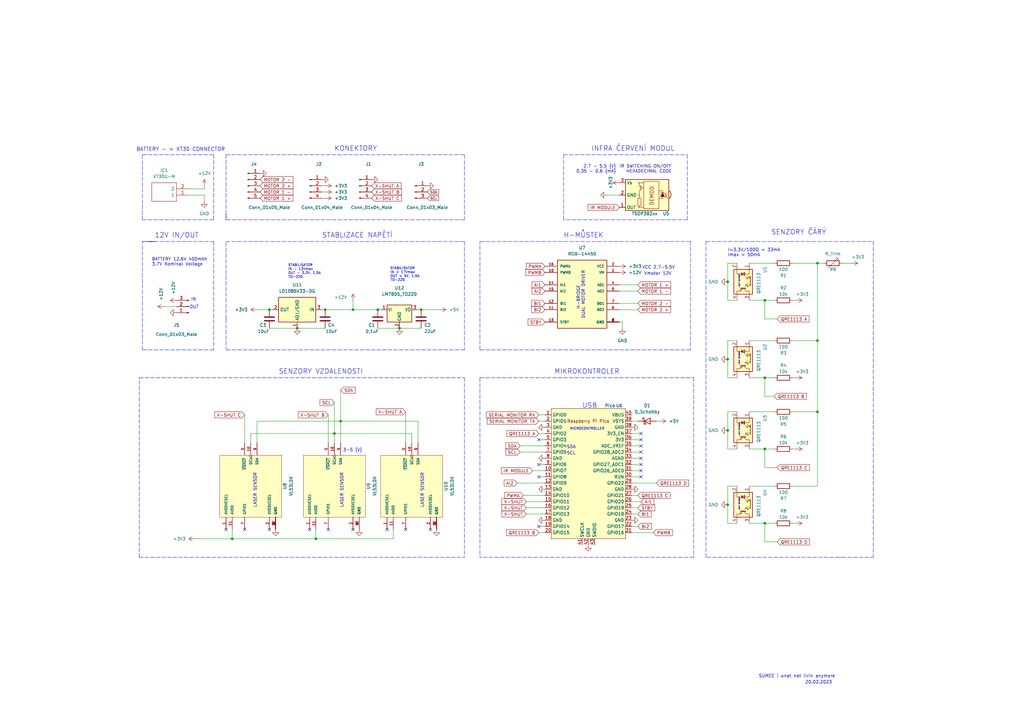
<source format=kicad_sch>
(kicad_sch (version 20211123) (generator eeschema)

  (uuid fc70a1a8-ed7c-4a0f-9b1a-f23293528385)

  (paper "A3")

  (lib_symbols
    (symbol "+3V3_1" (power) (pin_names (offset 0)) (in_bom yes) (on_board yes)
      (property "Reference" "#PWR" (id 0) (at 0 -3.81 0)
        (effects (font (size 1.27 1.27)) hide)
      )
      (property "Value" "+3V3_1" (id 1) (at 0 3.556 0)
        (effects (font (size 1.27 1.27)))
      )
      (property "Footprint" "" (id 2) (at 0 0 0)
        (effects (font (size 1.27 1.27)) hide)
      )
      (property "Datasheet" "" (id 3) (at 0 0 0)
        (effects (font (size 1.27 1.27)) hide)
      )
      (property "ki_keywords" "power-flag" (id 4) (at 0 0 0)
        (effects (font (size 1.27 1.27)) hide)
      )
      (property "ki_description" "Power symbol creates a global label with name \"+3V3\"" (id 5) (at 0 0 0)
        (effects (font (size 1.27 1.27)) hide)
      )
      (symbol "+3V3_1_0_1"
        (polyline
          (pts
            (xy -0.762 1.27)
            (xy 0 2.54)
          )
          (stroke (width 0) (type default) (color 0 0 0 0))
          (fill (type none))
        )
        (polyline
          (pts
            (xy 0 0)
            (xy 0 2.54)
          )
          (stroke (width 0) (type default) (color 0 0 0 0))
          (fill (type none))
        )
        (polyline
          (pts
            (xy 0 2.54)
            (xy 0.762 1.27)
          )
          (stroke (width 0) (type default) (color 0 0 0 0))
          (fill (type none))
        )
      )
      (symbol "+3V3_1_1_1"
        (pin power_in line (at 0 0 90) (length 0) hide
          (name "+3V3" (effects (font (size 1.27 1.27))))
          (number "1" (effects (font (size 1.27 1.27))))
        )
      )
    )
    (symbol "Connector:Conn_01x03_Male" (pin_names (offset 1.016) hide) (in_bom yes) (on_board yes)
      (property "Reference" "J" (id 0) (at 0 5.08 0)
        (effects (font (size 1.27 1.27)))
      )
      (property "Value" "Conn_01x03_Male" (id 1) (at 0 -5.08 0)
        (effects (font (size 1.27 1.27)))
      )
      (property "Footprint" "" (id 2) (at 0 0 0)
        (effects (font (size 1.27 1.27)) hide)
      )
      (property "Datasheet" "~" (id 3) (at 0 0 0)
        (effects (font (size 1.27 1.27)) hide)
      )
      (property "ki_keywords" "connector" (id 4) (at 0 0 0)
        (effects (font (size 1.27 1.27)) hide)
      )
      (property "ki_description" "Generic connector, single row, 01x03, script generated (kicad-library-utils/schlib/autogen/connector/)" (id 5) (at 0 0 0)
        (effects (font (size 1.27 1.27)) hide)
      )
      (property "ki_fp_filters" "Connector*:*_1x??_*" (id 6) (at 0 0 0)
        (effects (font (size 1.27 1.27)) hide)
      )
      (symbol "Conn_01x03_Male_1_1"
        (polyline
          (pts
            (xy 1.27 -2.54)
            (xy 0.8636 -2.54)
          )
          (stroke (width 0.1524) (type default) (color 0 0 0 0))
          (fill (type none))
        )
        (polyline
          (pts
            (xy 1.27 0)
            (xy 0.8636 0)
          )
          (stroke (width 0.1524) (type default) (color 0 0 0 0))
          (fill (type none))
        )
        (polyline
          (pts
            (xy 1.27 2.54)
            (xy 0.8636 2.54)
          )
          (stroke (width 0.1524) (type default) (color 0 0 0 0))
          (fill (type none))
        )
        (rectangle (start 0.8636 -2.413) (end 0 -2.667)
          (stroke (width 0.1524) (type default) (color 0 0 0 0))
          (fill (type outline))
        )
        (rectangle (start 0.8636 0.127) (end 0 -0.127)
          (stroke (width 0.1524) (type default) (color 0 0 0 0))
          (fill (type outline))
        )
        (rectangle (start 0.8636 2.667) (end 0 2.413)
          (stroke (width 0.1524) (type default) (color 0 0 0 0))
          (fill (type outline))
        )
        (pin passive line (at 5.08 2.54 180) (length 3.81)
          (name "Pin_1" (effects (font (size 1.27 1.27))))
          (number "1" (effects (font (size 1.27 1.27))))
        )
        (pin passive line (at 5.08 0 180) (length 3.81)
          (name "Pin_2" (effects (font (size 1.27 1.27))))
          (number "2" (effects (font (size 1.27 1.27))))
        )
        (pin passive line (at 5.08 -2.54 180) (length 3.81)
          (name "Pin_3" (effects (font (size 1.27 1.27))))
          (number "3" (effects (font (size 1.27 1.27))))
        )
      )
    )
    (symbol "Connector:Conn_01x04_Male" (pin_names (offset 1.016) hide) (in_bom yes) (on_board yes)
      (property "Reference" "J" (id 0) (at 0 5.08 0)
        (effects (font (size 1.27 1.27)))
      )
      (property "Value" "Conn_01x04_Male" (id 1) (at 0 -7.62 0)
        (effects (font (size 1.27 1.27)))
      )
      (property "Footprint" "" (id 2) (at 0 0 0)
        (effects (font (size 1.27 1.27)) hide)
      )
      (property "Datasheet" "~" (id 3) (at 0 0 0)
        (effects (font (size 1.27 1.27)) hide)
      )
      (property "ki_keywords" "connector" (id 4) (at 0 0 0)
        (effects (font (size 1.27 1.27)) hide)
      )
      (property "ki_description" "Generic connector, single row, 01x04, script generated (kicad-library-utils/schlib/autogen/connector/)" (id 5) (at 0 0 0)
        (effects (font (size 1.27 1.27)) hide)
      )
      (property "ki_fp_filters" "Connector*:*_1x??_*" (id 6) (at 0 0 0)
        (effects (font (size 1.27 1.27)) hide)
      )
      (symbol "Conn_01x04_Male_1_1"
        (polyline
          (pts
            (xy 1.27 -5.08)
            (xy 0.8636 -5.08)
          )
          (stroke (width 0.1524) (type default) (color 0 0 0 0))
          (fill (type none))
        )
        (polyline
          (pts
            (xy 1.27 -2.54)
            (xy 0.8636 -2.54)
          )
          (stroke (width 0.1524) (type default) (color 0 0 0 0))
          (fill (type none))
        )
        (polyline
          (pts
            (xy 1.27 0)
            (xy 0.8636 0)
          )
          (stroke (width 0.1524) (type default) (color 0 0 0 0))
          (fill (type none))
        )
        (polyline
          (pts
            (xy 1.27 2.54)
            (xy 0.8636 2.54)
          )
          (stroke (width 0.1524) (type default) (color 0 0 0 0))
          (fill (type none))
        )
        (rectangle (start 0.8636 -4.953) (end 0 -5.207)
          (stroke (width 0.1524) (type default) (color 0 0 0 0))
          (fill (type outline))
        )
        (rectangle (start 0.8636 -2.413) (end 0 -2.667)
          (stroke (width 0.1524) (type default) (color 0 0 0 0))
          (fill (type outline))
        )
        (rectangle (start 0.8636 0.127) (end 0 -0.127)
          (stroke (width 0.1524) (type default) (color 0 0 0 0))
          (fill (type outline))
        )
        (rectangle (start 0.8636 2.667) (end 0 2.413)
          (stroke (width 0.1524) (type default) (color 0 0 0 0))
          (fill (type outline))
        )
        (pin passive line (at 5.08 2.54 180) (length 3.81)
          (name "Pin_1" (effects (font (size 1.27 1.27))))
          (number "1" (effects (font (size 1.27 1.27))))
        )
        (pin passive line (at 5.08 0 180) (length 3.81)
          (name "Pin_2" (effects (font (size 1.27 1.27))))
          (number "2" (effects (font (size 1.27 1.27))))
        )
        (pin passive line (at 5.08 -2.54 180) (length 3.81)
          (name "Pin_3" (effects (font (size 1.27 1.27))))
          (number "3" (effects (font (size 1.27 1.27))))
        )
        (pin passive line (at 5.08 -5.08 180) (length 3.81)
          (name "Pin_4" (effects (font (size 1.27 1.27))))
          (number "4" (effects (font (size 1.27 1.27))))
        )
      )
    )
    (symbol "Connector:Conn_01x05_Male" (pin_names (offset 1.016) hide) (in_bom yes) (on_board yes)
      (property "Reference" "J" (id 0) (at 0 7.62 0)
        (effects (font (size 1.27 1.27)))
      )
      (property "Value" "Conn_01x05_Male" (id 1) (at 0 -7.62 0)
        (effects (font (size 1.27 1.27)))
      )
      (property "Footprint" "" (id 2) (at 0 0 0)
        (effects (font (size 1.27 1.27)) hide)
      )
      (property "Datasheet" "~" (id 3) (at 0 0 0)
        (effects (font (size 1.27 1.27)) hide)
      )
      (property "ki_keywords" "connector" (id 4) (at 0 0 0)
        (effects (font (size 1.27 1.27)) hide)
      )
      (property "ki_description" "Generic connector, single row, 01x05, script generated (kicad-library-utils/schlib/autogen/connector/)" (id 5) (at 0 0 0)
        (effects (font (size 1.27 1.27)) hide)
      )
      (property "ki_fp_filters" "Connector*:*_1x??_*" (id 6) (at 0 0 0)
        (effects (font (size 1.27 1.27)) hide)
      )
      (symbol "Conn_01x05_Male_1_1"
        (polyline
          (pts
            (xy 1.27 -5.08)
            (xy 0.8636 -5.08)
          )
          (stroke (width 0.1524) (type default) (color 0 0 0 0))
          (fill (type none))
        )
        (polyline
          (pts
            (xy 1.27 -2.54)
            (xy 0.8636 -2.54)
          )
          (stroke (width 0.1524) (type default) (color 0 0 0 0))
          (fill (type none))
        )
        (polyline
          (pts
            (xy 1.27 0)
            (xy 0.8636 0)
          )
          (stroke (width 0.1524) (type default) (color 0 0 0 0))
          (fill (type none))
        )
        (polyline
          (pts
            (xy 1.27 2.54)
            (xy 0.8636 2.54)
          )
          (stroke (width 0.1524) (type default) (color 0 0 0 0))
          (fill (type none))
        )
        (polyline
          (pts
            (xy 1.27 5.08)
            (xy 0.8636 5.08)
          )
          (stroke (width 0.1524) (type default) (color 0 0 0 0))
          (fill (type none))
        )
        (rectangle (start 0.8636 -4.953) (end 0 -5.207)
          (stroke (width 0.1524) (type default) (color 0 0 0 0))
          (fill (type outline))
        )
        (rectangle (start 0.8636 -2.413) (end 0 -2.667)
          (stroke (width 0.1524) (type default) (color 0 0 0 0))
          (fill (type outline))
        )
        (rectangle (start 0.8636 0.127) (end 0 -0.127)
          (stroke (width 0.1524) (type default) (color 0 0 0 0))
          (fill (type outline))
        )
        (rectangle (start 0.8636 2.667) (end 0 2.413)
          (stroke (width 0.1524) (type default) (color 0 0 0 0))
          (fill (type outline))
        )
        (rectangle (start 0.8636 5.207) (end 0 4.953)
          (stroke (width 0.1524) (type default) (color 0 0 0 0))
          (fill (type outline))
        )
        (pin passive line (at 5.08 5.08 180) (length 3.81)
          (name "Pin_1" (effects (font (size 1.27 1.27))))
          (number "1" (effects (font (size 1.27 1.27))))
        )
        (pin passive line (at 5.08 2.54 180) (length 3.81)
          (name "Pin_2" (effects (font (size 1.27 1.27))))
          (number "2" (effects (font (size 1.27 1.27))))
        )
        (pin passive line (at 5.08 0 180) (length 3.81)
          (name "Pin_3" (effects (font (size 1.27 1.27))))
          (number "3" (effects (font (size 1.27 1.27))))
        )
        (pin passive line (at 5.08 -2.54 180) (length 3.81)
          (name "Pin_4" (effects (font (size 1.27 1.27))))
          (number "4" (effects (font (size 1.27 1.27))))
        )
        (pin passive line (at 5.08 -5.08 180) (length 3.81)
          (name "Pin_5" (effects (font (size 1.27 1.27))))
          (number "5" (effects (font (size 1.27 1.27))))
        )
      )
    )
    (symbol "Device:C" (pin_numbers hide) (pin_names (offset 0.254)) (in_bom yes) (on_board yes)
      (property "Reference" "C" (id 0) (at 0.635 2.54 0)
        (effects (font (size 1.27 1.27)) (justify left))
      )
      (property "Value" "C" (id 1) (at 0.635 -2.54 0)
        (effects (font (size 1.27 1.27)) (justify left))
      )
      (property "Footprint" "" (id 2) (at 0.9652 -3.81 0)
        (effects (font (size 1.27 1.27)) hide)
      )
      (property "Datasheet" "~" (id 3) (at 0 0 0)
        (effects (font (size 1.27 1.27)) hide)
      )
      (property "ki_keywords" "cap capacitor" (id 4) (at 0 0 0)
        (effects (font (size 1.27 1.27)) hide)
      )
      (property "ki_description" "Unpolarized capacitor" (id 5) (at 0 0 0)
        (effects (font (size 1.27 1.27)) hide)
      )
      (property "ki_fp_filters" "C_*" (id 6) (at 0 0 0)
        (effects (font (size 1.27 1.27)) hide)
      )
      (symbol "C_0_1"
        (polyline
          (pts
            (xy -2.032 -0.762)
            (xy 2.032 -0.762)
          )
          (stroke (width 0.508) (type default) (color 0 0 0 0))
          (fill (type none))
        )
        (polyline
          (pts
            (xy -2.032 0.762)
            (xy 2.032 0.762)
          )
          (stroke (width 0.508) (type default) (color 0 0 0 0))
          (fill (type none))
        )
      )
      (symbol "C_1_1"
        (pin passive line (at 0 3.81 270) (length 2.794)
          (name "~" (effects (font (size 1.27 1.27))))
          (number "1" (effects (font (size 1.27 1.27))))
        )
        (pin passive line (at 0 -3.81 90) (length 2.794)
          (name "~" (effects (font (size 1.27 1.27))))
          (number "2" (effects (font (size 1.27 1.27))))
        )
      )
    )
    (symbol "Device:D_Schottky" (pin_numbers hide) (pin_names (offset 1.016) hide) (in_bom yes) (on_board yes)
      (property "Reference" "D" (id 0) (at 0 2.54 0)
        (effects (font (size 1.27 1.27)))
      )
      (property "Value" "D_Schottky" (id 1) (at 0 -2.54 0)
        (effects (font (size 1.27 1.27)))
      )
      (property "Footprint" "" (id 2) (at 0 0 0)
        (effects (font (size 1.27 1.27)) hide)
      )
      (property "Datasheet" "~" (id 3) (at 0 0 0)
        (effects (font (size 1.27 1.27)) hide)
      )
      (property "ki_keywords" "diode Schottky" (id 4) (at 0 0 0)
        (effects (font (size 1.27 1.27)) hide)
      )
      (property "ki_description" "Schottky diode" (id 5) (at 0 0 0)
        (effects (font (size 1.27 1.27)) hide)
      )
      (property "ki_fp_filters" "TO-???* *_Diode_* *SingleDiode* D_*" (id 6) (at 0 0 0)
        (effects (font (size 1.27 1.27)) hide)
      )
      (symbol "D_Schottky_0_1"
        (polyline
          (pts
            (xy 1.27 0)
            (xy -1.27 0)
          )
          (stroke (width 0) (type default) (color 0 0 0 0))
          (fill (type none))
        )
        (polyline
          (pts
            (xy 1.27 1.27)
            (xy 1.27 -1.27)
            (xy -1.27 0)
            (xy 1.27 1.27)
          )
          (stroke (width 0.254) (type default) (color 0 0 0 0))
          (fill (type none))
        )
        (polyline
          (pts
            (xy -1.905 0.635)
            (xy -1.905 1.27)
            (xy -1.27 1.27)
            (xy -1.27 -1.27)
            (xy -0.635 -1.27)
            (xy -0.635 -0.635)
          )
          (stroke (width 0.254) (type default) (color 0 0 0 0))
          (fill (type none))
        )
      )
      (symbol "D_Schottky_1_1"
        (pin passive line (at -3.81 0 0) (length 2.54)
          (name "K" (effects (font (size 1.27 1.27))))
          (number "1" (effects (font (size 1.27 1.27))))
        )
        (pin passive line (at 3.81 0 180) (length 2.54)
          (name "A" (effects (font (size 1.27 1.27))))
          (number "2" (effects (font (size 1.27 1.27))))
        )
      )
    )
    (symbol "Device:R" (pin_numbers hide) (pin_names (offset 0)) (in_bom yes) (on_board yes)
      (property "Reference" "R" (id 0) (at 2.032 0 90)
        (effects (font (size 1.27 1.27)))
      )
      (property "Value" "R" (id 1) (at 0 0 90)
        (effects (font (size 1.27 1.27)))
      )
      (property "Footprint" "" (id 2) (at -1.778 0 90)
        (effects (font (size 1.27 1.27)) hide)
      )
      (property "Datasheet" "~" (id 3) (at 0 0 0)
        (effects (font (size 1.27 1.27)) hide)
      )
      (property "ki_keywords" "R res resistor" (id 4) (at 0 0 0)
        (effects (font (size 1.27 1.27)) hide)
      )
      (property "ki_description" "Resistor" (id 5) (at 0 0 0)
        (effects (font (size 1.27 1.27)) hide)
      )
      (property "ki_fp_filters" "R_*" (id 6) (at 0 0 0)
        (effects (font (size 1.27 1.27)) hide)
      )
      (symbol "R_0_1"
        (rectangle (start -1.016 -2.54) (end 1.016 2.54)
          (stroke (width 0.254) (type default) (color 0 0 0 0))
          (fill (type none))
        )
      )
      (symbol "R_1_1"
        (pin passive line (at 0 3.81 270) (length 1.27)
          (name "~" (effects (font (size 1.27 1.27))))
          (number "1" (effects (font (size 1.27 1.27))))
        )
        (pin passive line (at 0 -3.81 90) (length 1.27)
          (name "~" (effects (font (size 1.27 1.27))))
          (number "2" (effects (font (size 1.27 1.27))))
        )
      )
    )
    (symbol "Device:R_Trim" (pin_numbers hide) (pin_names (offset 0)) (in_bom yes) (on_board yes)
      (property "Reference" "R" (id 0) (at 2.54 -2.54 90)
        (effects (font (size 1.27 1.27)) (justify left))
      )
      (property "Value" "R_Trim" (id 1) (at -2.54 -0.635 90)
        (effects (font (size 1.27 1.27)) (justify left))
      )
      (property "Footprint" "" (id 2) (at -1.778 0 90)
        (effects (font (size 1.27 1.27)) hide)
      )
      (property "Datasheet" "~" (id 3) (at 0 0 0)
        (effects (font (size 1.27 1.27)) hide)
      )
      (property "ki_keywords" "R res resistor variable potentiometer trimmer" (id 4) (at 0 0 0)
        (effects (font (size 1.27 1.27)) hide)
      )
      (property "ki_description" "Trimmable resistor (preset resistor)" (id 5) (at 0 0 0)
        (effects (font (size 1.27 1.27)) hide)
      )
      (property "ki_fp_filters" "R_*" (id 6) (at 0 0 0)
        (effects (font (size 1.27 1.27)) hide)
      )
      (symbol "R_Trim_0_1"
        (rectangle (start -1.016 -2.54) (end 1.016 2.54)
          (stroke (width 0.254) (type default) (color 0 0 0 0))
          (fill (type none))
        )
        (polyline
          (pts
            (xy -1.905 -1.905)
            (xy 1.905 1.905)
            (xy 2.54 1.27)
            (xy 1.27 2.54)
          )
          (stroke (width 0) (type default) (color 0 0 0 0))
          (fill (type none))
        )
      )
      (symbol "R_Trim_1_1"
        (pin passive line (at 0 3.81 270) (length 1.27)
          (name "~" (effects (font (size 1.27 1.27))))
          (number "1" (effects (font (size 1.27 1.27))))
        )
        (pin passive line (at 0 -3.81 90) (length 1.27)
          (name "~" (effects (font (size 1.27 1.27))))
          (number "2" (effects (font (size 1.27 1.27))))
        )
      )
    )
    (symbol "Interface_Optical:TSOP382xx" (in_bom yes) (on_board yes)
      (property "Reference" "U5" (id 0) (at -7.62 7.62 0)
        (effects (font (size 1.27 1.27)) (justify right))
      )
      (property "Value" "TSOP382xx" (id 1) (at 5.08 7.62 0)
        (effects (font (size 1.27 1.27)) (justify right))
      )
      (property "Footprint" "OptoDevice:Vishay_MINICAST-3Pin" (id 2) (at -1.27 -9.525 0)
        (effects (font (size 1.27 1.27)) hide)
      )
      (property "Datasheet" "http://www.vishay.com/docs/82491/tsop382.pdf" (id 3) (at 16.51 7.62 0)
        (effects (font (size 1.27 1.27)) hide)
      )
      (property "ki_keywords" "opto IR receiver" (id 4) (at 0 0 0)
        (effects (font (size 1.27 1.27)) hide)
      )
      (property "ki_description" "Photo Modules for PCM Remote Control Systems" (id 5) (at 0 0 0)
        (effects (font (size 1.27 1.27)) hide)
      )
      (property "ki_fp_filters" "Vishay*MINICAST*" (id 6) (at 0 0 0)
        (effects (font (size 1.27 1.27)) hide)
      )
      (symbol "TSOP382xx_0_0"
        (arc (start -10.287 1.397) (mid -11.0899 -0.1852) (end -10.287 -1.778)
          (stroke (width 0.254) (type default) (color 0 0 0 0))
          (fill (type background))
        )
        (polyline
          (pts
            (xy 1.905 -5.08)
            (xy 0.127 -5.08)
          )
          (stroke (width 0) (type default) (color 0 0 0 0))
          (fill (type none))
        )
        (polyline
          (pts
            (xy 1.905 5.08)
            (xy 0.127 5.08)
          )
          (stroke (width 0) (type default) (color 0 0 0 0))
          (fill (type none))
        )
        (text "DEMOD" (at -3.175 0.254 900)
          (effects (font (size 1.524 1.524)))
        )
      )
      (symbol "TSOP382xx_0_1"
        (rectangle (start -6.096 5.588) (end 0.127 -5.588)
          (stroke (width 0) (type default) (color 0 0 0 0))
          (fill (type none))
        )
        (polyline
          (pts
            (xy -8.763 0.381)
            (xy -9.652 1.27)
          )
          (stroke (width 0) (type default) (color 0 0 0 0))
          (fill (type none))
        )
        (polyline
          (pts
            (xy -8.763 0.381)
            (xy -9.271 0.381)
          )
          (stroke (width 0) (type default) (color 0 0 0 0))
          (fill (type none))
        )
        (polyline
          (pts
            (xy -8.763 0.381)
            (xy -8.763 0.889)
          )
          (stroke (width 0) (type default) (color 0 0 0 0))
          (fill (type none))
        )
        (polyline
          (pts
            (xy -8.636 -0.635)
            (xy -9.525 0.254)
          )
          (stroke (width 0) (type default) (color 0 0 0 0))
          (fill (type none))
        )
        (polyline
          (pts
            (xy -8.636 -0.635)
            (xy -9.144 -0.635)
          )
          (stroke (width 0) (type default) (color 0 0 0 0))
          (fill (type none))
        )
        (polyline
          (pts
            (xy -8.636 -0.635)
            (xy -8.636 -0.127)
          )
          (stroke (width 0) (type default) (color 0 0 0 0))
          (fill (type none))
        )
        (polyline
          (pts
            (xy -8.382 -1.016)
            (xy -6.731 -1.016)
          )
          (stroke (width 0) (type default) (color 0 0 0 0))
          (fill (type none))
        )
        (polyline
          (pts
            (xy 1.27 -2.921)
            (xy 0.127 -2.921)
          )
          (stroke (width 0) (type default) (color 0 0 0 0))
          (fill (type none))
        )
        (polyline
          (pts
            (xy 1.27 -1.905)
            (xy 1.27 -3.81)
          )
          (stroke (width 0) (type default) (color 0 0 0 0))
          (fill (type none))
        )
        (polyline
          (pts
            (xy 1.397 -3.556)
            (xy 1.524 -3.556)
          )
          (stroke (width 0) (type default) (color 0 0 0 0))
          (fill (type none))
        )
        (polyline
          (pts
            (xy 1.651 -3.556)
            (xy 1.524 -3.556)
          )
          (stroke (width 0) (type default) (color 0 0 0 0))
          (fill (type none))
        )
        (polyline
          (pts
            (xy 1.651 -3.556)
            (xy 1.651 -3.302)
          )
          (stroke (width 0) (type default) (color 0 0 0 0))
          (fill (type none))
        )
        (polyline
          (pts
            (xy 1.905 0)
            (xy 1.905 1.27)
          )
          (stroke (width 0) (type default) (color 0 0 0 0))
          (fill (type none))
        )
        (polyline
          (pts
            (xy 1.905 4.445)
            (xy 1.905 5.08)
            (xy 2.54 5.08)
          )
          (stroke (width 0) (type default) (color 0 0 0 0))
          (fill (type none))
        )
        (polyline
          (pts
            (xy -8.382 0.635)
            (xy -6.731 0.635)
            (xy -7.62 -1.016)
            (xy -8.382 0.635)
          )
          (stroke (width 0) (type default) (color 0 0 0 0))
          (fill (type outline))
        )
        (polyline
          (pts
            (xy -6.096 1.397)
            (xy -7.62 1.397)
            (xy -7.62 -1.778)
            (xy -6.096 -1.778)
          )
          (stroke (width 0) (type default) (color 0 0 0 0))
          (fill (type none))
        )
        (polyline
          (pts
            (xy 1.27 -3.175)
            (xy 1.905 -3.81)
            (xy 1.905 -5.08)
            (xy 2.54 -5.08)
          )
          (stroke (width 0) (type default) (color 0 0 0 0))
          (fill (type none))
        )
        (polyline
          (pts
            (xy 1.27 -2.54)
            (xy 1.905 -1.905)
            (xy 1.905 0)
            (xy 2.54 0)
          )
          (stroke (width 0) (type default) (color 0 0 0 0))
          (fill (type none))
        )
        (rectangle (start 2.54 1.27) (end 1.27 4.445)
          (stroke (width 0) (type default) (color 0 0 0 0))
          (fill (type none))
        )
        (rectangle (start 7.62 6.35) (end -10.16 -6.35)
          (stroke (width 0.254) (type default) (color 0 0 0 0))
          (fill (type background))
        )
      )
      (symbol "TSOP382xx_1_1"
        (pin output line (at 10.16 5.08 180) (length 2.54)
          (name "OUT" (effects (font (size 1.27 1.27))))
          (number "1" (effects (font (size 1.27 1.27))))
        )
        (pin power_in line (at 10.16 0 180) (length 2.54)
          (name "GND" (effects (font (size 1.27 1.27))))
          (number "2" (effects (font (size 1.27 1.27))))
        )
        (pin power_in line (at 10.16 -5.08 180) (length 2.54)
          (name "Vs" (effects (font (size 1.27 1.27))))
          (number "3" (effects (font (size 1.27 1.27))))
        )
      )
    )
    (symbol "MCU_RaspberryPi_and_Boards:Pico" (in_bom yes) (on_board yes)
      (property "Reference" "U" (id 0) (at -13.97 27.94 0)
        (effects (font (size 1.27 1.27)))
      )
      (property "Value" "Pico" (id 1) (at 0 19.05 0)
        (effects (font (size 1.27 1.27)))
      )
      (property "Footprint" "RPi_Pico:RPi_Pico_SMD_TH" (id 2) (at 0 0 90)
        (effects (font (size 1.27 1.27)) hide)
      )
      (property "Datasheet" "" (id 3) (at 0 0 0)
        (effects (font (size 1.27 1.27)) hide)
      )
      (symbol "Pico_0_0"
        (text "Raspberry Pi Pico" (at 0 21.59 0)
          (effects (font (size 1.27 1.27)))
        )
      )
      (symbol "Pico_0_1"
        (rectangle (start -15.24 26.67) (end 15.24 -26.67)
          (stroke (width 0) (type default) (color 0 0 0 0))
          (fill (type background))
        )
      )
      (symbol "Pico_1_1"
        (pin bidirectional line (at -17.78 24.13 0) (length 2.54)
          (name "GPIO0" (effects (font (size 1.27 1.27))))
          (number "1" (effects (font (size 1.27 1.27))))
        )
        (pin bidirectional line (at -17.78 1.27 0) (length 2.54)
          (name "GPIO7" (effects (font (size 1.27 1.27))))
          (number "10" (effects (font (size 1.27 1.27))))
        )
        (pin bidirectional line (at -17.78 -1.27 0) (length 2.54)
          (name "GPIO8" (effects (font (size 1.27 1.27))))
          (number "11" (effects (font (size 1.27 1.27))))
        )
        (pin bidirectional line (at -17.78 -3.81 0) (length 2.54)
          (name "GPIO9" (effects (font (size 1.27 1.27))))
          (number "12" (effects (font (size 1.27 1.27))))
        )
        (pin power_in line (at -17.78 -6.35 0) (length 2.54)
          (name "GND" (effects (font (size 1.27 1.27))))
          (number "13" (effects (font (size 1.27 1.27))))
        )
        (pin bidirectional line (at -17.78 -8.89 0) (length 2.54)
          (name "GPIO10" (effects (font (size 1.27 1.27))))
          (number "14" (effects (font (size 1.27 1.27))))
        )
        (pin bidirectional line (at -17.78 -11.43 0) (length 2.54)
          (name "GPIO11" (effects (font (size 1.27 1.27))))
          (number "15" (effects (font (size 1.27 1.27))))
        )
        (pin bidirectional line (at -17.78 -13.97 0) (length 2.54)
          (name "GPIO12" (effects (font (size 1.27 1.27))))
          (number "16" (effects (font (size 1.27 1.27))))
        )
        (pin bidirectional line (at -17.78 -16.51 0) (length 2.54)
          (name "GPIO13" (effects (font (size 1.27 1.27))))
          (number "17" (effects (font (size 1.27 1.27))))
        )
        (pin power_in line (at -17.78 -19.05 0) (length 2.54)
          (name "GND" (effects (font (size 1.27 1.27))))
          (number "18" (effects (font (size 1.27 1.27))))
        )
        (pin bidirectional line (at -17.78 -21.59 0) (length 2.54)
          (name "GPIO14" (effects (font (size 1.27 1.27))))
          (number "19" (effects (font (size 1.27 1.27))))
        )
        (pin bidirectional line (at -17.78 21.59 0) (length 2.54)
          (name "GPIO1" (effects (font (size 1.27 1.27))))
          (number "2" (effects (font (size 1.27 1.27))))
        )
        (pin bidirectional line (at -17.78 -24.13 0) (length 2.54)
          (name "GPIO15" (effects (font (size 1.27 1.27))))
          (number "20" (effects (font (size 1.27 1.27))))
        )
        (pin bidirectional line (at 17.78 -24.13 180) (length 2.54)
          (name "GPIO16" (effects (font (size 1.27 1.27))))
          (number "21" (effects (font (size 1.27 1.27))))
        )
        (pin bidirectional line (at 17.78 -21.59 180) (length 2.54)
          (name "GPIO17" (effects (font (size 1.27 1.27))))
          (number "22" (effects (font (size 1.27 1.27))))
        )
        (pin power_in line (at 17.78 -19.05 180) (length 2.54)
          (name "GND" (effects (font (size 1.27 1.27))))
          (number "23" (effects (font (size 1.27 1.27))))
        )
        (pin bidirectional line (at 17.78 -16.51 180) (length 2.54)
          (name "GPIO18" (effects (font (size 1.27 1.27))))
          (number "24" (effects (font (size 1.27 1.27))))
        )
        (pin bidirectional line (at 17.78 -13.97 180) (length 2.54)
          (name "GPIO19" (effects (font (size 1.27 1.27))))
          (number "25" (effects (font (size 1.27 1.27))))
        )
        (pin bidirectional line (at 17.78 -11.43 180) (length 2.54)
          (name "GPIO20" (effects (font (size 1.27 1.27))))
          (number "26" (effects (font (size 1.27 1.27))))
        )
        (pin bidirectional line (at 17.78 -8.89 180) (length 2.54)
          (name "GPIO21" (effects (font (size 1.27 1.27))))
          (number "27" (effects (font (size 1.27 1.27))))
        )
        (pin power_in line (at 17.78 -6.35 180) (length 2.54)
          (name "GND" (effects (font (size 1.27 1.27))))
          (number "28" (effects (font (size 1.27 1.27))))
        )
        (pin bidirectional line (at 17.78 -3.81 180) (length 2.54)
          (name "GPIO22" (effects (font (size 1.27 1.27))))
          (number "29" (effects (font (size 1.27 1.27))))
        )
        (pin power_in line (at -17.78 19.05 0) (length 2.54)
          (name "GND" (effects (font (size 1.27 1.27))))
          (number "3" (effects (font (size 1.27 1.27))))
        )
        (pin input line (at 17.78 -1.27 180) (length 2.54)
          (name "RUN" (effects (font (size 1.27 1.27))))
          (number "30" (effects (font (size 1.27 1.27))))
        )
        (pin bidirectional line (at 17.78 1.27 180) (length 2.54)
          (name "GPIO26_ADC0" (effects (font (size 1.27 1.27))))
          (number "31" (effects (font (size 1.27 1.27))))
        )
        (pin bidirectional line (at 17.78 3.81 180) (length 2.54)
          (name "GPIO27_ADC1" (effects (font (size 1.27 1.27))))
          (number "32" (effects (font (size 1.27 1.27))))
        )
        (pin power_in line (at 17.78 6.35 180) (length 2.54)
          (name "AGND" (effects (font (size 1.27 1.27))))
          (number "33" (effects (font (size 1.27 1.27))))
        )
        (pin bidirectional line (at 17.78 8.89 180) (length 2.54)
          (name "GPIO28_ADC2" (effects (font (size 1.27 1.27))))
          (number "34" (effects (font (size 1.27 1.27))))
        )
        (pin power_in line (at 17.78 11.43 180) (length 2.54)
          (name "ADC_VREF" (effects (font (size 1.27 1.27))))
          (number "35" (effects (font (size 1.27 1.27))))
        )
        (pin power_in line (at 17.78 13.97 180) (length 2.54)
          (name "3V3" (effects (font (size 1.27 1.27))))
          (number "36" (effects (font (size 1.27 1.27))))
        )
        (pin input line (at 17.78 16.51 180) (length 2.54)
          (name "3V3_EN" (effects (font (size 1.27 1.27))))
          (number "37" (effects (font (size 1.27 1.27))))
        )
        (pin bidirectional line (at 17.78 19.05 180) (length 2.54)
          (name "GND" (effects (font (size 1.27 1.27))))
          (number "38" (effects (font (size 1.27 1.27))))
        )
        (pin power_in line (at 17.78 21.59 180) (length 2.54)
          (name "VSYS" (effects (font (size 1.27 1.27))))
          (number "39" (effects (font (size 1.27 1.27))))
        )
        (pin bidirectional line (at -17.78 16.51 0) (length 2.54)
          (name "GPIO2" (effects (font (size 1.27 1.27))))
          (number "4" (effects (font (size 1.27 1.27))))
        )
        (pin power_in line (at 17.78 24.13 180) (length 2.54)
          (name "VBUS" (effects (font (size 1.27 1.27))))
          (number "40" (effects (font (size 1.27 1.27))))
        )
        (pin input line (at -2.54 -29.21 90) (length 2.54)
          (name "SWCLK" (effects (font (size 1.27 1.27))))
          (number "41" (effects (font (size 1.27 1.27))))
        )
        (pin power_in line (at 0 -29.21 90) (length 2.54)
          (name "GND" (effects (font (size 1.27 1.27))))
          (number "42" (effects (font (size 1.27 1.27))))
        )
        (pin bidirectional line (at 2.54 -29.21 90) (length 2.54)
          (name "SWDIO" (effects (font (size 1.27 1.27))))
          (number "43" (effects (font (size 1.27 1.27))))
        )
        (pin bidirectional line (at -17.78 13.97 0) (length 2.54)
          (name "GPIO3" (effects (font (size 1.27 1.27))))
          (number "5" (effects (font (size 1.27 1.27))))
        )
        (pin bidirectional line (at -17.78 11.43 0) (length 2.54)
          (name "GPIO4" (effects (font (size 1.27 1.27))))
          (number "6" (effects (font (size 1.27 1.27))))
        )
        (pin bidirectional line (at -17.78 8.89 0) (length 2.54)
          (name "GPIO5" (effects (font (size 1.27 1.27))))
          (number "7" (effects (font (size 1.27 1.27))))
        )
        (pin power_in line (at -17.78 6.35 0) (length 2.54)
          (name "GND" (effects (font (size 1.27 1.27))))
          (number "8" (effects (font (size 1.27 1.27))))
        )
        (pin bidirectional line (at -17.78 3.81 0) (length 2.54)
          (name "GPIO6" (effects (font (size 1.27 1.27))))
          (number "9" (effects (font (size 1.27 1.27))))
        )
      )
    )
    (symbol "ROB-14450:ROB-14450" (pin_names (offset 1.016)) (in_bom yes) (on_board yes)
      (property "Reference" "U" (id 0) (at -10.16 16.002 0)
        (effects (font (size 1.27 1.27)) (justify left bottom))
      )
      (property "Value" "ROB-14450" (id 1) (at -10.16 -15.24 0)
        (effects (font (size 1.27 1.27)) (justify left bottom))
      )
      (property "Footprint" "MODULE_ROB-14450" (id 2) (at 0 0 0)
        (effects (font (size 1.27 1.27)) (justify bottom) hide)
      )
      (property "Datasheet" "" (id 3) (at 0 0 0)
        (effects (font (size 1.27 1.27)) hide)
      )
      (property "MANUFACTURER" "Sparkfun Electronics" (id 4) (at 0 0 0)
        (effects (font (size 1.27 1.27)) (justify bottom) hide)
      )
      (property "PARTREV" "11-13-17" (id 5) (at 0 0 0)
        (effects (font (size 1.27 1.27)) (justify bottom) hide)
      )
      (property "STANDARD" "Manufacturer Recommendation" (id 6) (at 0 0 0)
        (effects (font (size 1.27 1.27)) (justify bottom) hide)
      )
      (symbol "ROB-14450_0_0"
        (rectangle (start -10.16 -12.7) (end 10.16 15.24)
          (stroke (width 0.254) (type default) (color 0 0 0 0))
          (fill (type background))
        )
        (pin power_in line (at 15.24 10.16 180) (length 5.08)
          (name "VM" (effects (font (size 1.016 1.016))))
          (number "1" (effects (font (size 1.016 1.016))))
        )
        (pin input line (at -15.24 10.16 0) (length 5.08)
          (name "PWMB" (effects (font (size 1.016 1.016))))
          (number "10" (effects (font (size 1.016 1.016))))
        )
        (pin input line (at -15.24 -5.08 0) (length 5.08)
          (name "BI2" (effects (font (size 1.016 1.016))))
          (number "11" (effects (font (size 1.016 1.016))))
        )
        (pin input line (at -15.24 -2.54 0) (length 5.08)
          (name "BI1" (effects (font (size 1.016 1.016))))
          (number "12" (effects (font (size 1.016 1.016))))
        )
        (pin input line (at -15.24 -10.16 0) (length 5.08)
          (name "STBY" (effects (font (size 1.016 1.016))))
          (number "13" (effects (font (size 1.016 1.016))))
        )
        (pin input line (at -15.24 5.08 0) (length 5.08)
          (name "AI1" (effects (font (size 1.016 1.016))))
          (number "14" (effects (font (size 1.016 1.016))))
        )
        (pin input line (at -15.24 2.54 0) (length 5.08)
          (name "AI2" (effects (font (size 1.016 1.016))))
          (number "15" (effects (font (size 1.016 1.016))))
        )
        (pin input line (at -15.24 12.7 0) (length 5.08)
          (name "PWMA" (effects (font (size 1.016 1.016))))
          (number "16" (effects (font (size 1.016 1.016))))
        )
        (pin power_in line (at 15.24 12.7 180) (length 5.08)
          (name "VCC" (effects (font (size 1.016 1.016))))
          (number "2" (effects (font (size 1.016 1.016))))
        )
        (pin power_in line (at 15.24 -10.16 180) (length 5.08)
          (name "GND" (effects (font (size 1.016 1.016))))
          (number "3" (effects (font (size 1.016 1.016))))
        )
        (pin output line (at 15.24 5.08 180) (length 5.08)
          (name "A01" (effects (font (size 1.016 1.016))))
          (number "4" (effects (font (size 1.016 1.016))))
        )
        (pin output line (at 15.24 2.54 180) (length 5.08)
          (name "A02" (effects (font (size 1.016 1.016))))
          (number "5" (effects (font (size 1.016 1.016))))
        )
        (pin output line (at 15.24 -5.08 180) (length 5.08)
          (name "B02" (effects (font (size 1.016 1.016))))
          (number "6" (effects (font (size 1.016 1.016))))
        )
        (pin output line (at 15.24 -2.54 180) (length 5.08)
          (name "B01" (effects (font (size 1.016 1.016))))
          (number "7" (effects (font (size 1.016 1.016))))
        )
        (pin power_in line (at 15.24 -10.16 180) (length 5.08)
          (name "GND" (effects (font (size 1.016 1.016))))
          (number "8" (effects (font (size 1.016 1.016))))
        )
        (pin power_in line (at 15.24 -10.16 180) (length 5.08)
          (name "GND" (effects (font (size 1.016 1.016))))
          (number "9" (effects (font (size 1.016 1.016))))
        )
      )
    )
    (symbol "Regulator_Linear:LD1086V33-DG" (in_bom yes) (on_board yes)
      (property "Reference" "U" (id 0) (at 0 10.16 0)
        (effects (font (size 1.27 1.27)))
      )
      (property "Value" "LD1086V33-DG" (id 1) (at 0 7.62 0)
        (effects (font (size 1.27 1.27)))
      )
      (property "Footprint" "Package_TO_SOT_THT:TO-220-3_Vertical" (id 2) (at 0 12.7 0)
        (effects (font (size 1.27 1.27)) hide)
      )
      (property "Datasheet" "https://www.st.com/resource/en/datasheet/ld1086.pdf" (id 3) (at 0 15.24 0)
        (effects (font (size 1.27 1.27)) hide)
      )
      (property "ki_keywords" "Linear Regulator 1.5A Fixed Output" (id 4) (at 0 0 0)
        (effects (font (size 1.27 1.27)) hide)
      )
      (property "ki_description" "Positive, 1.5A 30V, Linear Regulator, Fixed Output 3.3V, TO-220" (id 5) (at 0 0 0)
        (effects (font (size 1.27 1.27)) hide)
      )
      (property "ki_fp_filters" "TO?220*" (id 6) (at 0 0 0)
        (effects (font (size 1.27 1.27)) hide)
      )
      (symbol "LD1086V33-DG_1_1"
        (rectangle (start -7.62 -5.08) (end 7.62 5.08)
          (stroke (width 0.254) (type default) (color 0 0 0 0))
          (fill (type background))
        )
        (pin input line (at 0 -7.62 90) (length 2.54)
          (name "ADJ/GND" (effects (font (size 1.27 1.27))))
          (number "1" (effects (font (size 1.27 1.27))))
        )
        (pin power_out line (at 10.16 0 180) (length 2.54)
          (name "OUT" (effects (font (size 1.27 1.27))))
          (number "2" (effects (font (size 1.27 1.27))))
        )
        (pin power_in line (at -10.16 0 0) (length 2.54)
          (name "IN" (effects (font (size 1.27 1.27))))
          (number "3" (effects (font (size 1.27 1.27))))
        )
      )
    )
    (symbol "Regulator_Linear:LM7805_TO220" (pin_names (offset 0.254)) (in_bom yes) (on_board yes)
      (property "Reference" "U" (id 0) (at -3.81 3.175 0)
        (effects (font (size 1.27 1.27)))
      )
      (property "Value" "LM7805_TO220" (id 1) (at 0 3.175 0)
        (effects (font (size 1.27 1.27)) (justify left))
      )
      (property "Footprint" "Package_TO_SOT_THT:TO-220-3_Vertical" (id 2) (at 0 5.715 0)
        (effects (font (size 1.27 1.27) italic) hide)
      )
      (property "Datasheet" "https://www.onsemi.cn/PowerSolutions/document/MC7800-D.PDF" (id 3) (at 0 -1.27 0)
        (effects (font (size 1.27 1.27)) hide)
      )
      (property "ki_keywords" "Voltage Regulator 1A Positive" (id 4) (at 0 0 0)
        (effects (font (size 1.27 1.27)) hide)
      )
      (property "ki_description" "Positive 1A 35V Linear Regulator, Fixed Output 5V, TO-220" (id 5) (at 0 0 0)
        (effects (font (size 1.27 1.27)) hide)
      )
      (property "ki_fp_filters" "TO?220*" (id 6) (at 0 0 0)
        (effects (font (size 1.27 1.27)) hide)
      )
      (symbol "LM7805_TO220_0_1"
        (rectangle (start -5.08 1.905) (end 5.08 -5.08)
          (stroke (width 0.254) (type default) (color 0 0 0 0))
          (fill (type background))
        )
      )
      (symbol "LM7805_TO220_1_1"
        (pin power_in line (at -7.62 0 0) (length 2.54)
          (name "VI" (effects (font (size 1.27 1.27))))
          (number "1" (effects (font (size 1.27 1.27))))
        )
        (pin power_in line (at 0 -7.62 90) (length 2.54)
          (name "GND" (effects (font (size 1.27 1.27))))
          (number "2" (effects (font (size 1.27 1.27))))
        )
        (pin power_out line (at 7.62 0 180) (length 2.54)
          (name "VO" (effects (font (size 1.27 1.27))))
          (number "3" (effects (font (size 1.27 1.27))))
        )
      )
    )
    (symbol "SamacSys_Parts:XT30U-M" (pin_names (offset 0.762)) (in_bom yes) (on_board yes)
      (property "Reference" "IC" (id 0) (at 16.51 7.62 0)
        (effects (font (size 1.27 1.27)) (justify left))
      )
      (property "Value" "XT30U-M" (id 1) (at 16.51 5.08 0)
        (effects (font (size 1.27 1.27)) (justify left))
      )
      (property "Footprint" "XT30UM" (id 2) (at 16.51 2.54 0)
        (effects (font (size 1.27 1.27)) (justify left) hide)
      )
      (property "Datasheet" "https://www.tme.eu/Document/3cbfa5cfa544d79584972dd5234a409e/XT30U%20SPEC.pdf" (id 3) (at 16.51 0 0)
        (effects (font (size 1.27 1.27)) (justify left) hide)
      )
      (property "Description" "Plug; DC supply; XT30; male; PIN: 2; for cable; soldering; 15A; 500V" (id 4) (at 16.51 -2.54 0)
        (effects (font (size 1.27 1.27)) (justify left) hide)
      )
      (property "Height" "10.7" (id 5) (at 16.51 -5.08 0)
        (effects (font (size 1.27 1.27)) (justify left) hide)
      )
      (property "Manufacturer_Name" "Amass" (id 6) (at 16.51 -7.62 0)
        (effects (font (size 1.27 1.27)) (justify left) hide)
      )
      (property "Manufacturer_Part_Number" "XT30U-M" (id 7) (at 16.51 -10.16 0)
        (effects (font (size 1.27 1.27)) (justify left) hide)
      )
      (property "Mouser Part Number" "" (id 8) (at 16.51 -12.7 0)
        (effects (font (size 1.27 1.27)) (justify left) hide)
      )
      (property "Mouser Price/Stock" "" (id 9) (at 16.51 -15.24 0)
        (effects (font (size 1.27 1.27)) (justify left) hide)
      )
      (property "Arrow Part Number" "" (id 10) (at 16.51 -17.78 0)
        (effects (font (size 1.27 1.27)) (justify left) hide)
      )
      (property "Arrow Price/Stock" "" (id 11) (at 16.51 -20.32 0)
        (effects (font (size 1.27 1.27)) (justify left) hide)
      )
      (property "Mouser Testing Part Number" "" (id 12) (at 16.51 -22.86 0)
        (effects (font (size 1.27 1.27)) (justify left) hide)
      )
      (property "Mouser Testing Price/Stock" "" (id 13) (at 16.51 -25.4 0)
        (effects (font (size 1.27 1.27)) (justify left) hide)
      )
      (property "ki_description" "Plug; DC supply; XT30; male; PIN: 2; for cable; soldering; 15A; 500V" (id 14) (at 0 0 0)
        (effects (font (size 1.27 1.27)) hide)
      )
      (symbol "XT30U-M_0_0"
        (pin passive line (at 0 0 0) (length 5.08)
          (name "1" (effects (font (size 1.27 1.27))))
          (number "1" (effects (font (size 1.27 1.27))))
        )
        (pin passive line (at 0 -2.54 0) (length 5.08)
          (name "2" (effects (font (size 1.27 1.27))))
          (number "2" (effects (font (size 1.27 1.27))))
        )
      )
      (symbol "XT30U-M_0_1"
        (polyline
          (pts
            (xy 5.08 2.54)
            (xy 15.24 2.54)
            (xy 15.24 -5.08)
            (xy 5.08 -5.08)
            (xy 5.08 2.54)
          )
          (stroke (width 0.1524) (type default) (color 0 0 0 0))
          (fill (type none))
        )
      )
    )
    (symbol "Sensor_Proximity:QRE1113" (pin_names (offset 0.0254) hide) (in_bom yes) (on_board yes)
      (property "Reference" "U" (id 0) (at -3.81 5.08 0)
        (effects (font (size 1.27 1.27)))
      )
      (property "Value" "QRE1113" (id 1) (at 8.89 5.08 0)
        (effects (font (size 1.27 1.27)) (justify right))
      )
      (property "Footprint" "OptoDevice:OnSemi_CASE100AQ" (id 2) (at 0 -5.08 0)
        (effects (font (size 1.27 1.27)) hide)
      )
      (property "Datasheet" "http://www.onsemi.com/pub/Collateral/QRE1113-D.PDF" (id 3) (at 0 2.54 0)
        (effects (font (size 1.27 1.27)) hide)
      )
      (property "ki_keywords" "Reflective Optical Sensor Opto reflex coupler" (id 4) (at 0 0 0)
        (effects (font (size 1.27 1.27)) hide)
      )
      (property "ki_description" "Miniature Reflective Optical Object Sensor, DIP-like THT-package" (id 5) (at 0 0 0)
        (effects (font (size 1.27 1.27)) hide)
      )
      (property "ki_fp_filters" "OnSemi*CASE100AQ*" (id 6) (at 0 0 0)
        (effects (font (size 1.27 1.27)) hide)
      )
      (symbol "QRE1113_0_1"
        (polyline
          (pts
            (xy -3.81 -0.635)
            (xy -2.54 -0.635)
          )
          (stroke (width 0.254) (type default) (color 0 0 0 0))
          (fill (type none))
        )
        (polyline
          (pts
            (xy -2.286 2.921)
            (xy -2.032 3.175)
          )
          (stroke (width 0) (type default) (color 0 0 0 0))
          (fill (type none))
        )
        (polyline
          (pts
            (xy -1.778 2.921)
            (xy -1.524 3.175)
          )
          (stroke (width 0) (type default) (color 0 0 0 0))
          (fill (type none))
        )
        (polyline
          (pts
            (xy -1.524 2.667)
            (xy -1.651 2.159)
          )
          (stroke (width 0) (type default) (color 0 0 0 0))
          (fill (type none))
        )
        (polyline
          (pts
            (xy -1.27 2.921)
            (xy -1.016 3.175)
          )
          (stroke (width 0) (type default) (color 0 0 0 0))
          (fill (type none))
        )
        (polyline
          (pts
            (xy -1.143 1.905)
            (xy -1.27 1.397)
          )
          (stroke (width 0) (type default) (color 0 0 0 0))
          (fill (type none))
        )
        (polyline
          (pts
            (xy -0.762 2.921)
            (xy -0.508 3.175)
          )
          (stroke (width 0) (type default) (color 0 0 0 0))
          (fill (type none))
        )
        (polyline
          (pts
            (xy -0.254 2.921)
            (xy 0 3.175)
          )
          (stroke (width 0) (type default) (color 0 0 0 0))
          (fill (type none))
        )
        (polyline
          (pts
            (xy 0.254 2.921)
            (xy 0.508 3.175)
          )
          (stroke (width 0) (type default) (color 0 0 0 0))
          (fill (type none))
        )
        (polyline
          (pts
            (xy 0.762 2.921)
            (xy 1.016 3.175)
          )
          (stroke (width 0) (type default) (color 0 0 0 0))
          (fill (type none))
        )
        (polyline
          (pts
            (xy 1.27 2.921)
            (xy 1.524 3.175)
          )
          (stroke (width 0) (type default) (color 0 0 0 0))
          (fill (type none))
        )
        (polyline
          (pts
            (xy 1.651 0.889)
            (xy 1.143 1.016)
          )
          (stroke (width 0) (type default) (color 0 0 0 0))
          (fill (type none))
        )
        (polyline
          (pts
            (xy 1.778 2.921)
            (xy -2.413 2.921)
          )
          (stroke (width 0) (type default) (color 0 0 0 0))
          (fill (type none))
        )
        (polyline
          (pts
            (xy 2.032 1.651)
            (xy 1.524 1.778)
          )
          (stroke (width 0) (type default) (color 0 0 0 0))
          (fill (type none))
        )
        (polyline
          (pts
            (xy 2.667 -0.127)
            (xy 3.81 -1.27)
          )
          (stroke (width 0) (type default) (color 0 0 0 0))
          (fill (type none))
        )
        (polyline
          (pts
            (xy 2.667 0.127)
            (xy 3.81 1.27)
          )
          (stroke (width 0) (type default) (color 0 0 0 0))
          (fill (type none))
        )
        (polyline
          (pts
            (xy -2.54 1.651)
            (xy -1.524 2.667)
            (xy -2.032 2.54)
          )
          (stroke (width 0) (type default) (color 0 0 0 0))
          (fill (type none))
        )
        (polyline
          (pts
            (xy -2.159 0.889)
            (xy -1.143 1.905)
            (xy -1.651 1.778)
          )
          (stroke (width 0) (type default) (color 0 0 0 0))
          (fill (type none))
        )
        (polyline
          (pts
            (xy 0.635 1.905)
            (xy 1.651 0.889)
            (xy 1.524 1.397)
          )
          (stroke (width 0) (type default) (color 0 0 0 0))
          (fill (type none))
        )
        (polyline
          (pts
            (xy 1.016 2.667)
            (xy 2.032 1.651)
            (xy 1.905 2.159)
          )
          (stroke (width 0) (type default) (color 0 0 0 0))
          (fill (type none))
        )
        (polyline
          (pts
            (xy 2.667 1.016)
            (xy 2.667 -1.016)
            (xy 2.667 -1.016)
          )
          (stroke (width 0.3556) (type default) (color 0 0 0 0))
          (fill (type none))
        )
        (polyline
          (pts
            (xy 3.81 -1.27)
            (xy 3.81 -2.54)
            (xy 5.08 -2.54)
          )
          (stroke (width 0) (type default) (color 0 0 0 0))
          (fill (type none))
        )
        (polyline
          (pts
            (xy 3.81 1.27)
            (xy 3.81 2.54)
            (xy 5.08 2.54)
          )
          (stroke (width 0) (type default) (color 0 0 0 0))
          (fill (type none))
        )
        (polyline
          (pts
            (xy -5.08 -2.54)
            (xy -3.175 -2.54)
            (xy -3.175 2.54)
            (xy -5.08 2.54)
          )
          (stroke (width 0) (type default) (color 0 0 0 0))
          (fill (type none))
        )
        (polyline
          (pts
            (xy -3.175 -0.635)
            (xy -3.81 0.635)
            (xy -2.54 0.635)
            (xy -3.175 -0.635)
          )
          (stroke (width 0.254) (type default) (color 0 0 0 0))
          (fill (type none))
        )
        (polyline
          (pts
            (xy 3.683 -1.143)
            (xy 3.429 -0.635)
            (xy 3.175 -0.889)
            (xy 3.683 -1.143)
          )
          (stroke (width 0) (type default) (color 0 0 0 0))
          (fill (type none))
        )
        (polyline
          (pts
            (xy -5.08 -3.81)
            (xy 5.08 -3.81)
            (xy 5.08 3.81)
            (xy -5.08 3.81)
            (xy -5.08 -3.81)
          )
          (stroke (width 0.254) (type default) (color 0 0 0 0))
          (fill (type background))
        )
      )
      (symbol "QRE1113_1_1"
        (pin passive line (at -7.62 2.54 0) (length 2.54)
          (name "A" (effects (font (size 1.27 1.27))))
          (number "1" (effects (font (size 1.27 1.27))))
        )
        (pin passive line (at -7.62 -2.54 0) (length 2.54)
          (name "K" (effects (font (size 1.27 1.27))))
          (number "2" (effects (font (size 1.27 1.27))))
        )
        (pin open_collector line (at 7.62 2.54 180) (length 2.54)
          (name "~" (effects (font (size 1.27 1.27))))
          (number "3" (effects (font (size 1.27 1.27))))
        )
        (pin open_emitter line (at 7.62 -2.54 180) (length 2.54)
          (name "~" (effects (font (size 1.27 1.27))))
          (number "4" (effects (font (size 1.27 1.27))))
        )
      )
    )
    (symbol "VL53L0X:VL53L0X" (pin_names (offset 1.016)) (in_bom yes) (on_board yes)
      (property "Reference" "U" (id 0) (at -12.7244 13.2334 0)
        (effects (font (size 1.27 1.27)) (justify left bottom))
      )
      (property "Value" "VL53L0X" (id 1) (at -12.7205 -15.2646 0)
        (effects (font (size 1.27 1.27)) (justify left bottom))
      )
      (property "Footprint" "SENSOR_VL53L0X" (id 2) (at 0 0 0)
        (effects (font (size 1.27 1.27)) (justify bottom) hide)
      )
      (property "Datasheet" "" (id 3) (at 0 0 0)
        (effects (font (size 1.27 1.27)) hide)
      )
      (property "PART_REV" "1.0" (id 4) (at 0 0 0)
        (effects (font (size 1.27 1.27)) (justify bottom) hide)
      )
      (property "STANDARD" "Manufacturer Recommendation" (id 5) (at 0 0 0)
        (effects (font (size 1.27 1.27)) (justify bottom) hide)
      )
      (property "MANUFACTURER" "ST Microelectronics" (id 6) (at 0 0 0)
        (effects (font (size 1.27 1.27)) (justify bottom) hide)
      )
      (symbol "VL53L0X_0_0"
        (rectangle (start -12.7 -12.7) (end 12.7 12.7)
          (stroke (width 0.127) (type default) (color 0 0 0 0))
          (fill (type background))
        )
        (pin power_in line (at 17.78 10.16 180) (length 5.08)
          (name "AVDDVCSEL" (effects (font (size 1.016 1.016))))
          (number "1" (effects (font (size 1.016 1.016))))
        )
        (pin input clock (at -17.78 0 0) (length 5.08)
          (name "SCL" (effects (font (size 1.016 1.016))))
          (number "10" (effects (font (size 1.016 1.016))))
        )
        (pin power_in line (at 17.78 7.62 180) (length 5.08)
          (name "AVDD" (effects (font (size 1.016 1.016))))
          (number "11" (effects (font (size 1.016 1.016))))
        )
        (pin power_in line (at 17.78 -10.16 180) (length 5.08)
          (name "GND" (effects (font (size 1.016 1.016))))
          (number "12" (effects (font (size 1.016 1.016))))
        )
        (pin power_in line (at 17.78 -7.62 180) (length 5.08)
          (name "AVSSVCSEL" (effects (font (size 1.016 1.016))))
          (number "2" (effects (font (size 1.016 1.016))))
        )
        (pin power_in line (at 17.78 -10.16 180) (length 5.08)
          (name "GND" (effects (font (size 1.016 1.016))))
          (number "3" (effects (font (size 1.016 1.016))))
        )
        (pin power_in line (at 17.78 -10.16 180) (length 5.08)
          (name "GND" (effects (font (size 1.016 1.016))))
          (number "4" (effects (font (size 1.016 1.016))))
        )
        (pin input line (at -17.78 2.54 0) (length 5.08)
          (name "~{XSHUT}" (effects (font (size 1.016 1.016))))
          (number "5" (effects (font (size 1.016 1.016))))
        )
        (pin power_in line (at 17.78 -10.16 180) (length 5.08)
          (name "GND" (effects (font (size 1.016 1.016))))
          (number "6" (effects (font (size 1.016 1.016))))
        )
        (pin output line (at 17.78 2.54 180) (length 5.08)
          (name "GPIO1" (effects (font (size 1.016 1.016))))
          (number "7" (effects (font (size 1.016 1.016))))
        )
        (pin bidirectional line (at -17.78 -2.54 0) (length 5.08)
          (name "SDA" (effects (font (size 1.016 1.016))))
          (number "9" (effects (font (size 1.016 1.016))))
        )
      )
    )
    (symbol "power:+12V" (power) (pin_names (offset 0)) (in_bom yes) (on_board yes)
      (property "Reference" "#PWR" (id 0) (at 0 -3.81 0)
        (effects (font (size 1.27 1.27)) hide)
      )
      (property "Value" "+12V" (id 1) (at 0 3.556 0)
        (effects (font (size 1.27 1.27)))
      )
      (property "Footprint" "" (id 2) (at 0 0 0)
        (effects (font (size 1.27 1.27)) hide)
      )
      (property "Datasheet" "" (id 3) (at 0 0 0)
        (effects (font (size 1.27 1.27)) hide)
      )
      (property "ki_keywords" "power-flag" (id 4) (at 0 0 0)
        (effects (font (size 1.27 1.27)) hide)
      )
      (property "ki_description" "Power symbol creates a global label with name \"+12V\"" (id 5) (at 0 0 0)
        (effects (font (size 1.27 1.27)) hide)
      )
      (symbol "+12V_0_1"
        (polyline
          (pts
            (xy -0.762 1.27)
            (xy 0 2.54)
          )
          (stroke (width 0) (type default) (color 0 0 0 0))
          (fill (type none))
        )
        (polyline
          (pts
            (xy 0 0)
            (xy 0 2.54)
          )
          (stroke (width 0) (type default) (color 0 0 0 0))
          (fill (type none))
        )
        (polyline
          (pts
            (xy 0 2.54)
            (xy 0.762 1.27)
          )
          (stroke (width 0) (type default) (color 0 0 0 0))
          (fill (type none))
        )
      )
      (symbol "+12V_1_1"
        (pin power_in line (at 0 0 90) (length 0) hide
          (name "+12V" (effects (font (size 1.27 1.27))))
          (number "1" (effects (font (size 1.27 1.27))))
        )
      )
    )
    (symbol "power:+3V3" (power) (pin_names (offset 0)) (in_bom yes) (on_board yes)
      (property "Reference" "#PWR" (id 0) (at 0 -3.81 0)
        (effects (font (size 1.27 1.27)) hide)
      )
      (property "Value" "+3V3" (id 1) (at 0 3.556 0)
        (effects (font (size 1.27 1.27)))
      )
      (property "Footprint" "" (id 2) (at 0 0 0)
        (effects (font (size 1.27 1.27)) hide)
      )
      (property "Datasheet" "" (id 3) (at 0 0 0)
        (effects (font (size 1.27 1.27)) hide)
      )
      (property "ki_keywords" "global power" (id 4) (at 0 0 0)
        (effects (font (size 1.27 1.27)) hide)
      )
      (property "ki_description" "Power symbol creates a global label with name \"+3V3\"" (id 5) (at 0 0 0)
        (effects (font (size 1.27 1.27)) hide)
      )
      (symbol "+3V3_0_1"
        (polyline
          (pts
            (xy -0.762 1.27)
            (xy 0 2.54)
          )
          (stroke (width 0) (type default) (color 0 0 0 0))
          (fill (type none))
        )
        (polyline
          (pts
            (xy 0 0)
            (xy 0 2.54)
          )
          (stroke (width 0) (type default) (color 0 0 0 0))
          (fill (type none))
        )
        (polyline
          (pts
            (xy 0 2.54)
            (xy 0.762 1.27)
          )
          (stroke (width 0) (type default) (color 0 0 0 0))
          (fill (type none))
        )
      )
      (symbol "+3V3_1_1"
        (pin power_in line (at 0 0 90) (length 0) hide
          (name "+3V3" (effects (font (size 1.27 1.27))))
          (number "1" (effects (font (size 1.27 1.27))))
        )
      )
    )
    (symbol "power:+5V" (power) (pin_names (offset 0)) (in_bom yes) (on_board yes)
      (property "Reference" "#PWR" (id 0) (at 0 -3.81 0)
        (effects (font (size 1.27 1.27)) hide)
      )
      (property "Value" "+5V" (id 1) (at 0 3.556 0)
        (effects (font (size 1.27 1.27)))
      )
      (property "Footprint" "" (id 2) (at 0 0 0)
        (effects (font (size 1.27 1.27)) hide)
      )
      (property "Datasheet" "" (id 3) (at 0 0 0)
        (effects (font (size 1.27 1.27)) hide)
      )
      (property "ki_keywords" "power-flag" (id 4) (at 0 0 0)
        (effects (font (size 1.27 1.27)) hide)
      )
      (property "ki_description" "Power symbol creates a global label with name \"+5V\"" (id 5) (at 0 0 0)
        (effects (font (size 1.27 1.27)) hide)
      )
      (symbol "+5V_0_1"
        (polyline
          (pts
            (xy -0.762 1.27)
            (xy 0 2.54)
          )
          (stroke (width 0) (type default) (color 0 0 0 0))
          (fill (type none))
        )
        (polyline
          (pts
            (xy 0 0)
            (xy 0 2.54)
          )
          (stroke (width 0) (type default) (color 0 0 0 0))
          (fill (type none))
        )
        (polyline
          (pts
            (xy 0 2.54)
            (xy 0.762 1.27)
          )
          (stroke (width 0) (type default) (color 0 0 0 0))
          (fill (type none))
        )
      )
      (symbol "+5V_1_1"
        (pin power_in line (at 0 0 90) (length 0) hide
          (name "+5V" (effects (font (size 1.27 1.27))))
          (number "1" (effects (font (size 1.27 1.27))))
        )
      )
    )
    (symbol "power:GND" (power) (pin_names (offset 0)) (in_bom yes) (on_board yes)
      (property "Reference" "#PWR" (id 0) (at 0 -6.35 0)
        (effects (font (size 1.27 1.27)) hide)
      )
      (property "Value" "GND" (id 1) (at 0 -3.81 0)
        (effects (font (size 1.27 1.27)))
      )
      (property "Footprint" "" (id 2) (at 0 0 0)
        (effects (font (size 1.27 1.27)) hide)
      )
      (property "Datasheet" "" (id 3) (at 0 0 0)
        (effects (font (size 1.27 1.27)) hide)
      )
      (property "ki_keywords" "power-flag" (id 4) (at 0 0 0)
        (effects (font (size 1.27 1.27)) hide)
      )
      (property "ki_description" "Power symbol creates a global label with name \"GND\" , ground" (id 5) (at 0 0 0)
        (effects (font (size 1.27 1.27)) hide)
      )
      (symbol "GND_0_1"
        (polyline
          (pts
            (xy 0 0)
            (xy 0 -1.27)
            (xy 1.27 -1.27)
            (xy 0 -2.54)
            (xy -1.27 -1.27)
            (xy 0 -1.27)
          )
          (stroke (width 0) (type default) (color 0 0 0 0))
          (fill (type none))
        )
      )
      (symbol "GND_1_1"
        (pin power_in line (at 0 0 270) (length 0) hide
          (name "GND" (effects (font (size 1.27 1.27))))
          (number "1" (effects (font (size 1.27 1.27))))
        )
      )
    )
  )

  (junction (at 298.45 115.57) (diameter 0) (color 0 0 0 0)
    (uuid 171e9ff2-b387-4bbe-b354-515e5f59db01)
  )
  (junction (at 154.94 127) (diameter 0) (color 0 0 0 0)
    (uuid 17984c0f-eceb-42fd-80e9-1f6b50ffcdce)
  )
  (junction (at 139.7 172.72) (diameter 0) (color 0 0 0 0)
    (uuid 2a777cd7-5200-4afc-b078-b27fb3093f26)
  )
  (junction (at 313.69 123.19) (diameter 0) (color 0 0 0 0)
    (uuid 2f8dedef-2394-4838-b46d-4d4e990273a1)
  )
  (junction (at 313.69 154.94) (diameter 0) (color 0 0 0 0)
    (uuid 30d0a827-b3b6-47b4-ab83-268b83539c24)
  )
  (junction (at 335.28 139.7) (diameter 0) (color 0 0 0 0)
    (uuid 36cda0e8-3827-475f-99bc-fe6605cc4e10)
  )
  (junction (at 137.16 177.8) (diameter 0) (color 0 0 0 0)
    (uuid 429b40a0-abf5-4812-a9db-c039ed90ecb6)
  )
  (junction (at 335.28 107.95) (diameter 0) (color 0 0 0 0)
    (uuid 45693d35-995e-481e-837a-1d55bccca21c)
  )
  (junction (at 110.49 127) (diameter 0) (color 0 0 0 0)
    (uuid 4b3fd0fb-6874-4d7b-83c2-a046c25d64a1)
  )
  (junction (at 313.69 214.63) (diameter 0) (color 0 0 0 0)
    (uuid 89d4e02e-3cc7-402d-96a1-5424cd95e9c9)
  )
  (junction (at 298.45 176.53) (diameter 0) (color 0 0 0 0)
    (uuid 926a4d87-d9b8-4023-bf75-d105dad24535)
  )
  (junction (at 129.54 220.98) (diameter 0) (color 0 0 0 0)
    (uuid ab6c3b53-8723-403b-a470-2da778255650)
  )
  (junction (at 172.72 127) (diameter 0) (color 0 0 0 0)
    (uuid aee18fca-73a4-4e4b-860f-7eaa987b482e)
  )
  (junction (at 121.92 134.62) (diameter 0) (color 0 0 0 0)
    (uuid b2466810-b814-4911-96aa-f9d89a20d0b4)
  )
  (junction (at 298.45 207.01) (diameter 0) (color 0 0 0 0)
    (uuid b3c90fdd-8fd7-4184-96e8-84742f37520f)
  )
  (junction (at 95.25 220.98) (diameter 0) (color 0 0 0 0)
    (uuid b813d6d3-812b-4ce7-bff5-8e747fe132c7)
  )
  (junction (at 298.45 147.32) (diameter 0) (color 0 0 0 0)
    (uuid ba71e8a8-6695-44c6-a181-883002c147a7)
  )
  (junction (at 313.69 184.15) (diameter 0) (color 0 0 0 0)
    (uuid baf0de48-e7bc-4682-ae78-8816f8d29ac7)
  )
  (junction (at 335.28 168.91) (diameter 0) (color 0 0 0 0)
    (uuid bc98f210-7722-4956-a1dd-17b40ec3665d)
  )
  (junction (at 144.78 127) (diameter 0) (color 0 0 0 0)
    (uuid e61b5a06-a1be-4a9e-904e-5008004665ba)
  )
  (junction (at 163.83 134.62) (diameter 0) (color 0 0 0 0)
    (uuid f4c62740-5660-4b41-ad06-e90a46c68bfb)
  )
  (junction (at 133.35 127) (diameter 0) (color 0 0 0 0)
    (uuid feab8d76-cc57-4f56-b539-486aa8580255)
  )

  (no_connect (at 262.89 182.88) (uuid 01e8d322-066f-4931-a69c-d9b49c46d369))
  (no_connect (at 92.71 217.17) (uuid 03066df8-ab09-4e94-a2f1-4466574a4ba4))
  (no_connect (at 220.98 180.34) (uuid 032aa978-32d9-441f-a1eb-b56e303df7bc))
  (no_connect (at 100.33 217.17) (uuid 08c98072-bec7-4632-b793-7162c68f546d))
  (no_connect (at 110.49 217.17) (uuid 1092393a-8e0a-483d-8c82-5b5d90ed0271))
  (no_connect (at 144.78 217.17) (uuid 15001fa6-e4e5-408d-ae14-27766bbe7973))
  (no_connect (at 220.98 195.58) (uuid 191a0525-a5cf-436a-b73c-88290ea22de8))
  (no_connect (at 262.89 195.58) (uuid 2284407e-8f80-42ff-96cb-b0dee7c7a14f))
  (no_connect (at 262.89 193.04) (uuid 40401b0c-30f2-4243-b09c-0b9f2115c5e2))
  (no_connect (at 262.89 185.42) (uuid 517f2a8c-1069-46e2-9e36-d3169d75e81c))
  (no_connect (at 134.62 217.17) (uuid 5f40a49a-19cb-4a9e-a8a5-e96eec7311af))
  (no_connect (at 127 217.17) (uuid 7aed1468-a161-4783-a69d-b7486f48dd5d))
  (no_connect (at 176.53 217.17) (uuid 8efffa2a-3380-47db-96f0-3eaaf54cba90))
  (no_connect (at 262.89 190.5) (uuid 96e2bd18-9ad0-4507-98f5-641b6601972c))
  (no_connect (at 220.98 215.9) (uuid a660f1f0-ff36-4272-a58c-fa51d0aa71a0))
  (no_connect (at 220.98 190.5) (uuid a9a37ac5-828b-4b93-93e8-85efa23b8c08))
  (no_connect (at 166.37 217.17) (uuid b0c3469b-aa91-4521-a05d-5972f9ed3f6d))
  (no_connect (at 262.89 187.96) (uuid b659d6a0-8bc3-457f-bcd7-a352838e63f5))
  (no_connect (at 262.89 180.34) (uuid c7bb81a0-dec9-4ed8-81b3-7db1b9df309e))
  (no_connect (at 158.75 217.17) (uuid cf581615-f4b7-4036-a3ac-c640f26be8bd))
  (no_connect (at 262.89 177.8) (uuid e7a94fab-85ca-43ce-bcbc-a1d9311e7863))

  (polyline (pts (xy 345.44 228.6) (xy 358.14 228.6))
    (stroke (width 0) (type default) (color 0 0 0 0))
    (uuid 0085aa80-bcfc-4aa4-9780-1ac4bf428c40)
  )

  (wire (pts (xy 259.08 193.04) (xy 262.89 193.04))
    (stroke (width 0) (type default) (color 0 0 0 0))
    (uuid 00bed69d-5647-4834-9b2c-a12bc8a2be9a)
  )
  (wire (pts (xy 133.35 78.74) (xy 132.08 78.74))
    (stroke (width 0) (type default) (color 0 0 0 0))
    (uuid 04a28bd7-79af-4225-96c1-0cc33020be5b)
  )
  (wire (pts (xy 105.41 172.72) (xy 105.41 181.61))
    (stroke (width 0) (type default) (color 0 0 0 0))
    (uuid 04aa4f4a-eee5-442f-8d91-334689126d90)
  )
  (wire (pts (xy 298.45 168.91) (xy 298.45 176.53))
    (stroke (width 0) (type default) (color 0 0 0 0))
    (uuid 05a7a474-7e28-49f1-a4a7-d0d9074d40f9)
  )
  (wire (pts (xy 83.82 77.47) (xy 83.82 76.2))
    (stroke (width 0) (type default) (color 0 0 0 0))
    (uuid 05fe3aa4-c0ea-4e41-9dc0-f11ef9ad808f)
  )
  (wire (pts (xy 307.34 214.63) (xy 313.69 214.63))
    (stroke (width 0) (type default) (color 0 0 0 0))
    (uuid 063b5f7a-92ea-45b2-b40b-477c583005a7)
  )
  (polyline (pts (xy 92.71 63.5) (xy 190.5 63.5))
    (stroke (width 0) (type default) (color 0 0 0 0))
    (uuid 07dd907e-1f5d-4c4b-9ae1-33193463bd79)
  )

  (wire (pts (xy 121.92 134.62) (xy 110.49 134.62))
    (stroke (width 0) (type default) (color 0 0 0 0))
    (uuid 08a7ca7f-1548-411c-b07f-811f2b748bc3)
  )
  (polyline (pts (xy 196.85 154.94) (xy 284.48 154.94))
    (stroke (width 0) (type default) (color 0 0 0 0))
    (uuid 090b28cf-02cf-4a90-87dd-c34b771d7f3c)
  )

  (wire (pts (xy 110.49 127) (xy 111.76 127))
    (stroke (width 0) (type default) (color 0 0 0 0))
    (uuid 0c9f4218-2a6b-4d51-89b5-fc744d0e3ff2)
  )
  (wire (pts (xy 220.98 215.9) (xy 223.52 215.9))
    (stroke (width 0) (type default) (color 0 0 0 0))
    (uuid 0d5f7325-7583-44fe-bede-2b9ed88ca7c6)
  )
  (wire (pts (xy 349.25 107.95) (xy 345.44 107.95))
    (stroke (width 0) (type default) (color 0 0 0 0))
    (uuid 0f3abeff-78ae-40d6-8847-04cd94bc3ebd)
  )
  (wire (pts (xy 105.41 127) (xy 110.49 127))
    (stroke (width 0) (type default) (color 0 0 0 0))
    (uuid 0fe450ec-7932-4cf4-889c-3e5c210185e0)
  )
  (polyline (pts (xy 60.96 99.06) (xy 87.63 99.06))
    (stroke (width 0) (type default) (color 0 0 0 0))
    (uuid 13c29067-f911-4f8a-8168-55ab408938a3)
  )

  (wire (pts (xy 171.45 172.72) (xy 139.7 172.72))
    (stroke (width 0) (type default) (color 0 0 0 0))
    (uuid 1416e683-649c-4dff-895f-79643bd1410b)
  )
  (wire (pts (xy 317.5 168.91) (xy 307.34 168.91))
    (stroke (width 0) (type default) (color 0 0 0 0))
    (uuid 17a46991-4545-4217-96dd-99e17bbc26c5)
  )
  (wire (pts (xy 307.34 184.15) (xy 313.69 184.15))
    (stroke (width 0) (type default) (color 0 0 0 0))
    (uuid 1a6cddf0-761e-4771-ae70-2999feee93e9)
  )
  (polyline (pts (xy 281.94 63.5) (xy 281.94 90.17))
    (stroke (width 0) (type default) (color 0 0 0 0))
    (uuid 1c23c32f-0a9c-4cf8-9c1b-4d012aecd86e)
  )

  (wire (pts (xy 298.45 184.15) (xy 298.45 176.53))
    (stroke (width 0) (type default) (color 0 0 0 0))
    (uuid 1c5a6ab0-c861-4a1c-9209-607d42954851)
  )
  (polyline (pts (xy 190.5 99.06) (xy 190.5 143.51))
    (stroke (width 0) (type default) (color 0 0 0 0))
    (uuid 2016cd42-a930-4637-bc27-e6dd088f7442)
  )

  (wire (pts (xy 335.28 168.91) (xy 335.28 199.39))
    (stroke (width 0) (type default) (color 0 0 0 0))
    (uuid 25345e05-4817-44fb-9c9a-6dc6a1cb4bae)
  )
  (polyline (pts (xy 344.17 228.6) (xy 345.44 228.6))
    (stroke (width 0) (type default) (color 0 0 0 0))
    (uuid 2660df95-34b9-40ae-9926-a4ebb8bd2a75)
  )

  (wire (pts (xy 144.78 123.19) (xy 144.78 127))
    (stroke (width 0) (type default) (color 0 0 0 0))
    (uuid 2791efe5-ea0f-4fb4-8f8e-fb4b9305328a)
  )
  (wire (pts (xy 214.63 203.2) (xy 223.52 203.2))
    (stroke (width 0) (type default) (color 0 0 0 0))
    (uuid 2864f7dc-e0a7-479c-a912-b6cf7ac87f54)
  )
  (wire (pts (xy 313.69 162.56) (xy 317.5 162.56))
    (stroke (width 0) (type default) (color 0 0 0 0))
    (uuid 286e4aed-f42a-43be-ac9b-9bf2c5fb3c2b)
  )
  (wire (pts (xy 180.34 127) (xy 172.72 127))
    (stroke (width 0) (type default) (color 0 0 0 0))
    (uuid 2be40396-74bb-4f03-b0d5-8a4fd39463e6)
  )
  (wire (pts (xy 298.45 214.63) (xy 298.45 207.01))
    (stroke (width 0) (type default) (color 0 0 0 0))
    (uuid 2f4712f6-0dea-4aaa-8573-1d7484dd99bf)
  )
  (wire (pts (xy 218.44 193.04) (xy 223.52 193.04))
    (stroke (width 0) (type default) (color 0 0 0 0))
    (uuid 31f96b22-693f-46f1-bcb0-22b7dc1e60dd)
  )
  (wire (pts (xy 298.45 199.39) (xy 298.45 207.01))
    (stroke (width 0) (type default) (color 0 0 0 0))
    (uuid 328e3718-5982-449c-9527-54b37a95db92)
  )
  (wire (pts (xy 302.26 123.19) (xy 298.45 123.19))
    (stroke (width 0) (type default) (color 0 0 0 0))
    (uuid 34679861-83f3-494f-9b38-79a9e003ca2e)
  )
  (wire (pts (xy 261.62 203.2) (xy 259.08 203.2))
    (stroke (width 0) (type default) (color 0 0 0 0))
    (uuid 360dc719-2c2e-48c9-9811-c2a86eea334d)
  )
  (wire (pts (xy 102.87 177.8) (xy 102.87 181.61))
    (stroke (width 0) (type default) (color 0 0 0 0))
    (uuid 3733587d-11a9-45a0-8833-8239b7b5800f)
  )
  (polyline (pts (xy 92.71 87.63) (xy 92.71 90.17))
    (stroke (width 0) (type default) (color 0 0 0 0))
    (uuid 3bb5ca68-b943-43d8-8ea2-d1865110bdef)
  )
  (polyline (pts (xy 231.14 90.17) (xy 231.14 63.5))
    (stroke (width 0) (type default) (color 0 0 0 0))
    (uuid 3bc8dacd-26af-43f0-9586-9cf0267d5851)
  )

  (wire (pts (xy 261.62 124.46) (xy 254 124.46))
    (stroke (width 0) (type default) (color 0 0 0 0))
    (uuid 3d10b630-6739-4d22-8a4d-6d6f0a4a7f14)
  )
  (polyline (pts (xy 58.42 143.51) (xy 58.42 99.06))
    (stroke (width 0) (type default) (color 0 0 0 0))
    (uuid 3d57b84e-f65e-4d5c-8154-66f19c4de15b)
  )
  (polyline (pts (xy 289.56 99.06) (xy 358.14 99.06))
    (stroke (width 0) (type default) (color 0 0 0 0))
    (uuid 3dcdec36-2491-42fb-8fa0-7d80e143aaa7)
  )

  (wire (pts (xy 161.29 217.17) (xy 161.29 220.98))
    (stroke (width 0) (type default) (color 0 0 0 0))
    (uuid 3f1bd62b-bc9d-4723-b1c8-cdf611ce3ebd)
  )
  (wire (pts (xy 166.37 168.91) (xy 166.37 181.61))
    (stroke (width 0) (type default) (color 0 0 0 0))
    (uuid 3f831f3b-b7f8-44a0-9eac-fec903b501cd)
  )
  (wire (pts (xy 337.82 107.95) (xy 335.28 107.95))
    (stroke (width 0) (type default) (color 0 0 0 0))
    (uuid 4103f233-f82e-4fb6-930a-0c477f5b475a)
  )
  (wire (pts (xy 132.08 127) (xy 133.35 127))
    (stroke (width 0) (type default) (color 0 0 0 0))
    (uuid 435b8cec-18eb-454b-97fc-f916a858aeef)
  )
  (wire (pts (xy 133.35 127) (xy 144.78 127))
    (stroke (width 0) (type default) (color 0 0 0 0))
    (uuid 45275bea-2f9c-4965-a38f-7dfcee8c5fff)
  )
  (wire (pts (xy 313.69 130.81) (xy 318.77 130.81))
    (stroke (width 0) (type default) (color 0 0 0 0))
    (uuid 4565f3d1-472c-4dac-982e-a34299633025)
  )
  (polyline (pts (xy 92.71 130.81) (xy 92.71 99.06))
    (stroke (width 0) (type default) (color 0 0 0 0))
    (uuid 46cd2c64-8642-4092-82d2-6630915e5c14)
  )

  (wire (pts (xy 313.69 214.63) (xy 317.5 214.63))
    (stroke (width 0) (type default) (color 0 0 0 0))
    (uuid 4790d7de-297f-4954-812c-7b8ca223f622)
  )
  (polyline (pts (xy 58.42 63.5) (xy 87.63 63.5))
    (stroke (width 0) (type default) (color 0 0 0 0))
    (uuid 487be14e-b891-411e-a267-25f8c0d7fe1d)
  )

  (wire (pts (xy 134.62 170.18) (xy 134.62 181.61))
    (stroke (width 0) (type default) (color 0 0 0 0))
    (uuid 494fd68e-7f29-4160-83f0-4abbf274ce6b)
  )
  (wire (pts (xy 261.62 208.28) (xy 259.08 208.28))
    (stroke (width 0) (type default) (color 0 0 0 0))
    (uuid 49689216-d9e6-4940-ba50-e671d123e72f)
  )
  (wire (pts (xy 220.98 180.34) (xy 223.52 180.34))
    (stroke (width 0) (type default) (color 0 0 0 0))
    (uuid 4b374e22-0292-4a30-865c-8632452299e9)
  )
  (wire (pts (xy 307.34 123.19) (xy 313.69 123.19))
    (stroke (width 0) (type default) (color 0 0 0 0))
    (uuid 4d48c3ba-6fce-47ce-acf1-b548b1ff607b)
  )
  (wire (pts (xy 267.97 218.44) (xy 259.08 218.44))
    (stroke (width 0) (type default) (color 0 0 0 0))
    (uuid 4f570e78-7033-46ca-ac3c-4ee561a8ea56)
  )
  (wire (pts (xy 269.24 172.72) (xy 270.51 172.72))
    (stroke (width 0) (type default) (color 0 0 0 0))
    (uuid 50dfbe7b-835c-450e-9c28-c3b95937e78f)
  )
  (wire (pts (xy 144.78 127) (xy 154.94 127))
    (stroke (width 0) (type default) (color 0 0 0 0))
    (uuid 5167e2da-4d89-4cbb-aa15-574e4e9ac3e3)
  )
  (wire (pts (xy 139.7 172.72) (xy 105.41 172.72))
    (stroke (width 0) (type default) (color 0 0 0 0))
    (uuid 54ef2359-88ff-4d99-8f77-b84d9a230ce5)
  )
  (wire (pts (xy 154.94 127) (xy 156.21 127))
    (stroke (width 0) (type default) (color 0 0 0 0))
    (uuid 5562ae65-59f7-430c-86e4-43469687e458)
  )
  (wire (pts (xy 261.62 215.9) (xy 259.08 215.9))
    (stroke (width 0) (type default) (color 0 0 0 0))
    (uuid 5583c693-096f-4932-8e51-be37be8930c5)
  )
  (wire (pts (xy 215.9 210.82) (xy 223.52 210.82))
    (stroke (width 0) (type default) (color 0 0 0 0))
    (uuid 55cb5dbd-0310-4265-9008-fda71f9ac629)
  )
  (wire (pts (xy 302.26 154.94) (xy 298.45 154.94))
    (stroke (width 0) (type default) (color 0 0 0 0))
    (uuid 566c28b1-27f8-471a-af8e-bacfda8da2d9)
  )
  (polyline (pts (xy 57.15 154.94) (xy 190.5 154.94))
    (stroke (width 0) (type default) (color 0 0 0 0))
    (uuid 582e6599-1756-47d9-b9bc-b379b35eefbf)
  )

  (wire (pts (xy 168.91 177.8) (xy 137.16 177.8))
    (stroke (width 0) (type default) (color 0 0 0 0))
    (uuid 5a6b046b-8870-438c-85bb-f8c244922dce)
  )
  (polyline (pts (xy 87.63 90.17) (xy 87.63 63.5))
    (stroke (width 0) (type default) (color 0 0 0 0))
    (uuid 5aa40df7-fe22-435c-b7f3-18070a5935e3)
  )

  (wire (pts (xy 261.62 127) (xy 254 127))
    (stroke (width 0) (type default) (color 0 0 0 0))
    (uuid 5ae62545-109c-46be-a6b7-13c5d4fba128)
  )
  (wire (pts (xy 220.98 195.58) (xy 223.52 195.58))
    (stroke (width 0) (type default) (color 0 0 0 0))
    (uuid 5c89c425-f762-454e-b73e-87c6b93d7c0b)
  )
  (wire (pts (xy 261.62 210.82) (xy 259.08 210.82))
    (stroke (width 0) (type default) (color 0 0 0 0))
    (uuid 5cf47fac-f3b8-46d7-bb43-f80c5f5e2a7b)
  )
  (wire (pts (xy 129.54 220.98) (xy 161.29 220.98))
    (stroke (width 0) (type default) (color 0 0 0 0))
    (uuid 5ff05158-3773-4f2b-8d7a-ed34eca914e5)
  )
  (wire (pts (xy 313.69 191.77) (xy 318.77 191.77))
    (stroke (width 0) (type default) (color 0 0 0 0))
    (uuid 601da8d4-a640-4f45-9e74-16dd80dafadf)
  )
  (polyline (pts (xy 283.21 99.06) (xy 283.21 143.51))
    (stroke (width 0) (type default) (color 0 0 0 0))
    (uuid 603855e1-d517-4526-b735-98b93a792f7b)
  )
  (polyline (pts (xy 358.14 99.06) (xy 358.14 228.6))
    (stroke (width 0) (type default) (color 0 0 0 0))
    (uuid 6145348b-061f-4170-a272-83107cf294d3)
  )

  (wire (pts (xy 100.33 170.18) (xy 100.33 181.61))
    (stroke (width 0) (type default) (color 0 0 0 0))
    (uuid 6d7fa70c-903e-48f5-b3e2-77b528769900)
  )
  (wire (pts (xy 137.16 177.8) (xy 102.87 177.8))
    (stroke (width 0) (type default) (color 0 0 0 0))
    (uuid 6f96bb2a-49f5-4b57-a63f-89a944669d3e)
  )
  (wire (pts (xy 313.69 154.94) (xy 313.69 162.56))
    (stroke (width 0) (type default) (color 0 0 0 0))
    (uuid 6ff48696-5548-4cc7-91b1-d04e6c6a299b)
  )
  (wire (pts (xy 220.98 177.8) (xy 223.52 177.8))
    (stroke (width 0) (type default) (color 0 0 0 0))
    (uuid 709c46e0-c078-4e6c-97f7-91d4d7785dfa)
  )
  (wire (pts (xy 317.5 139.7) (xy 307.34 139.7))
    (stroke (width 0) (type default) (color 0 0 0 0))
    (uuid 720f42cf-b5d9-47e5-8b31-979b9071fd1f)
  )
  (polyline (pts (xy 284.48 228.6) (xy 196.85 228.6))
    (stroke (width 0) (type default) (color 0 0 0 0))
    (uuid 73018774-348b-4fcb-bf45-a21d5f0d5a6b)
  )

  (wire (pts (xy 262.89 195.58) (xy 259.08 195.58))
    (stroke (width 0) (type default) (color 0 0 0 0))
    (uuid 73ea24b8-21bc-4587-a926-bceb403e5653)
  )
  (wire (pts (xy 215.9 205.74) (xy 223.52 205.74))
    (stroke (width 0) (type default) (color 0 0 0 0))
    (uuid 7507eb91-53b6-42b9-8327-7a93a827d499)
  )
  (wire (pts (xy 83.82 80.01) (xy 83.82 82.55))
    (stroke (width 0) (type default) (color 0 0 0 0))
    (uuid 780db79f-abf0-44ad-8ff5-cc6b9919137e)
  )
  (wire (pts (xy 326.39 154.94) (xy 325.12 154.94))
    (stroke (width 0) (type default) (color 0 0 0 0))
    (uuid 78f09bce-2c22-4c3f-9583-5dd44568d259)
  )
  (wire (pts (xy 255.27 132.08) (xy 254 132.08))
    (stroke (width 0) (type default) (color 0 0 0 0))
    (uuid 79726b83-0584-495f-a2fb-a9f2a0ec1f7a)
  )
  (wire (pts (xy 269.24 198.12) (xy 259.08 198.12))
    (stroke (width 0) (type default) (color 0 0 0 0))
    (uuid 7b92443b-d0a5-4856-8c59-4a5e67b65c31)
  )
  (polyline (pts (xy 57.15 228.6) (xy 190.5 228.6))
    (stroke (width 0) (type default) (color 0 0 0 0))
    (uuid 7bfdbd10-a487-4ebb-804e-283c738d057e)
  )

  (wire (pts (xy 313.69 154.94) (xy 317.5 154.94))
    (stroke (width 0) (type default) (color 0 0 0 0))
    (uuid 7dce88f2-55a3-4c80-878d-4a7dac729e47)
  )
  (wire (pts (xy 154.94 134.62) (xy 163.83 134.62))
    (stroke (width 0) (type default) (color 0 0 0 0))
    (uuid 7eb492d5-0f7f-4b48-bf8f-5612aff56ed7)
  )
  (wire (pts (xy 254 80.01) (xy 248.92 80.01))
    (stroke (width 0) (type default) (color 0 0 0 0))
    (uuid 7ffa26b2-0d05-43f8-9025-aee0006ceb70)
  )
  (wire (pts (xy 326.39 123.19) (xy 325.12 123.19))
    (stroke (width 0) (type default) (color 0 0 0 0))
    (uuid 8041a9f1-650e-43ba-a59d-6673b1236a9a)
  )
  (wire (pts (xy 171.45 127) (xy 172.72 127))
    (stroke (width 0) (type default) (color 0 0 0 0))
    (uuid 82ee7a16-1f0f-4afb-a39b-3555643983c3)
  )
  (polyline (pts (xy 87.63 99.06) (xy 87.63 143.51))
    (stroke (width 0) (type default) (color 0 0 0 0))
    (uuid 8322fb17-9ded-44a5-828f-6e63cc506b5d)
  )

  (wire (pts (xy 326.39 214.63) (xy 325.12 214.63))
    (stroke (width 0) (type default) (color 0 0 0 0))
    (uuid 834ff541-1410-4741-ac84-92a95df534b0)
  )
  (polyline (pts (xy 283.21 99.06) (xy 196.85 99.06))
    (stroke (width 0) (type default) (color 0 0 0 0))
    (uuid 84244759-303b-409c-8bfc-98b2df3453c2)
  )
  (polyline (pts (xy 58.42 63.5) (xy 58.42 90.17))
    (stroke (width 0) (type default) (color 0 0 0 0))
    (uuid 8512ce03-6d14-43b5-b331-cd7eefd9ffa6)
  )

  (wire (pts (xy 80.01 220.98) (xy 95.25 220.98))
    (stroke (width 0) (type default) (color 0 0 0 0))
    (uuid 85e6ae8c-d855-4fcd-894f-14cc5a4eaea9)
  )
  (wire (pts (xy 77.47 80.01) (xy 83.82 80.01))
    (stroke (width 0) (type default) (color 0 0 0 0))
    (uuid 864c67bf-6e19-420f-ae5a-506b9f430a65)
  )
  (wire (pts (xy 298.45 139.7) (xy 302.26 139.7))
    (stroke (width 0) (type default) (color 0 0 0 0))
    (uuid 88aa58e4-491e-4d66-befd-ca3eeb9d5c4b)
  )
  (polyline (pts (xy 57.15 228.6) (xy 57.15 154.94))
    (stroke (width 0) (type default) (color 0 0 0 0))
    (uuid 8919e8f4-ed93-4352-9dd7-8cedac47328c)
  )

  (wire (pts (xy 137.16 181.61) (xy 137.16 177.8))
    (stroke (width 0) (type default) (color 0 0 0 0))
    (uuid 89b36909-6a60-4970-a539-22de05a80076)
  )
  (wire (pts (xy 298.45 107.95) (xy 302.26 107.95))
    (stroke (width 0) (type default) (color 0 0 0 0))
    (uuid 8c321269-41e5-458a-b2d7-2c9d34d8fda7)
  )
  (wire (pts (xy 220.98 170.18) (xy 223.52 170.18))
    (stroke (width 0) (type default) (color 0 0 0 0))
    (uuid 8de7dbce-52cb-4905-afb7-7bf35492552f)
  )
  (wire (pts (xy 133.35 81.28) (xy 132.08 81.28))
    (stroke (width 0) (type default) (color 0 0 0 0))
    (uuid 8def62d6-faf2-4320-b38f-e320439bf860)
  )
  (wire (pts (xy 212.09 198.12) (xy 223.52 198.12))
    (stroke (width 0) (type default) (color 0 0 0 0))
    (uuid 903b08f2-7a72-46f8-a663-145dbaf2803a)
  )
  (wire (pts (xy 137.16 165.1) (xy 137.16 177.8))
    (stroke (width 0) (type default) (color 0 0 0 0))
    (uuid 90b3fed8-867c-4e98-bd1c-cb3d193943b6)
  )
  (wire (pts (xy 313.69 214.63) (xy 313.69 222.25))
    (stroke (width 0) (type default) (color 0 0 0 0))
    (uuid 91ef5648-9d6a-4104-87b7-a952a87057c6)
  )
  (polyline (pts (xy 190.5 154.94) (xy 190.5 228.6))
    (stroke (width 0) (type default) (color 0 0 0 0))
    (uuid 9258b7d3-53de-4d89-b138-4d990dee3234)
  )
  (polyline (pts (xy 63.5 99.06) (xy 58.42 99.06))
    (stroke (width 0) (type default) (color 0 0 0 0))
    (uuid 925b06b8-f9fd-4bfb-b793-770990001bfe)
  )

  (wire (pts (xy 213.36 182.88) (xy 223.52 182.88))
    (stroke (width 0) (type default) (color 0 0 0 0))
    (uuid 957299bc-6ffa-44a2-9dcc-c6938b896245)
  )
  (wire (pts (xy 302.26 214.63) (xy 298.45 214.63))
    (stroke (width 0) (type default) (color 0 0 0 0))
    (uuid 9685e7aa-8c78-4301-8ef0-9ff03827fa05)
  )
  (wire (pts (xy 313.69 222.25) (xy 318.77 222.25))
    (stroke (width 0) (type default) (color 0 0 0 0))
    (uuid 9749489f-74c8-406f-9b01-1fadee5bca30)
  )
  (wire (pts (xy 262.89 182.88) (xy 259.08 182.88))
    (stroke (width 0) (type default) (color 0 0 0 0))
    (uuid 98101b94-be01-4785-b82f-3eadb2008f1f)
  )
  (polyline (pts (xy 284.48 154.94) (xy 284.48 228.6))
    (stroke (width 0) (type default) (color 0 0 0 0))
    (uuid 990e81f2-7f21-4f6c-8d95-10c3009bcca0)
  )

  (wire (pts (xy 325.12 168.91) (xy 335.28 168.91))
    (stroke (width 0) (type default) (color 0 0 0 0))
    (uuid 9ae98fcf-a5f6-4f2d-b726-b7164ab83d52)
  )
  (wire (pts (xy 262.89 205.74) (xy 259.08 205.74))
    (stroke (width 0) (type default) (color 0 0 0 0))
    (uuid 9bf243c2-e89e-44de-9ac4-5933f476cf38)
  )
  (polyline (pts (xy 281.94 90.17) (xy 231.14 90.17))
    (stroke (width 0) (type default) (color 0 0 0 0))
    (uuid 9df82c81-f3b4-4a06-972e-22dd26a9f186)
  )
  (polyline (pts (xy 344.17 228.6) (xy 289.56 228.6))
    (stroke (width 0) (type default) (color 0 0 0 0))
    (uuid a29e13f1-686b-40dd-9e59-a85a93ba7ea2)
  )

  (wire (pts (xy 307.34 154.94) (xy 313.69 154.94))
    (stroke (width 0) (type default) (color 0 0 0 0))
    (uuid a3a4c0ef-a3fb-49a2-b4a0-755cda291d7c)
  )
  (wire (pts (xy 261.62 172.72) (xy 259.08 172.72))
    (stroke (width 0) (type default) (color 0 0 0 0))
    (uuid a5274107-4b7c-4bb6-a02d-0d890b0c9079)
  )
  (polyline (pts (xy 58.42 90.17) (xy 87.63 90.17))
    (stroke (width 0) (type default) (color 0 0 0 0))
    (uuid a5d8046e-03d7-4461-a1b6-68d3cfaa57f4)
  )

  (wire (pts (xy 215.9 208.28) (xy 223.52 208.28))
    (stroke (width 0) (type default) (color 0 0 0 0))
    (uuid a72fcbd7-7bb3-42b8-ac5f-ee88d9229bff)
  )
  (wire (pts (xy 220.98 172.72) (xy 223.52 172.72))
    (stroke (width 0) (type default) (color 0 0 0 0))
    (uuid a756a0c8-2b95-4922-be7a-93792a1edad8)
  )
  (polyline (pts (xy 87.63 143.51) (xy 58.42 143.51))
    (stroke (width 0) (type default) (color 0 0 0 0))
    (uuid a7747bf7-e772-467d-83d4-7607854686cc)
  )

  (wire (pts (xy 335.28 139.7) (xy 335.28 107.95))
    (stroke (width 0) (type default) (color 0 0 0 0))
    (uuid a7e04f7f-b8fa-4e8d-a655-edbeb6ef17df)
  )
  (wire (pts (xy 163.83 134.62) (xy 172.72 134.62))
    (stroke (width 0) (type default) (color 0 0 0 0))
    (uuid a8e37379-7931-4670-ad83-5c2b4a36da27)
  )
  (polyline (pts (xy 190.5 90.17) (xy 92.71 90.17))
    (stroke (width 0) (type default) (color 0 0 0 0))
    (uuid aa2def7d-2600-4296-b3bd-11db821e37c9)
  )

  (wire (pts (xy 220.98 218.44) (xy 223.52 218.44))
    (stroke (width 0) (type default) (color 0 0 0 0))
    (uuid aa95738e-4497-4dec-9bef-2c6d5927bae7)
  )
  (wire (pts (xy 95.25 220.98) (xy 129.54 220.98))
    (stroke (width 0) (type default) (color 0 0 0 0))
    (uuid ab29c494-63b8-4991-aa12-2d307c28f0cd)
  )
  (wire (pts (xy 133.35 76.2) (xy 132.08 76.2))
    (stroke (width 0) (type default) (color 0 0 0 0))
    (uuid ab7fb42b-cea3-4d6c-b114-bc9183108504)
  )
  (wire (pts (xy 298.45 139.7) (xy 298.45 147.32))
    (stroke (width 0) (type default) (color 0 0 0 0))
    (uuid b0842dfd-472e-4378-956a-59eea2a0756d)
  )
  (wire (pts (xy 317.5 199.39) (xy 307.34 199.39))
    (stroke (width 0) (type default) (color 0 0 0 0))
    (uuid b30cbf89-7ef2-4ab5-924d-9a0b2cca0b11)
  )
  (polyline (pts (xy 92.71 90.17) (xy 92.71 63.5))
    (stroke (width 0) (type default) (color 0 0 0 0))
    (uuid b37ae01f-8137-4b58-ac73-a7a25f14920f)
  )

  (wire (pts (xy 313.69 123.19) (xy 317.5 123.19))
    (stroke (width 0) (type default) (color 0 0 0 0))
    (uuid b86fa671-4367-4d86-a5eb-b979e8c99254)
  )
  (wire (pts (xy 261.62 116.84) (xy 254 116.84))
    (stroke (width 0) (type default) (color 0 0 0 0))
    (uuid ba6ca642-62fc-45ee-a839-ecee256be492)
  )
  (polyline (pts (xy 231.14 63.5) (xy 281.94 63.5))
    (stroke (width 0) (type default) (color 0 0 0 0))
    (uuid bc1678a5-48e6-4a7d-a241-3cb53eb2df0a)
  )

  (wire (pts (xy 168.91 181.61) (xy 168.91 177.8))
    (stroke (width 0) (type default) (color 0 0 0 0))
    (uuid bc24e543-6199-4535-a577-3a8aabeba462)
  )
  (wire (pts (xy 259.08 190.5) (xy 262.89 190.5))
    (stroke (width 0) (type default) (color 0 0 0 0))
    (uuid c0139c9b-5c8f-48f4-9164-a2c9da74dc4a)
  )
  (wire (pts (xy 302.26 184.15) (xy 298.45 184.15))
    (stroke (width 0) (type default) (color 0 0 0 0))
    (uuid c2684963-7f88-4d7b-a796-5aa9a2834750)
  )
  (polyline (pts (xy 190.5 63.5) (xy 190.5 90.17))
    (stroke (width 0) (type default) (color 0 0 0 0))
    (uuid c5c1e9a5-e328-44dc-a274-5924a7bb6ae1)
  )

  (wire (pts (xy 213.36 185.42) (xy 223.52 185.42))
    (stroke (width 0) (type default) (color 0 0 0 0))
    (uuid c6a40b0a-db17-4828-9fb5-dece0e7a8c74)
  )
  (wire (pts (xy 220.98 190.5) (xy 223.52 190.5))
    (stroke (width 0) (type default) (color 0 0 0 0))
    (uuid c7a331ea-8a50-4b97-bd3b-5a3229967f6e)
  )
  (polyline (pts (xy 196.85 154.94) (xy 196.85 228.6))
    (stroke (width 0) (type default) (color 0 0 0 0))
    (uuid c9d287ac-63ad-401d-a30a-f38ea64ae291)
  )

  (wire (pts (xy 298.45 168.91) (xy 302.26 168.91))
    (stroke (width 0) (type default) (color 0 0 0 0))
    (uuid ca68c09d-b14c-4f99-a8a2-b17d703919d7)
  )
  (wire (pts (xy 262.89 180.34) (xy 259.08 180.34))
    (stroke (width 0) (type default) (color 0 0 0 0))
    (uuid cf3754c2-7944-4fb9-8777-6b2113c69c2b)
  )
  (polyline (pts (xy 289.56 228.6) (xy 289.56 99.06))
    (stroke (width 0) (type default) (color 0 0 0 0))
    (uuid d43a40a3-984a-458d-87ed-d042d9725f7c)
  )

  (wire (pts (xy 255.27 134.62) (xy 255.27 132.08))
    (stroke (width 0) (type default) (color 0 0 0 0))
    (uuid d470459f-07f0-454a-924e-eb63140d5dfe)
  )
  (wire (pts (xy 262.89 187.96) (xy 259.08 187.96))
    (stroke (width 0) (type default) (color 0 0 0 0))
    (uuid d4921ae2-82e3-46e1-b166-26ef6781ed3e)
  )
  (wire (pts (xy 326.39 184.15) (xy 325.12 184.15))
    (stroke (width 0) (type default) (color 0 0 0 0))
    (uuid d6a4a9a3-a023-48dc-918e-d58510a3d083)
  )
  (wire (pts (xy 325.12 139.7) (xy 335.28 139.7))
    (stroke (width 0) (type default) (color 0 0 0 0))
    (uuid dbee0735-602f-4db8-a341-37ea9400247c)
  )
  (polyline (pts (xy 92.71 130.81) (xy 92.71 143.51))
    (stroke (width 0) (type default) (color 0 0 0 0))
    (uuid df74e4e9-a8c6-4d51-8d64-96eea54a793e)
  )

  (wire (pts (xy 313.69 184.15) (xy 317.5 184.15))
    (stroke (width 0) (type default) (color 0 0 0 0))
    (uuid dfa30674-b675-43c9-a31d-32a61f60c3ab)
  )
  (wire (pts (xy 67.31 125.73) (xy 72.39 125.73))
    (stroke (width 0) (type default) (color 0 0 0 0))
    (uuid e085fa27-926e-4cf4-ba6c-d93c7dd86e66)
  )
  (wire (pts (xy 139.7 160.02) (xy 139.7 172.72))
    (stroke (width 0) (type default) (color 0 0 0 0))
    (uuid e1a29753-bbf3-4eb3-b7bc-5a28aa2eeafa)
  )
  (wire (pts (xy 313.69 123.19) (xy 313.69 130.81))
    (stroke (width 0) (type default) (color 0 0 0 0))
    (uuid e567b7cd-6133-4436-8ddb-938bc4befcd6)
  )
  (wire (pts (xy 77.47 77.47) (xy 83.82 77.47))
    (stroke (width 0) (type default) (color 0 0 0 0))
    (uuid e576e1df-75cf-4877-bc33-f037ac3f0262)
  )
  (wire (pts (xy 298.45 154.94) (xy 298.45 147.32))
    (stroke (width 0) (type default) (color 0 0 0 0))
    (uuid e57f8b2b-2269-44cc-9640-334f36a8196b)
  )
  (wire (pts (xy 325.12 107.95) (xy 335.28 107.95))
    (stroke (width 0) (type default) (color 0 0 0 0))
    (uuid e7ef6549-ac9b-4be4-90bb-58aa40b0fa08)
  )
  (wire (pts (xy 139.7 181.61) (xy 139.7 172.72))
    (stroke (width 0) (type default) (color 0 0 0 0))
    (uuid e99571b7-a297-4598-9ead-fad60086059f)
  )
  (wire (pts (xy 298.45 123.19) (xy 298.45 115.57))
    (stroke (width 0) (type default) (color 0 0 0 0))
    (uuid ea5c5887-d8dd-4ec6-81fa-ecfd13a3686e)
  )
  (polyline (pts (xy 196.85 143.51) (xy 196.85 99.06))
    (stroke (width 0) (type default) (color 0 0 0 0))
    (uuid ebb794ff-3e3e-455f-bad3-7123e90a897d)
  )
  (polyline (pts (xy 283.21 143.51) (xy 196.85 143.51))
    (stroke (width 0) (type default) (color 0 0 0 0))
    (uuid ec6e9c48-df2b-459e-a9a1-2d3121970a28)
  )
  (polyline (pts (xy 58.42 99.06) (xy 63.5 99.06))
    (stroke (width 0) (type default) (color 0 0 0 0))
    (uuid ed7dc3a2-99b7-47c0-b173-32a789c4cf6d)
  )
  (polyline (pts (xy 92.71 99.06) (xy 190.5 99.06))
    (stroke (width 0) (type default) (color 0 0 0 0))
    (uuid efcb478f-a848-4079-ad42-5ea2364995d0)
  )

  (wire (pts (xy 259.08 177.8) (xy 262.89 177.8))
    (stroke (width 0) (type default) (color 0 0 0 0))
    (uuid f00cc17c-ad51-469b-9f22-fb5ceee52fe4)
  )
  (wire (pts (xy 325.12 199.39) (xy 335.28 199.39))
    (stroke (width 0) (type default) (color 0 0 0 0))
    (uuid f0b54fc3-d50f-470b-a5da-705b2d0c1662)
  )
  (wire (pts (xy 171.45 181.61) (xy 171.45 172.72))
    (stroke (width 0) (type default) (color 0 0 0 0))
    (uuid f46276a5-9778-4b21-b825-f1596576edf3)
  )
  (wire (pts (xy 313.69 184.15) (xy 313.69 191.77))
    (stroke (width 0) (type default) (color 0 0 0 0))
    (uuid f55103fe-96f3-438f-83c7-7348413b725d)
  )
  (polyline (pts (xy 190.5 143.51) (xy 92.71 143.51))
    (stroke (width 0) (type default) (color 0 0 0 0))
    (uuid f8819b72-576f-4cc6-a27d-5ec5abb53866)
  )

  (wire (pts (xy 262.89 185.42) (xy 259.08 185.42))
    (stroke (width 0) (type default) (color 0 0 0 0))
    (uuid f9abbd74-0da9-4c79-be7e-92e86dfc1cf2)
  )
  (wire (pts (xy 133.35 134.62) (xy 121.92 134.62))
    (stroke (width 0) (type default) (color 0 0 0 0))
    (uuid f9e7d49b-e825-4897-b13b-68260e098cdd)
  )
  (wire (pts (xy 298.45 199.39) (xy 302.26 199.39))
    (stroke (width 0) (type default) (color 0 0 0 0))
    (uuid fafb4861-19bb-40f6-9b33-d5df7b8fdc43)
  )
  (wire (pts (xy 95.25 217.17) (xy 95.25 220.98))
    (stroke (width 0) (type default) (color 0 0 0 0))
    (uuid fb53f261-1d3e-44f4-a537-682793e04c72)
  )
  (wire (pts (xy 335.28 139.7) (xy 335.28 168.91))
    (stroke (width 0) (type default) (color 0 0 0 0))
    (uuid fd196004-64b5-40ed-9bac-0b7f6cde325d)
  )
  (wire (pts (xy 129.54 217.17) (xy 129.54 220.98))
    (stroke (width 0) (type default) (color 0 0 0 0))
    (uuid fd47470e-34ed-4e65-a5f4-c95243c0586d)
  )
  (wire (pts (xy 261.62 119.38) (xy 254 119.38))
    (stroke (width 0) (type default) (color 0 0 0 0))
    (uuid fe29e10f-8908-494d-9813-e90cb956d2a2)
  )
  (wire (pts (xy 317.5 107.95) (xy 307.34 107.95))
    (stroke (width 0) (type default) (color 0 0 0 0))
    (uuid ff487e72-c468-4617-8b04-ef35b1b763db)
  )
  (wire (pts (xy 298.45 107.95) (xy 298.45 115.57))
    (stroke (width 0) (type default) (color 0 0 0 0))
    (uuid ffe8ef14-c325-4add-983d-d18cbdc55794)
  )

  (text "3-5 {V}" (at 148.59 185.42 180)
    (effects (font (size 1.27 1.27)) (justify right bottom))
    (uuid 0ddaf39b-55d0-4238-86ab-a4deaa3636a6)
  )
  (text "H-MŮSTEK" (at 231.14 97.79 0)
    (effects (font (size 2 2)) (justify left bottom))
    (uuid 13f29b05-6b0c-4784-965e-8fd3c10ad929)
  )
  (text "OUT " (at 77.7549 126.7477 0)
    (effects (font (size 1.27 1.27)) (justify left bottom))
    (uuid 219b0c9b-f62c-4dc4-af89-fee85a35021f)
  )
  (text "LASER SENSOR" (at 140.97 208.28 90)
    (effects (font (size 1.27 1.27)) (justify left bottom))
    (uuid 2203cd84-6e83-449f-ab57-4b84814a83dc)
  )
  (text "Vmotor 12V" (at 264.16 113.03 0)
    (effects (font (size 1.27 1.27)) (justify left bottom))
    (uuid 397b23a1-d302-4e46-95ba-88cf396af0e2)
  )
  (text "SCL" (at 232.41 186.69 0)
    (effects (font (size 1.27 1.27)) (justify left bottom))
    (uuid 4223fd14-d3dc-40f1-9054-b6455988c2cf)
  )
  (text "STABILISATOR \nIN = 17Vmax\nOUT = 5V, 1.5A\nTO-220" (at 160.02 115.57 0)
    (effects (font (size 1 1)) (justify left bottom))
    (uuid 42849bdb-3d84-4297-abdb-d11116f1008c)
  )
  (text "MICROCONTROLLER" (at 233.68 176.53 0)
    (effects (font (size 1 1)) (justify left bottom))
    (uuid 42d47988-72cb-4af7-9cca-dea6e45fea05)
  )
  (text "SUMEC i wnat not livin anymore" (at 311.15 278.13 0)
    (effects (font (size 1.27 1.27)) (justify left bottom))
    (uuid 4403488c-7593-4910-9710-19136d43a198)
  )
  (text "SENZORY ČÁRÝ\n" (at 316.23 96.52 0)
    (effects (font (size 2 2)) (justify left bottom))
    (uuid 48b8d54a-7a1e-40ce-bd19-8b705861026c)
  )
  (text "SDA" (at 232.41 184.15 0)
    (effects (font (size 1.27 1.27)) (justify left bottom))
    (uuid 48beba48-32f5-40e0-a2e8-d85294c9df79)
  )
  (text "LASER SENSOR" (at 173.99 208.28 90)
    (effects (font (size 1.27 1.27)) (justify left bottom))
    (uuid 544c505d-d35d-433f-bdce-ef0a1929e120)
  )
  (text "IN" (at 78.3308 123.6125 0)
    (effects (font (size 1.27 1.27)) (justify left bottom))
    (uuid 5bc2f13c-8417-4cbd-bca0-2656a10d61f1)
  )
  (text "LIGHT SENSOR" (at 303.53 209.55 90)
    (effects (font (size 0.5 0.5)) (justify left bottom))
    (uuid 5d23a8a9-5601-4935-ab1a-b0804406f21e)
  )
  (text "VCC 2,7-5,5V" (at 276.86 110.49 180)
    (effects (font (size 1.27 1.27)) (justify right bottom))
    (uuid 71ca1472-b347-447d-b5d4-fd77f01049bc)
  )
  (text "I=3,3V/100Ω = 33mA\nImax = 50mA" (at 298.45 105.41 0)
    (effects (font (size 1.27 1.27)) (justify left bottom))
    (uuid 72a2e86e-8b0d-4537-99f1-8a607dc3ac65)
  )
  (text "LIGHT SENSOR" (at 303.53 118.11 90)
    (effects (font (size 0.5 0.5)) (justify left bottom))
    (uuid 80c4d9eb-0fb0-4498-a6db-72a8dd00638e)
  )
  (text "STABILISATOR\nIN - 13Vmax\nOUT - 3.3V, 1,5A\nTO-220" (at 118.11 114.3 0)
    (effects (font (size 1 1)) (justify left bottom))
    (uuid 9218b121-164f-41f1-a9a1-e2875fd2f468)
  )
  (text "MIKROKONTROLER" (at 227.33 153.67 0)
    (effects (font (size 2 2)) (justify left bottom))
    (uuid 9af9e4c5-bcb5-4db6-ab62-92e130ff7f3f)
  )
  (text "LASER SENSOR" (at 105.41 208.28 90)
    (effects (font (size 1.27 1.27)) (justify left bottom))
    (uuid 9fac4749-af93-4fd3-bf41-649b8af19f78)
  )
  (text "BATTERY - > XT30 CONNECTOR" (at 55.88 62.23 0)
    (effects (font (size 1.5 1.5)) (justify left bottom))
    (uuid aa4d8df3-271e-4634-87cc-eeef9045f303)
  )
  (text "SENZORY VZDALENOSTI" (at 114.3 153.67 0)
    (effects (font (size 2 2)) (justify left bottom))
    (uuid af2359f0-1b85-483b-94cf-fd7c82c0a7fd)
  )
  (text "20.02.2023" (at 330.2 280.67 0)
    (effects (font (size 1.27 1.27)) (justify left bottom))
    (uuid bb564158-20b0-4999-a4ff-af644a083443)
  )
  (text "LIGHT SENSOR" (at 303.53 149.86 90)
    (effects (font (size 0.5 0.5)) (justify left bottom))
    (uuid bc665e12-d98d-4d31-bb69-0d7ce953d8ce)
  )
  (text "2,7 - 5,5 {V}\n0,35 - 0,6 {mA}" (at 252.73 71.12 180)
    (effects (font (size 1.27 1.27)) (justify right bottom))
    (uuid c2ed2fd1-2088-47b9-b795-6d37141ae465)
  )
  (text "INFRA ČERVENÍ MODUL" (at 242.57 62.23 0)
    (effects (font (size 2 2)) (justify left bottom))
    (uuid e212351e-1a1f-4473-8d34-13ff1db25366)
  )
  (text "IR SWITCHING ON/OFF\nHEXADECIMAL CODE" (at 275.59 71.12 180)
    (effects (font (size 1.27 1.27)) (justify right bottom))
    (uuid e314b9d4-d31a-42db-b89e-18ecca4dba0f)
  )
  (text "LIGHT SENSOR" (at 303.53 179.07 90)
    (effects (font (size 0.5 0.5)) (justify left bottom))
    (uuid e647a52a-b028-4e16-8bf4-76438f8110ea)
  )
  (text "KONEKTORY" (at 137.16 62.23 0)
    (effects (font (size 2 2)) (justify left bottom))
    (uuid eafe38a5-f892-4c58-9721-2443b88b54d3)
  )
  (text "BATTERY 12.6V 400mAh\n3.7V Nominal Voltage" (at 62.23 109.22 0)
    (effects (font (size 1.27 1.27)) (justify left bottom))
    (uuid ec207733-ea9b-4bd3-a349-3957f1459939)
  )
  (text "USB" (at 238.76 167.64 0)
    (effects (font (size 2 2)) (justify left bottom))
    (uuid f0e87806-fd6f-4979-bbc6-34a870586213)
  )
  (text "12V IN/OUT" (at 63.5 97.79 0)
    (effects (font (size 2 2)) (justify left bottom))
    (uuid f37495d9-ed3a-4523-ad74-17596e5d72a7)
  )
  (text "    H-BRIDGE\nDUAL MOTOR DRIVER" (at 240.03 130.81 90)
    (effects (font (size 1.27 1.27)) (justify left bottom))
    (uuid f451152c-f4a8-455f-8dfc-55691b2043cd)
  )
  (text "STABLIZACE NAPĚTÍ" (at 132.08 97.79 0)
    (effects (font (size 2 2)) (justify left bottom))
    (uuid feab2144-d57d-4c4e-823f-7404e24347a0)
  )

  (global_label "X-SHUT" (shape input) (at 215.9 205.74 180) (fields_autoplaced)
    (effects (font (size 1.27 1.27)) (justify right))
    (uuid 07a14732-1824-4beb-8b75-3e7001fd4661)
    (property "Intersheet References" "${INTERSHEET_REFS}" (id 0) (at 205.8669 205.6606 0)
      (effects (font (size 1.27 1.27)) (justify right) hide)
    )
  )
  (global_label "QRE1113 C" (shape input) (at 261.62 203.2 0) (fields_autoplaced)
    (effects (font (size 1.27 1.27)) (justify left))
    (uuid 1e26e4bc-3666-4149-9b9e-ddd06757a4bc)
    (property "Intersheet References" "${INTERSHEET_REFS}" (id 0) (at 274.8583 203.1206 0)
      (effects (font (size 1.27 1.27)) (justify left) hide)
    )
  )
  (global_label "SCL" (shape input) (at 137.16 165.1 180) (fields_autoplaced)
    (effects (font (size 1.27 1.27)) (justify right))
    (uuid 250f059c-895e-4516-affb-5a62198b8005)
    (property "Intersheet References" "${INTERSHEET_REFS}" (id 0) (at 131.2393 165.0206 0)
      (effects (font (size 1.27 1.27)) (justify right) hide)
    )
  )
  (global_label "PWMB" (shape input) (at 223.52 111.76 180) (fields_autoplaced)
    (effects (font (size 1.27 1.27)) (justify right))
    (uuid 286492ad-aacc-4cad-89a0-750fc93e8ae0)
    (property "Intersheet References" "${INTERSHEET_REFS}" (id 0) (at 215.664 111.6806 0)
      (effects (font (size 1.27 1.27)) (justify right) hide)
    )
  )
  (global_label "QRE1113 B" (shape input) (at 220.98 218.44 180) (fields_autoplaced)
    (effects (font (size 1.27 1.27)) (justify right))
    (uuid 28d72139-beaa-4d5c-810b-f3edeec0fb94)
    (property "Intersheet References" "${INTERSHEET_REFS}" (id 0) (at 207.7417 218.5194 0)
      (effects (font (size 1.27 1.27)) (justify right) hide)
    )
  )
  (global_label "PWMB" (shape input) (at 267.97 218.44 0) (fields_autoplaced)
    (effects (font (size 1.27 1.27)) (justify left))
    (uuid 2aa93505-699e-4efe-a702-41969c9bc2c3)
    (property "Intersheet References" "${INTERSHEET_REFS}" (id 0) (at 275.826 218.5194 0)
      (effects (font (size 1.27 1.27)) (justify left) hide)
    )
  )
  (global_label "X-SHUT B" (shape input) (at 134.62 170.18 180) (fields_autoplaced)
    (effects (font (size 1.27 1.27)) (justify right))
    (uuid 32ec05d9-ac40-4576-b517-6f81bb5b8561)
    (property "Intersheet References" "${INTERSHEET_REFS}" (id 0) (at 122.3493 170.1006 0)
      (effects (font (size 1.27 1.27)) (justify right) hide)
    )
  )
  (global_label "SERIAL MONITOR RX" (shape input) (at 220.98 170.18 180) (fields_autoplaced)
    (effects (font (size 1.27 1.27)) (justify right))
    (uuid 3447f64c-b7e1-47e4-aecd-f0369a531a36)
    (property "Intersheet References" "${INTERSHEET_REFS}" (id 0) (at 199.5169 170.1006 0)
      (effects (font (size 1.27 1.27)) (justify right) hide)
    )
  )
  (global_label "BI1" (shape input) (at 261.62 210.82 0) (fields_autoplaced)
    (effects (font (size 1.27 1.27)) (justify left))
    (uuid 386d013a-caec-48c8-81a7-ba3b06bad477)
    (property "Intersheet References" "${INTERSHEET_REFS}" (id 0) (at 267.1174 210.8994 0)
      (effects (font (size 1.27 1.27)) (justify left) hide)
    )
  )
  (global_label "STBY" (shape input) (at 223.52 132.08 180) (fields_autoplaced)
    (effects (font (size 1.27 1.27)) (justify right))
    (uuid 3a3b2a30-4b70-4533-a128-e710e62f90be)
    (property "Intersheet References" "${INTERSHEET_REFS}" (id 0) (at 216.5712 132.0006 0)
      (effects (font (size 1.27 1.27)) (justify right) hide)
    )
  )
  (global_label "X-SHUT A" (shape input) (at 152.4 76.2 0) (fields_autoplaced)
    (effects (font (size 1.27 1.27)) (justify left))
    (uuid 3b1958bf-5fae-4fd9-ac2c-d553848b4e0b)
    (property "Intersheet References" "${INTERSHEET_REFS}" (id 0) (at 164.4893 76.2794 0)
      (effects (font (size 1.27 1.27)) (justify left) hide)
    )
  )
  (global_label "MOTOR 2 +" (shape input) (at 106.68 76.2 0) (fields_autoplaced)
    (effects (font (size 1.27 1.27)) (justify left))
    (uuid 47f2e50f-b26a-4bbb-bf54-65ad46f5edb5)
    (property "Intersheet References" "${INTERSHEET_REFS}" (id 0) (at 120.1602 76.2794 0)
      (effects (font (size 1.27 1.27)) (justify left) hide)
    )
  )
  (global_label "AI1" (shape input) (at 262.89 205.74 0) (fields_autoplaced)
    (effects (font (size 1.27 1.27)) (justify left))
    (uuid 4ecb1655-16c5-468d-90ce-88cbed5d4035)
    (property "Intersheet References" "${INTERSHEET_REFS}" (id 0) (at 268.206 205.8194 0)
      (effects (font (size 1.27 1.27)) (justify left) hide)
    )
  )
  (global_label "MOTOR 2 -" (shape input) (at 261.62 124.46 0) (fields_autoplaced)
    (effects (font (size 1.27 1.27)) (justify left))
    (uuid 4fb14641-44cf-49d7-ad31-449804e53f49)
    (property "Intersheet References" "${INTERSHEET_REFS}" (id 0) (at 275.1002 124.5394 0)
      (effects (font (size 1.27 1.27)) (justify left) hide)
    )
  )
  (global_label "SCL" (shape input) (at 213.36 185.42 180) (fields_autoplaced)
    (effects (font (size 1.27 1.27)) (justify right))
    (uuid 6cf8e5a0-bf7a-468b-8ca3-b094882a1a4d)
    (property "Intersheet References" "${INTERSHEET_REFS}" (id 0) (at 207.4393 185.3406 0)
      (effects (font (size 1.27 1.27)) (justify right) hide)
    )
  )
  (global_label "X-SHUT A" (shape input) (at 166.37 168.91 180) (fields_autoplaced)
    (effects (font (size 1.27 1.27)) (justify right))
    (uuid 6d6fe4ba-e5e9-47fb-90a7-34efd7fe1783)
    (property "Intersheet References" "${INTERSHEET_REFS}" (id 0) (at 154.2807 168.8306 0)
      (effects (font (size 1.27 1.27)) (justify right) hide)
    )
  )
  (global_label "MOTOR 1 -" (shape input) (at 106.68 78.74 0) (fields_autoplaced)
    (effects (font (size 1.27 1.27)) (justify left))
    (uuid 722f1b21-da56-4b39-881b-38e829965639)
    (property "Intersheet References" "${INTERSHEET_REFS}" (id 0) (at 120.1602 78.8194 0)
      (effects (font (size 1.27 1.27)) (justify left) hide)
    )
  )
  (global_label "X-SHUT C" (shape input) (at 100.33 170.18 180) (fields_autoplaced)
    (effects (font (size 1.27 1.27)) (justify right))
    (uuid 7caf16e2-0d5a-4521-b769-cb9bce9554b5)
    (property "Intersheet References" "${INTERSHEET_REFS}" (id 0) (at 88.0593 170.1006 0)
      (effects (font (size 1.27 1.27)) (justify right) hide)
    )
  )
  (global_label "MOTOR 2 -" (shape input) (at 106.68 73.66 0) (fields_autoplaced)
    (effects (font (size 1.27 1.27)) (justify left))
    (uuid 85078acf-effd-4e02-a1a4-bdad27af1743)
    (property "Intersheet References" "${INTERSHEET_REFS}" (id 0) (at 120.1602 73.7394 0)
      (effects (font (size 1.27 1.27)) (justify left) hide)
    )
  )
  (global_label "SDA" (shape input) (at 139.7 160.02 0) (fields_autoplaced)
    (effects (font (size 1.27 1.27)) (justify left))
    (uuid 8ec30927-1c9a-489f-8f0b-774c805d051d)
    (property "Intersheet References" "${INTERSHEET_REFS}" (id 0) (at 145.6812 160.0994 0)
      (effects (font (size 1.27 1.27)) (justify left) hide)
    )
  )
  (global_label "QRE1113 A" (shape input) (at 220.98 177.8 180) (fields_autoplaced)
    (effects (font (size 1.27 1.27)) (justify right))
    (uuid 920f7fdc-e1b7-484a-a44a-7352d6e0d2e3)
    (property "Intersheet References" "${INTERSHEET_REFS}" (id 0) (at 207.9231 177.8794 0)
      (effects (font (size 1.27 1.27)) (justify right) hide)
    )
  )
  (global_label "MOTOR 2 +" (shape input) (at 261.62 127 0) (fields_autoplaced)
    (effects (font (size 1.27 1.27)) (justify left))
    (uuid 97704cd6-1643-414d-83a4-37870a1948c1)
    (property "Intersheet References" "${INTERSHEET_REFS}" (id 0) (at 275.1002 127.0794 0)
      (effects (font (size 1.27 1.27)) (justify left) hide)
    )
  )
  (global_label "SDA" (shape input) (at 213.36 182.88 180) (fields_autoplaced)
    (effects (font (size 1.27 1.27)) (justify right))
    (uuid a538bbcf-1d3e-4030-8180-18365caf4c09)
    (property "Intersheet References" "${INTERSHEET_REFS}" (id 0) (at 207.3788 182.8006 0)
      (effects (font (size 1.27 1.27)) (justify right) hide)
    )
  )
  (global_label "QRE1113 D" (shape input) (at 318.77 222.25 0) (fields_autoplaced)
    (effects (font (size 1.27 1.27)) (justify left))
    (uuid ae05e76d-a03b-4a99-902c-8b93ebfa10de)
    (property "Intersheet References" "${INTERSHEET_REFS}" (id 0) (at 332.0083 222.1706 0)
      (effects (font (size 1.27 1.27)) (justify left) hide)
    )
  )
  (global_label "X-SHUT" (shape input) (at 215.9 210.82 180) (fields_autoplaced)
    (effects (font (size 1.27 1.27)) (justify right))
    (uuid b1d5773f-e16b-448d-af17-be2d4d7cb02e)
    (property "Intersheet References" "${INTERSHEET_REFS}" (id 0) (at 205.8669 210.7406 0)
      (effects (font (size 1.27 1.27)) (justify right) hide)
    )
  )
  (global_label "AI2" (shape input) (at 212.09 198.12 180) (fields_autoplaced)
    (effects (font (size 1.27 1.27)) (justify right))
    (uuid b8149bcc-c8ae-4485-b701-13de8f66165a)
    (property "Intersheet References" "${INTERSHEET_REFS}" (id 0) (at 206.774 198.0406 0)
      (effects (font (size 1.27 1.27)) (justify right) hide)
    )
  )
  (global_label "SCL" (shape input) (at 175.26 81.28 0) (fields_autoplaced)
    (effects (font (size 1 1)) (justify left))
    (uuid b9053c26-af8c-4e23-8862-6f95f3f61a82)
    (property "Intersheet References" "${INTERSHEET_REFS}" (id 0) (at 179.9219 81.2175 0)
      (effects (font (size 1 1)) (justify left) hide)
    )
  )
  (global_label "X-SHUT B" (shape input) (at 152.4 78.74 0) (fields_autoplaced)
    (effects (font (size 1.27 1.27)) (justify left))
    (uuid c045b133-b030-4d5a-83fc-fa1d483d0db5)
    (property "Intersheet References" "${INTERSHEET_REFS}" (id 0) (at 164.6707 78.8194 0)
      (effects (font (size 1.27 1.27)) (justify left) hide)
    )
  )
  (global_label "BI2" (shape input) (at 261.62 215.9 0) (fields_autoplaced)
    (effects (font (size 1.27 1.27)) (justify left))
    (uuid c630c6fe-988a-41a2-836b-8f7a06ca3191)
    (property "Intersheet References" "${INTERSHEET_REFS}" (id 0) (at 267.1174 215.9794 0)
      (effects (font (size 1.27 1.27)) (justify left) hide)
    )
  )
  (global_label "QRE1113 D" (shape input) (at 269.24 198.12 0) (fields_autoplaced)
    (effects (font (size 1.27 1.27)) (justify left))
    (uuid c90318e1-fa15-49a2-9b15-37618e00561e)
    (property "Intersheet References" "${INTERSHEET_REFS}" (id 0) (at 282.4783 198.0406 0)
      (effects (font (size 1.27 1.27)) (justify left) hide)
    )
  )
  (global_label "X-SHUT" (shape input) (at 215.9 208.28 180) (fields_autoplaced)
    (effects (font (size 1.27 1.27)) (justify right))
    (uuid c95b3a65-6a65-4f6f-af3c-ba64b8f5a29f)
    (property "Intersheet References" "${INTERSHEET_REFS}" (id 0) (at 205.8669 208.2006 0)
      (effects (font (size 1.27 1.27)) (justify right) hide)
    )
  )
  (global_label "QRE1113 C" (shape input) (at 318.77 191.77 0) (fields_autoplaced)
    (effects (font (size 1.27 1.27)) (justify left))
    (uuid c9d1d6b1-a65f-4d86-a75f-6951667aca2a)
    (property "Intersheet References" "${INTERSHEET_REFS}" (id 0) (at 332.0083 191.6906 0)
      (effects (font (size 1.27 1.27)) (justify left) hide)
    )
  )
  (global_label "STBY" (shape input) (at 261.62 208.28 0) (fields_autoplaced)
    (effects (font (size 1.27 1.27)) (justify left))
    (uuid cbd6fc5a-1995-44be-b4e7-1bc6169321c6)
    (property "Intersheet References" "${INTERSHEET_REFS}" (id 0) (at 268.5688 208.3594 0)
      (effects (font (size 1.27 1.27)) (justify left) hide)
    )
  )
  (global_label "X-SHUT C" (shape input) (at 152.4 81.28 0) (fields_autoplaced)
    (effects (font (size 1.27 1.27)) (justify left))
    (uuid cc292ace-966b-4233-af23-7fc551c00046)
    (property "Intersheet References" "${INTERSHEET_REFS}" (id 0) (at 164.6707 81.3594 0)
      (effects (font (size 1.27 1.27)) (justify left) hide)
    )
  )
  (global_label "IR MODULE" (shape input) (at 218.44 193.04 180) (fields_autoplaced)
    (effects (font (size 1.27 1.27)) (justify right))
    (uuid ce8f299f-5959-47aa-a6e5-3ff0515fbfe9)
    (property "Intersheet References" "${INTERSHEET_REFS}" (id 0) (at 205.625 192.9606 0)
      (effects (font (size 1.27 1.27)) (justify right) hide)
    )
  )
  (global_label "IR MODULE" (shape input) (at 254 85.09 180) (fields_autoplaced)
    (effects (font (size 1.27 1.27)) (justify right))
    (uuid d124e47c-59ab-4c58-8268-a22c17738415)
    (property "Intersheet References" "${INTERSHEET_REFS}" (id 0) (at 241.185 85.0106 0)
      (effects (font (size 1.27 1.27)) (justify right) hide)
    )
  )
  (global_label "AI1" (shape input) (at 223.52 116.84 180) (fields_autoplaced)
    (effects (font (size 1.27 1.27)) (justify right))
    (uuid d13361a9-58b1-4c5d-9960-b67e943fefa6)
    (property "Intersheet References" "${INTERSHEET_REFS}" (id 0) (at 218.204 116.7606 0)
      (effects (font (size 1.27 1.27)) (justify right) hide)
    )
  )
  (global_label "QRE1113 A" (shape input) (at 318.77 130.81 0) (fields_autoplaced)
    (effects (font (size 1.27 1.27)) (justify left))
    (uuid d2899f11-6f44-462f-8e39-17c3bdc727cc)
    (property "Intersheet References" "${INTERSHEET_REFS}" (id 0) (at 331.8269 130.7306 0)
      (effects (font (size 1.27 1.27)) (justify left) hide)
    )
  )
  (global_label "PWMA" (shape input) (at 214.63 203.2 180) (fields_autoplaced)
    (effects (font (size 1.27 1.27)) (justify right))
    (uuid d448f776-b221-4848-9051-1acfaba0c40e)
    (property "Intersheet References" "${INTERSHEET_REFS}" (id 0) (at 206.9555 203.1206 0)
      (effects (font (size 1.27 1.27)) (justify right) hide)
    )
  )
  (global_label "BI1" (shape input) (at 223.52 124.46 180) (fields_autoplaced)
    (effects (font (size 1.27 1.27)) (justify right))
    (uuid e7720581-5b06-4253-8e5b-73ed7f5632d7)
    (property "Intersheet References" "${INTERSHEET_REFS}" (id 0) (at 218.0226 124.3806 0)
      (effects (font (size 1.27 1.27)) (justify right) hide)
    )
  )
  (global_label "QRE1113 B" (shape input) (at 317.5 162.56 0) (fields_autoplaced)
    (effects (font (size 1.27 1.27)) (justify left))
    (uuid e89de4af-3520-4742-a14b-38b50b6f250b)
    (property "Intersheet References" "${INTERSHEET_REFS}" (id 0) (at 330.7383 162.4806 0)
      (effects (font (size 1.27 1.27)) (justify left) hide)
    )
  )
  (global_label "MOTOR 1 +" (shape input) (at 106.68 81.28 0) (fields_autoplaced)
    (effects (font (size 1.27 1.27)) (justify left))
    (uuid f35a6c7c-1b09-4d72-9bed-bf38256902f0)
    (property "Intersheet References" "${INTERSHEET_REFS}" (id 0) (at 120.1602 81.3594 0)
      (effects (font (size 1.27 1.27)) (justify left) hide)
    )
  )
  (global_label "MOTOR 1 +" (shape input) (at 261.62 116.84 0) (fields_autoplaced)
    (effects (font (size 1.27 1.27)) (justify left))
    (uuid f617ddbf-8c19-474c-9d6b-9555f5c85f60)
    (property "Intersheet References" "${INTERSHEET_REFS}" (id 0) (at 275.1002 116.7606 0)
      (effects (font (size 1.27 1.27)) (justify left) hide)
    )
  )
  (global_label "MOTOR 1 -" (shape input) (at 261.62 119.38 0) (fields_autoplaced)
    (effects (font (size 1.27 1.27)) (justify left))
    (uuid f6799fd5-62d0-431c-aaad-8000b777a319)
    (property "Intersheet References" "${INTERSHEET_REFS}" (id 0) (at 275.1002 119.3006 0)
      (effects (font (size 1.27 1.27)) (justify left) hide)
    )
  )
  (global_label "PWMA" (shape input) (at 223.52 109.22 180) (fields_autoplaced)
    (effects (font (size 1.27 1.27)) (justify right))
    (uuid f92c9ec7-c532-4ed7-b734-70a401892745)
    (property "Intersheet References" "${INTERSHEET_REFS}" (id 0) (at 215.8455 109.1406 0)
      (effects (font (size 1.27 1.27)) (justify right) hide)
    )
  )
  (global_label "SDA" (shape input) (at 175.26 78.74 0) (fields_autoplaced)
    (effects (font (size 1 1)) (justify left))
    (uuid fa84fb6b-fa59-405d-b2b1-c117b563caf0)
    (property "Intersheet References" "${INTERSHEET_REFS}" (id 0) (at 179.9695 78.6775 0)
      (effects (font (size 1 1)) (justify left) hide)
    )
  )
  (global_label "SERIAL MONITOR TX" (shape input) (at 220.98 172.72 180) (fields_autoplaced)
    (effects (font (size 1.27 1.27)) (justify right))
    (uuid fb94fb5f-70b0-45f4-baf3-a39301820f39)
    (property "Intersheet References" "${INTERSHEET_REFS}" (id 0) (at 199.8193 172.6406 0)
      (effects (font (size 1.27 1.27)) (justify right) hide)
    )
  )
  (global_label "AI2" (shape input) (at 223.52 119.38 180) (fields_autoplaced)
    (effects (font (size 1.27 1.27)) (justify right))
    (uuid feda3039-04d3-4fae-a6fe-a94a9709b9ab)
    (property "Intersheet References" "${INTERSHEET_REFS}" (id 0) (at 218.204 119.3006 0)
      (effects (font (size 1.27 1.27)) (justify right) hide)
    )
  )
  (global_label "BI2" (shape input) (at 223.52 127 180) (fields_autoplaced)
    (effects (font (size 1.27 1.27)) (justify right))
    (uuid ff596b47-04a1-42c1-b10f-1db942dbeac5)
    (property "Intersheet References" "${INTERSHEET_REFS}" (id 0) (at 218.0226 126.9206 0)
      (effects (font (size 1.27 1.27)) (justify right) hide)
    )
  )

  (symbol (lib_id "power:GND") (at 147.32 217.17 0) (unit 1)
    (in_bom yes) (on_board yes) (fields_autoplaced)
    (uuid 0044c0b1-8063-4fe1-bdd6-007108492937)
    (property "Reference" "#PWR0116" (id 0) (at 147.32 223.52 0)
      (effects (font (size 1.27 1.27)) hide)
    )
    (property "Value" "GND" (id 1) (at 147.3199 220.98 90)
      (effects (font (size 1.27 1.27)) (justify right) hide)
    )
    (property "Footprint" "" (id 2) (at 147.32 217.17 0)
      (effects (font (size 1.27 1.27)) hide)
    )
    (property "Datasheet" "" (id 3) (at 147.32 217.17 0)
      (effects (font (size 1.27 1.27)) hide)
    )
    (pin "1" (uuid 927b2aaf-2a8f-401b-a0dd-537300b21739))
  )

  (symbol (lib_id "power:GND") (at 298.45 147.32 270) (unit 1)
    (in_bom yes) (on_board yes) (fields_autoplaced)
    (uuid 00fa838c-c6e4-4a93-8e45-66c3e7c702cc)
    (property "Reference" "#PWR0122" (id 0) (at 292.1 147.32 0)
      (effects (font (size 1.27 1.27)) hide)
    )
    (property "Value" "GND" (id 1) (at 294.64 147.3199 90)
      (effects (font (size 1.27 1.27)) (justify right))
    )
    (property "Footprint" "" (id 2) (at 298.45 147.32 0)
      (effects (font (size 1.27 1.27)) hide)
    )
    (property "Datasheet" "" (id 3) (at 298.45 147.32 0)
      (effects (font (size 1.27 1.27)) hide)
    )
    (pin "1" (uuid 671974b5-579b-4648-93a2-036829dc8cee))
  )

  (symbol (lib_id "power:GND") (at 223.52 200.66 270) (unit 1)
    (in_bom yes) (on_board yes) (fields_autoplaced)
    (uuid 02939bd8-8ee7-46d8-9403-8c9f656982a4)
    (property "Reference" "#PWR0115" (id 0) (at 217.17 200.66 0)
      (effects (font (size 1.27 1.27)) hide)
    )
    (property "Value" "GND" (id 1) (at 219.71 200.6599 90)
      (effects (font (size 1.27 1.27)) (justify right) hide)
    )
    (property "Footprint" "" (id 2) (at 223.52 200.66 0)
      (effects (font (size 1.27 1.27)) hide)
    )
    (property "Datasheet" "" (id 3) (at 223.52 200.66 0)
      (effects (font (size 1.27 1.27)) hide)
    )
    (pin "1" (uuid 51987784-7439-43fa-95c3-75b96087eaee))
  )

  (symbol (lib_id "Sensor_Proximity:QRE1113") (at 304.8 147.32 270) (unit 1)
    (in_bom yes) (on_board yes)
    (uuid 02e6afb1-35fb-445f-a033-0f85cbe61af1)
    (property "Reference" "U2" (id 0) (at 313.69 140.97 0)
      (effects (font (size 1.27 1.27)) (justify left))
    )
    (property "Value" "QRE1113" (id 1) (at 311.15 143.51 0)
      (effects (font (size 1.27 1.27)) (justify left))
    )
    (property "Footprint" "OptoDevice:OnSemi_CASE100AQ" (id 2) (at 299.72 147.32 0)
      (effects (font (size 1.27 1.27)) hide)
    )
    (property "Datasheet" "http://www.onsemi.com/pub/Collateral/QRE1113-D.PDF" (id 3) (at 307.34 147.32 0)
      (effects (font (size 1.27 1.27)) hide)
    )
    (pin "1" (uuid 99d51c36-a491-4adc-bee6-ea2142b3e5cf))
    (pin "2" (uuid 6b6b557d-0654-40ce-b746-fb22e34f9e4c))
    (pin "3" (uuid 4926252b-9fc3-4ded-bad8-0b521778db31))
    (pin "4" (uuid 3c5bb6ae-8383-47c8-9a86-e1d7d2d6132d))
  )

  (symbol (lib_id "Sensor_Proximity:QRE1113") (at 304.8 115.57 270) (unit 1)
    (in_bom yes) (on_board yes)
    (uuid 0c9c09b5-ca62-44b5-9e73-2aaa87d1172b)
    (property "Reference" "U1" (id 0) (at 313.69 109.22 0)
      (effects (font (size 1.27 1.27)) (justify left))
    )
    (property "Value" "QRE1113" (id 1) (at 311.15 111.76 0)
      (effects (font (size 1.27 1.27)) (justify left))
    )
    (property "Footprint" "OptoDevice:OnSemi_CASE100AQ" (id 2) (at 299.72 115.57 0)
      (effects (font (size 1.27 1.27)) hide)
    )
    (property "Datasheet" "http://www.onsemi.com/pub/Collateral/QRE1113-D.PDF" (id 3) (at 307.34 115.57 0)
      (effects (font (size 1.27 1.27)) hide)
    )
    (pin "1" (uuid 7019e38f-5bda-4b4e-846a-29b656d5cc9e))
    (pin "2" (uuid f70b35cf-6d42-4101-b1f8-58721e68dbe2))
    (pin "3" (uuid 303f436b-6819-4385-a655-c5d22da21652))
    (pin "4" (uuid 5a04cc65-a5a8-4fdb-be9a-5b980b0c97a1))
  )

  (symbol (lib_id "MCU_RaspberryPi_and_Boards:Pico") (at 241.3 194.31 0) (unit 1)
    (in_bom yes) (on_board yes)
    (uuid 13e9a315-e324-40e0-ad40-a90ca385a31d)
    (property "Reference" "U6" (id 0) (at 254 166.37 0))
    (property "Value" "Pico" (id 1) (at 250.19 166.37 0))
    (property "Footprint" "MCU_Raspberry:RPi_Pico_SMD_TH" (id 2) (at 241.3 194.31 90)
      (effects (font (size 1.27 1.27)) hide)
    )
    (property "Datasheet" "" (id 3) (at 241.3 194.31 0)
      (effects (font (size 1.27 1.27)) hide)
    )
    (pin "1" (uuid a3e99a12-fc64-433f-a219-b9cd6bec3f84))
    (pin "10" (uuid a8343fb3-0fa2-440b-b970-acd05d47e396))
    (pin "11" (uuid fa84c065-9954-4a15-9ce7-3e7da460a854))
    (pin "12" (uuid 06114275-1acd-4f78-936b-2ad594ea1c40))
    (pin "13" (uuid 72601f13-5aa5-4c89-88e3-9b9a8d741759))
    (pin "14" (uuid a2a8ae09-d264-46fd-973e-c8bb0df8d83a))
    (pin "15" (uuid 4d66a905-8b68-4a2f-8268-e29e1679f2ad))
    (pin "16" (uuid 565d5ad0-fbe5-4e5b-9031-76ddfafe7a4a))
    (pin "17" (uuid 3c7de59c-116f-41f7-9edf-3cffc8ea2912))
    (pin "18" (uuid d25641ba-6831-4b5e-b6e8-3ef4796e9353))
    (pin "19" (uuid 8fb95a9c-e1df-4305-be81-3c276e5d1b36))
    (pin "2" (uuid c70e3d82-1381-4fcc-9e9c-dbb45124aaf0))
    (pin "20" (uuid 98ca5184-2dd7-4b69-9f38-7d1422ee80ad))
    (pin "21" (uuid 399abef3-a3b6-4001-8ee3-467e4f05c0b3))
    (pin "22" (uuid 4ad6fa81-540c-4d9f-b745-d3f8a3478331))
    (pin "23" (uuid 7fd27f21-13f9-4fec-91ed-cdbb9295e511))
    (pin "24" (uuid 02012376-389c-4a09-a951-e5e9917ed3ad))
    (pin "25" (uuid d377c04b-70e4-447c-9671-095f0970dc49))
    (pin "26" (uuid 50b952de-3933-4e2c-bcb3-25c19bc32e9e))
    (pin "27" (uuid eb401634-07bd-4a93-a0b4-de5a490a2beb))
    (pin "28" (uuid dcfbf0b4-c67f-4726-beca-2a4f0339f61f))
    (pin "29" (uuid 520551d3-aede-468f-8bc6-fe1ada9c0dab))
    (pin "3" (uuid d3eec2ae-1be1-49ea-a7b8-04dced9bec26))
    (pin "30" (uuid 645ba4de-df7d-4c24-b9b1-aff6db601d3b))
    (pin "31" (uuid 09596f6f-1778-4b6f-97d2-5019b6529e26))
    (pin "32" (uuid bf46fd7e-c8c6-4fd5-8233-7726a4cb4042))
    (pin "33" (uuid 60b12f79-4b44-4b6c-a4f4-3f5a4d811c80))
    (pin "34" (uuid 2de7455c-09d3-436a-81f3-a33d9577ce01))
    (pin "35" (uuid ac5c635b-6df0-49c4-8641-8cec4e877f05))
    (pin "36" (uuid b33cb79d-69d1-4e49-97c3-7e332daba4e6))
    (pin "37" (uuid 9f0ba4c4-1792-435c-9649-7f621eedf750))
    (pin "38" (uuid eb07c6f2-c63e-4d3c-8ae7-9a0f5d97c21e))
    (pin "39" (uuid 55224c8c-5f01-4a9e-a4b0-0bdc35da2cd8))
    (pin "4" (uuid 521480a9-f561-4c26-82e6-03814479aefc))
    (pin "40" (uuid 2ed0ccc4-ee55-49fb-bb6c-77dde0afeb09))
    (pin "41" (uuid 6843d74c-2578-456a-8c31-57dbd1de6abb))
    (pin "42" (uuid 5de026ed-d864-4375-81c2-6d6e74bfabc7))
    (pin "43" (uuid f4135078-00a8-4b68-af09-160579be818d))
    (pin "5" (uuid 60fc3346-2086-438f-a2f1-8024f14bc013))
    (pin "6" (uuid 8a0374eb-c779-4c37-a85f-c618fe1f2924))
    (pin "7" (uuid b863417d-34d5-4361-8441-41b3036ad25e))
    (pin "8" (uuid eca3c3c6-a9e6-42b2-8d66-57a0bb425c1d))
    (pin "9" (uuid 4b1530da-3301-45c7-ac23-b8d4a38df296))
  )

  (symbol (lib_id "power:GND") (at 113.03 217.17 0) (unit 1)
    (in_bom yes) (on_board yes) (fields_autoplaced)
    (uuid 14efa15e-50bf-4b3e-930d-c36e6b178109)
    (property "Reference" "#PWR0117" (id 0) (at 113.03 223.52 0)
      (effects (font (size 1.27 1.27)) hide)
    )
    (property "Value" "GND" (id 1) (at 113.0299 220.98 90)
      (effects (font (size 1.27 1.27)) (justify right) hide)
    )
    (property "Footprint" "" (id 2) (at 113.03 217.17 0)
      (effects (font (size 1.27 1.27)) hide)
    )
    (property "Datasheet" "" (id 3) (at 113.03 217.17 0)
      (effects (font (size 1.27 1.27)) hide)
    )
    (pin "1" (uuid 38aece02-e393-44b7-b7f5-9419f8560741))
  )

  (symbol (lib_id "power:+3V3") (at 133.35 78.74 270) (unit 1)
    (in_bom yes) (on_board yes)
    (uuid 16021ced-2920-4627-ae45-6137fed53882)
    (property "Reference" "#PWR0140" (id 0) (at 129.54 78.74 0)
      (effects (font (size 1.27 1.27)) hide)
    )
    (property "Value" "+3V3" (id 1) (at 137.16 78.74 90)
      (effects (font (size 1.27 1.27)) (justify left))
    )
    (property "Footprint" "" (id 2) (at 133.35 78.74 0)
      (effects (font (size 1.27 1.27)) hide)
    )
    (property "Datasheet" "" (id 3) (at 133.35 78.74 0)
      (effects (font (size 1.27 1.27)) hide)
    )
    (pin "1" (uuid da27f7cd-80dd-4cc0-b225-b1ff65c0e254))
  )

  (symbol (lib_id "power:+3V3") (at 133.35 81.28 270) (unit 1)
    (in_bom yes) (on_board yes)
    (uuid 18753406-8f5a-404d-92ee-f2036cf944f5)
    (property "Reference" "#PWR0139" (id 0) (at 129.54 81.28 0)
      (effects (font (size 1.27 1.27)) hide)
    )
    (property "Value" "+3V3" (id 1) (at 137.16 81.28 90)
      (effects (font (size 1.27 1.27)) (justify left))
    )
    (property "Footprint" "" (id 2) (at 133.35 81.28 0)
      (effects (font (size 1.27 1.27)) hide)
    )
    (property "Datasheet" "" (id 3) (at 133.35 81.28 0)
      (effects (font (size 1.27 1.27)) hide)
    )
    (pin "1" (uuid 52cef6ba-79eb-4518-b7cd-6252b1583931))
  )

  (symbol (lib_id "Device:C") (at 172.72 130.81 0) (unit 1)
    (in_bom yes) (on_board yes)
    (uuid 1a86f4de-a777-46dd-b5ee-14e44b204972)
    (property "Reference" "C2" (id 0) (at 173.99 133.35 0)
      (effects (font (size 1.27 1.27)) (justify left))
    )
    (property "Value" "22uF" (id 1) (at 173.99 135.89 0)
      (effects (font (size 1.27 1.27)) (justify left))
    )
    (property "Footprint" "Capacitor_THT:CP_Radial_D4.0mm_P2.00mm" (id 2) (at 173.6852 134.62 0)
      (effects (font (size 1.27 1.27)) hide)
    )
    (property "Datasheet" "~" (id 3) (at 172.72 130.81 0)
      (effects (font (size 1.27 1.27)) hide)
    )
    (pin "1" (uuid 07a036f5-e984-45be-84c8-1c2c01c1715e))
    (pin "2" (uuid 2a3dda51-51d0-4547-8ecf-fd82d4a65a60))
  )

  (symbol (lib_id "Device:R") (at 321.31 154.94 90) (unit 1)
    (in_bom yes) (on_board yes)
    (uuid 204779a1-8832-43e5-b752-a375555cc747)
    (property "Reference" "R4" (id 0) (at 321.31 149.86 90))
    (property "Value" "10k" (id 1) (at 321.31 152.4 90))
    (property "Footprint" "Resistor_THT:R_Axial_DIN0204_L3.6mm_D1.6mm_P1.90mm_Vertical" (id 2) (at 321.31 156.718 90)
      (effects (font (size 1.27 1.27)) hide)
    )
    (property "Datasheet" "~" (id 3) (at 321.31 154.94 0)
      (effects (font (size 1.27 1.27)) hide)
    )
    (pin "1" (uuid 0f49e5b9-2f83-4085-9674-85a37a0ffc5d))
    (pin "2" (uuid 6fa77594-b1ca-4505-9da7-9ddb9193e7a5))
  )

  (symbol (lib_id "power:GND") (at 259.08 213.36 90) (unit 1)
    (in_bom yes) (on_board yes) (fields_autoplaced)
    (uuid 2383ebd1-3586-41aa-8c6f-4dfa9b005d00)
    (property "Reference" "#PWR0106" (id 0) (at 265.43 213.36 0)
      (effects (font (size 1.27 1.27)) hide)
    )
    (property "Value" "GND" (id 1) (at 264.16 213.36 0)
      (effects (font (size 1.27 1.27)) hide)
    )
    (property "Footprint" "" (id 2) (at 259.08 213.36 0)
      (effects (font (size 1.27 1.27)) hide)
    )
    (property "Datasheet" "" (id 3) (at 259.08 213.36 0)
      (effects (font (size 1.27 1.27)) hide)
    )
    (pin "1" (uuid 496b89ce-ad52-4810-b010-f2948372e9df))
  )

  (symbol (lib_id "Device:R") (at 321.31 107.95 90) (unit 1)
    (in_bom yes) (on_board yes)
    (uuid 25956d69-33f3-4ff7-894f-f2d899cfc0ac)
    (property "Reference" "R1" (id 0) (at 321.31 113.03 90))
    (property "Value" "100" (id 1) (at 321.31 110.49 90))
    (property "Footprint" "Resistor_THT:R_Axial_DIN0204_L3.6mm_D1.6mm_P1.90mm_Vertical" (id 2) (at 321.31 109.728 90)
      (effects (font (size 1.27 1.27)) hide)
    )
    (property "Datasheet" "~" (id 3) (at 321.31 107.95 0)
      (effects (font (size 1.27 1.27)) hide)
    )
    (pin "1" (uuid f84f96ab-de3a-4959-bb8f-34c64aee93a0))
    (pin "2" (uuid 61a60ca9-17d9-4440-9668-e89868620b39))
  )

  (symbol (lib_id "power:GND") (at 241.3 223.52 0) (unit 1)
    (in_bom yes) (on_board yes)
    (uuid 29f878bb-7879-40d0-bd5d-574f128ee10f)
    (property "Reference" "#PWR0104" (id 0) (at 241.3 229.87 0)
      (effects (font (size 1.27 1.27)) hide)
    )
    (property "Value" "GND" (id 1) (at 241.3 228.6 0)
      (effects (font (size 1.27 1.27)) hide)
    )
    (property "Footprint" "" (id 2) (at 241.3 223.52 0)
      (effects (font (size 1.27 1.27)) hide)
    )
    (property "Datasheet" "" (id 3) (at 241.3 223.52 0)
      (effects (font (size 1.27 1.27)) hide)
    )
    (pin "1" (uuid e12b45d4-119b-4062-9fca-63b825af3998))
  )

  (symbol (lib_id "power:+3V3") (at 133.35 76.2 270) (unit 1)
    (in_bom yes) (on_board yes)
    (uuid 2d9820ff-d94f-411b-98ed-8e6e982da981)
    (property "Reference" "#PWR0141" (id 0) (at 129.54 76.2 0)
      (effects (font (size 1.27 1.27)) hide)
    )
    (property "Value" "+3V3" (id 1) (at 137.16 76.2 90)
      (effects (font (size 1.27 1.27)) (justify left))
    )
    (property "Footprint" "" (id 2) (at 133.35 76.2 0)
      (effects (font (size 1.27 1.27)) hide)
    )
    (property "Datasheet" "" (id 3) (at 133.35 76.2 0)
      (effects (font (size 1.27 1.27)) hide)
    )
    (pin "1" (uuid aacc82cd-cef0-41c7-9b6f-f93fe42b6dcb))
  )

  (symbol (lib_id "power:GND") (at 223.52 175.26 270) (unit 1)
    (in_bom yes) (on_board yes) (fields_autoplaced)
    (uuid 2e370cc9-2047-497a-9241-80f7ef2b9f19)
    (property "Reference" "#PWR0103" (id 0) (at 217.17 175.26 0)
      (effects (font (size 1.27 1.27)) hide)
    )
    (property "Value" "GND" (id 1) (at 219.71 175.2599 90)
      (effects (font (size 1.27 1.27)) (justify right) hide)
    )
    (property "Footprint" "" (id 2) (at 223.52 175.26 0)
      (effects (font (size 1.27 1.27)) hide)
    )
    (property "Datasheet" "" (id 3) (at 223.52 175.26 0)
      (effects (font (size 1.27 1.27)) hide)
    )
    (pin "1" (uuid c3517c0d-98e6-4b0f-bb99-910b0173fd5d))
  )

  (symbol (lib_id "power:GND") (at 298.45 207.01 270) (unit 1)
    (in_bom yes) (on_board yes) (fields_autoplaced)
    (uuid 3079cf3b-71c3-4dcd-9381-47bce9ad473d)
    (property "Reference" "#PWR0112" (id 0) (at 292.1 207.01 0)
      (effects (font (size 1.27 1.27)) hide)
    )
    (property "Value" "GND" (id 1) (at 294.64 207.0099 90)
      (effects (font (size 1.27 1.27)) (justify right))
    )
    (property "Footprint" "" (id 2) (at 298.45 207.01 0)
      (effects (font (size 1.27 1.27)) hide)
    )
    (property "Datasheet" "" (id 3) (at 298.45 207.01 0)
      (effects (font (size 1.27 1.27)) hide)
    )
    (pin "1" (uuid a4a6a7b4-460f-4cae-8993-24f1e897d38c))
  )

  (symbol (lib_id "power:GND") (at 298.45 115.57 270) (unit 1)
    (in_bom yes) (on_board yes) (fields_autoplaced)
    (uuid 3531842e-404a-4d71-a6e5-bb1ea7839c8e)
    (property "Reference" "#PWR0127" (id 0) (at 292.1 115.57 0)
      (effects (font (size 1.27 1.27)) hide)
    )
    (property "Value" "GND" (id 1) (at 294.64 115.5699 90)
      (effects (font (size 1.27 1.27)) (justify right))
    )
    (property "Footprint" "" (id 2) (at 298.45 115.57 0)
      (effects (font (size 1.27 1.27)) hide)
    )
    (property "Datasheet" "" (id 3) (at 298.45 115.57 0)
      (effects (font (size 1.27 1.27)) hide)
    )
    (pin "1" (uuid c13204c1-9e86-4f56-a34c-05dfd6619728))
  )

  (symbol (lib_id "Interface_Optical:TSOP382xx") (at 264.16 80.01 180) (unit 1)
    (in_bom yes) (on_board yes)
    (uuid 36882c4c-7c86-4ccd-9ebb-41c03c2ca44f)
    (property "Reference" "U5" (id 0) (at 271.78 87.63 0)
      (effects (font (size 1.27 1.27)) (justify right))
    )
    (property "Value" "TSOP382xx" (id 1) (at 259.08 87.63 0)
      (effects (font (size 1.27 1.27)) (justify right))
    )
    (property "Footprint" "OptoDevice:Vishay_MINICAST-3Pin" (id 2) (at 265.43 70.485 0)
      (effects (font (size 1.27 1.27)) hide)
    )
    (property "Datasheet" "http://www.vishay.com/docs/82491/tsop382.pdf" (id 3) (at 247.65 87.63 0)
      (effects (font (size 1.27 1.27)) hide)
    )
    (pin "1" (uuid a0532cd8-5083-473e-ac7f-d73329374174))
    (pin "2" (uuid a447866e-c304-4bf9-9671-f76a04b78a17))
    (pin "3" (uuid 1da07978-3ab6-4999-998f-b667cc4f953d))
  )

  (symbol (lib_id "power:GND") (at 179.07 217.17 0) (unit 1)
    (in_bom yes) (on_board yes) (fields_autoplaced)
    (uuid 38bea1ab-e457-4b9f-a285-5265c61377db)
    (property "Reference" "#PWR0113" (id 0) (at 179.07 223.52 0)
      (effects (font (size 1.27 1.27)) hide)
    )
    (property "Value" "GND" (id 1) (at 179.0699 220.98 90)
      (effects (font (size 1.27 1.27)) (justify right) hide)
    )
    (property "Footprint" "" (id 2) (at 179.07 217.17 0)
      (effects (font (size 1.27 1.27)) hide)
    )
    (property "Datasheet" "" (id 3) (at 179.07 217.17 0)
      (effects (font (size 1.27 1.27)) hide)
    )
    (pin "1" (uuid ef3a994e-249c-4ac1-afa4-3ab5f17100ae))
  )

  (symbol (lib_id "power:+12V") (at 67.31 125.73 90) (mirror x) (unit 1)
    (in_bom yes) (on_board yes)
    (uuid 474297cf-f56f-445a-b3e6-7da533d90763)
    (property "Reference" "#PWR0144" (id 0) (at 71.12 125.73 0)
      (effects (font (size 1.27 1.27)) hide)
    )
    (property "Value" "+12V" (id 1) (at 66.04 120.65 0))
    (property "Footprint" "Battery:BatteryHolder_Bulgin_BX0036_1xC" (id 2) (at 67.31 125.73 0)
      (effects (font (size 1.27 1.27)) hide)
    )
    (property "Datasheet" "" (id 3) (at 67.31 125.73 0)
      (effects (font (size 1.27 1.27)) hide)
    )
    (pin "1" (uuid 90882949-4611-4543-9ab9-91cfed706eb1))
  )

  (symbol (lib_id "power:+12V") (at 144.78 123.19 0) (unit 1)
    (in_bom yes) (on_board yes)
    (uuid 4baa27e5-89c3-4193-9a70-7855720ff2f1)
    (property "Reference" "#PWR0124" (id 0) (at 144.78 127 0)
      (effects (font (size 1.27 1.27)) hide)
    )
    (property "Value" "+12V" (id 1) (at 139.7 121.92 0))
    (property "Footprint" "Battery:BatteryHolder_Bulgin_BX0036_1xC" (id 2) (at 144.78 123.19 0)
      (effects (font (size 1.27 1.27)) hide)
    )
    (property "Datasheet" "" (id 3) (at 144.78 123.19 0)
      (effects (font (size 1.27 1.27)) hide)
    )
    (pin "1" (uuid 57bf05ce-9cfd-44ae-b138-c32a2f68c778))
  )

  (symbol (lib_id "Device:C") (at 110.49 130.81 0) (mirror y) (unit 1)
    (in_bom yes) (on_board yes)
    (uuid 549f2a85-99c5-4f38-8ce3-3ac2e2e83fa3)
    (property "Reference" "C3" (id 0) (at 109.22 133.35 0)
      (effects (font (size 1.27 1.27)) (justify left))
    )
    (property "Value" "10uF" (id 1) (at 110.49 135.89 0)
      (effects (font (size 1.27 1.27)) (justify left))
    )
    (property "Footprint" "Capacitor_THT:CP_Radial_D4.0mm_P2.00mm" (id 2) (at 109.5248 134.62 0)
      (effects (font (size 1.27 1.27)) hide)
    )
    (property "Datasheet" "~" (id 3) (at 110.49 130.81 0)
      (effects (font (size 1.27 1.27)) hide)
    )
    (pin "1" (uuid ba397435-d090-417d-88ab-46b48e1d49f4))
    (pin "2" (uuid 028c569a-682b-4cc0-a6f9-18dc01309d53))
  )

  (symbol (lib_id "power:GND") (at 259.08 175.26 90) (unit 1)
    (in_bom yes) (on_board yes) (fields_autoplaced)
    (uuid 56516797-6a7e-42dd-81af-46f989ea51a7)
    (property "Reference" "#PWR0108" (id 0) (at 265.43 175.26 0)
      (effects (font (size 1.27 1.27)) hide)
    )
    (property "Value" "GND" (id 1) (at 264.16 175.26 0)
      (effects (font (size 1.27 1.27)) hide)
    )
    (property "Footprint" "" (id 2) (at 259.08 175.26 0)
      (effects (font (size 1.27 1.27)) hide)
    )
    (property "Datasheet" "" (id 3) (at 259.08 175.26 0)
      (effects (font (size 1.27 1.27)) hide)
    )
    (pin "1" (uuid d703fba0-f471-4f14-a85b-89c9b6c58ecf))
  )

  (symbol (lib_id "power:+3V3") (at 105.41 127 90) (unit 1)
    (in_bom yes) (on_board yes)
    (uuid 5d24d8a6-19ca-4337-b83e-de08be960a31)
    (property "Reference" "#PWR0142" (id 0) (at 109.22 127 0)
      (effects (font (size 1.27 1.27)) hide)
    )
    (property "Value" "+3V3" (id 1) (at 101.6 127 90)
      (effects (font (size 1.27 1.27)) (justify left))
    )
    (property "Footprint" "" (id 2) (at 105.41 127 0)
      (effects (font (size 1.27 1.27)) hide)
    )
    (property "Datasheet" "" (id 3) (at 105.41 127 0)
      (effects (font (size 1.27 1.27)) hide)
    )
    (pin "1" (uuid daa15b34-21b6-43ef-863e-57930d1231a8))
  )

  (symbol (lib_id "Regulator_Linear:LM7805_TO220") (at 163.83 127 0) (unit 1)
    (in_bom yes) (on_board yes)
    (uuid 6434fd1a-ba5e-48e8-971d-99011fd1b430)
    (property "Reference" "U12" (id 0) (at 163.83 118.11 0))
    (property "Value" "LM7805_TO220" (id 1) (at 163.83 120.65 0))
    (property "Footprint" "Package_TO_SOT_THT:TO-220-3_Vertical" (id 2) (at 163.83 121.285 0)
      (effects (font (size 1.27 1.27) italic) hide)
    )
    (property "Datasheet" "https://www.onsemi.cn/PowerSolutions/document/MC7800-D.PDF" (id 3) (at 163.83 128.27 0)
      (effects (font (size 1.27 1.27)) hide)
    )
    (pin "1" (uuid cd214b10-d410-40e1-a5eb-1795ef3c9122))
    (pin "2" (uuid 80aa99ea-ec76-47e5-93c4-3b7cd3100275))
    (pin "3" (uuid 38b03848-6037-4005-9f68-81ffc6368b2e))
  )

  (symbol (lib_id "power:GND") (at 223.52 213.36 270) (unit 1)
    (in_bom yes) (on_board yes) (fields_autoplaced)
    (uuid 64e608ba-f1f2-4291-9c62-a44788598eec)
    (property "Reference" "#PWR0111" (id 0) (at 217.17 213.36 0)
      (effects (font (size 1.27 1.27)) hide)
    )
    (property "Value" "GND" (id 1) (at 219.71 213.3599 90)
      (effects (font (size 1.27 1.27)) (justify right) hide)
    )
    (property "Footprint" "" (id 2) (at 223.52 213.36 0)
      (effects (font (size 1.27 1.27)) hide)
    )
    (property "Datasheet" "" (id 3) (at 223.52 213.36 0)
      (effects (font (size 1.27 1.27)) hide)
    )
    (pin "1" (uuid 1a00e8b7-da5f-430b-a8b1-99039403d5da))
  )

  (symbol (lib_id "Regulator_Linear:LD1086V33-DG") (at 121.92 127 0) (mirror y) (unit 1)
    (in_bom yes) (on_board yes) (fields_autoplaced)
    (uuid 6c7c5922-b274-46bb-b9ea-79a47eef475b)
    (property "Reference" "U11" (id 0) (at 121.92 116.84 0))
    (property "Value" "LD1086V33-DG" (id 1) (at 121.92 119.38 0))
    (property "Footprint" "Package_TO_SOT_THT:TO-220-3_Vertical" (id 2) (at 121.92 114.3 0)
      (effects (font (size 1.27 1.27)) hide)
    )
    (property "Datasheet" "https://www.st.com/resource/en/datasheet/ld1086.pdf" (id 3) (at 121.92 111.76 0)
      (effects (font (size 1.27 1.27)) hide)
    )
    (pin "1" (uuid bfaa0c37-6628-43ed-a4d1-5dd730ef4a34))
    (pin "2" (uuid 2ff28ed5-effa-4a46-ac60-007902abe1c7))
    (pin "3" (uuid d60ab2aa-1877-42c3-aa10-6507d86418d3))
  )

  (symbol (lib_id "VL53L0X:VL53L0X") (at 168.91 199.39 90) (mirror x) (unit 1)
    (in_bom yes) (on_board yes)
    (uuid 6d954854-2ee2-4d98-ae05-d44397e1fb0d)
    (property "Reference" "U10" (id 0) (at 182.88 199.39 0))
    (property "Value" "VL53L0X" (id 1) (at 185.42 199.39 0))
    (property "Footprint" "SENSOR_VL53L0X" (id 2) (at 168.91 199.39 0)
      (effects (font (size 1.27 1.27)) (justify bottom) hide)
    )
    (property "Datasheet" "" (id 3) (at 168.91 199.39 0)
      (effects (font (size 1.27 1.27)) hide)
    )
    (property "PART_REV" "1.0" (id 4) (at 168.91 199.39 0)
      (effects (font (size 1.27 1.27)) (justify bottom) hide)
    )
    (property "STANDARD" "Manufacturer Recommendation" (id 5) (at 168.91 199.39 0)
      (effects (font (size 1.27 1.27)) (justify bottom) hide)
    )
    (property "MANUFACTURER" "ST Microelectronics" (id 6) (at 168.91 199.39 0)
      (effects (font (size 1.27 1.27)) (justify bottom) hide)
    )
    (pin "1" (uuid 73ef33a4-68a8-4afb-af09-d480062faf5c))
    (pin "10" (uuid d04aff6d-20fc-4460-a482-933836e4c29d))
    (pin "11" (uuid 7588aa4f-a013-4295-9280-9553bbc37b00))
    (pin "12" (uuid c1037a99-0881-4782-9cfc-b8bb6eba2bae))
    (pin "2" (uuid 78f7aefe-3cd9-427d-8d0d-0a9921f3e7e2))
    (pin "3" (uuid dbea5ad6-80e9-49f9-bd25-416d8203d676))
    (pin "4" (uuid c2ab7206-537b-4fd3-b218-97671e6b0f20))
    (pin "5" (uuid a4614e28-5b20-43bf-b0d1-b5fad681caca))
    (pin "6" (uuid 98d7be4d-832a-457e-9ee6-2ad1779446b5))
    (pin "7" (uuid 5b48bbfc-4409-45c9-a5f4-7ae6cb8ddd08))
    (pin "9" (uuid 0d8f0f1f-f5c4-40e7-ae54-1d08c57d50b6))
  )

  (symbol (lib_id "power:GND") (at 259.08 200.66 90) (unit 1)
    (in_bom yes) (on_board yes) (fields_autoplaced)
    (uuid 7967eb0e-36a7-4bd4-b105-b9ad33204bfa)
    (property "Reference" "#PWR0107" (id 0) (at 265.43 200.66 0)
      (effects (font (size 1.27 1.27)) hide)
    )
    (property "Value" "GND" (id 1) (at 264.16 200.66 0)
      (effects (font (size 1.27 1.27)) hide)
    )
    (property "Footprint" "" (id 2) (at 259.08 200.66 0)
      (effects (font (size 1.27 1.27)) hide)
    )
    (property "Datasheet" "" (id 3) (at 259.08 200.66 0)
      (effects (font (size 1.27 1.27)) hide)
    )
    (pin "1" (uuid dc791fee-050a-4d63-8f49-7a261fef8040))
  )

  (symbol (lib_id "power:+3V3") (at 326.39 154.94 270) (unit 1)
    (in_bom yes) (on_board yes)
    (uuid 7af5e2f0-c813-4461-9430-d2ae3b38d3ab)
    (property "Reference" "#PWR0134" (id 0) (at 322.58 154.94 0)
      (effects (font (size 1.27 1.27)) hide)
    )
    (property "Value" "+3V3" (id 1) (at 326.39 152.4 90)
      (effects (font (size 1.27 1.27)) (justify left))
    )
    (property "Footprint" "" (id 2) (at 326.39 154.94 0)
      (effects (font (size 1.27 1.27)) hide)
    )
    (property "Datasheet" "" (id 3) (at 326.39 154.94 0)
      (effects (font (size 1.27 1.27)) hide)
    )
    (pin "1" (uuid 41a36fca-287a-4fcd-ad0d-647163795662))
  )

  (symbol (lib_id "power:+5V") (at 180.34 127 270) (unit 1)
    (in_bom yes) (on_board yes) (fields_autoplaced)
    (uuid 7b53fc12-eaf9-45f7-8dcd-316d85c1a849)
    (property "Reference" "#PWR0121" (id 0) (at 176.53 127 0)
      (effects (font (size 1.27 1.27)) hide)
    )
    (property "Value" "+5V" (id 1) (at 184.15 126.9999 90)
      (effects (font (size 1.27 1.27)) (justify left))
    )
    (property "Footprint" "" (id 2) (at 180.34 127 0)
      (effects (font (size 1.27 1.27)) hide)
    )
    (property "Datasheet" "" (id 3) (at 180.34 127 0)
      (effects (font (size 1.27 1.27)) hide)
    )
    (pin "1" (uuid a8a4e31a-6311-48aa-9c95-87d4935a4e94))
  )

  (symbol (lib_id "power:GND") (at 175.26 76.2 90) (unit 1)
    (in_bom yes) (on_board yes) (fields_autoplaced)
    (uuid 7ca05732-81aa-4efa-9344-ddacbd02073c)
    (property "Reference" "#PWR0130" (id 0) (at 181.61 76.2 0)
      (effects (font (size 1.27 1.27)) hide)
    )
    (property "Value" "GND" (id 1) (at 179.07 76.1999 90)
      (effects (font (size 1.27 1.27)) (justify right) hide)
    )
    (property "Footprint" "" (id 2) (at 175.26 76.2 0)
      (effects (font (size 1.27 1.27)) hide)
    )
    (property "Datasheet" "" (id 3) (at 175.26 76.2 0)
      (effects (font (size 1.27 1.27)) hide)
    )
    (pin "1" (uuid f337c9fe-b625-4980-b444-af7ba4fb5f39))
  )

  (symbol (lib_id "power:GND") (at 248.92 80.01 270) (unit 1)
    (in_bom yes) (on_board yes) (fields_autoplaced)
    (uuid 7ed08428-882e-4619-90f1-d6547d1d3422)
    (property "Reference" "#PWR0132" (id 0) (at 242.57 80.01 0)
      (effects (font (size 1.27 1.27)) hide)
    )
    (property "Value" "GND" (id 1) (at 245.11 80.0101 90)
      (effects (font (size 1.27 1.27)) (justify right) hide)
    )
    (property "Footprint" "" (id 2) (at 248.92 80.01 0)
      (effects (font (size 1.27 1.27)) hide)
    )
    (property "Datasheet" "" (id 3) (at 248.92 80.01 0)
      (effects (font (size 1.27 1.27)) hide)
    )
    (pin "1" (uuid 94229ec1-b446-4bea-a285-67e2e1aef476))
  )

  (symbol (lib_id "Sensor_Proximity:QRE1113") (at 304.8 207.01 270) (unit 1)
    (in_bom yes) (on_board yes)
    (uuid 82541ebd-eddb-4e8e-b304-71a0f4600ca4)
    (property "Reference" "U4" (id 0) (at 313.69 200.66 0)
      (effects (font (size 1.27 1.27)) (justify left))
    )
    (property "Value" "QRE1113" (id 1) (at 311.15 203.2 0)
      (effects (font (size 1.27 1.27)) (justify left))
    )
    (property "Footprint" "OptoDevice:OnSemi_CASE100AQ" (id 2) (at 299.72 207.01 0)
      (effects (font (size 1.27 1.27)) hide)
    )
    (property "Datasheet" "http://www.onsemi.com/pub/Collateral/QRE1113-D.PDF" (id 3) (at 307.34 207.01 0)
      (effects (font (size 1.27 1.27)) hide)
    )
    (pin "1" (uuid 55e103d2-cd77-4870-a8a3-1aefd0f3dfeb))
    (pin "2" (uuid 3791788a-00fe-4884-8ae7-7201809804e6))
    (pin "3" (uuid 1cf1df30-1663-4180-b4e4-e37c1e20636b))
    (pin "4" (uuid 26890023-936e-40b6-a3cb-b285738669f7))
  )

  (symbol (lib_id "power:GND") (at 255.27 134.62 0) (unit 1)
    (in_bom yes) (on_board yes) (fields_autoplaced)
    (uuid 828cad06-22b8-426e-8097-af2eaf512201)
    (property "Reference" "#PWR0105" (id 0) (at 255.27 140.97 0)
      (effects (font (size 1.27 1.27)) hide)
    )
    (property "Value" "GND" (id 1) (at 255.27 139.7 0))
    (property "Footprint" "" (id 2) (at 255.27 134.62 0)
      (effects (font (size 1.27 1.27)) hide)
    )
    (property "Datasheet" "" (id 3) (at 255.27 134.62 0)
      (effects (font (size 1.27 1.27)) hide)
    )
    (pin "1" (uuid 4e1bdd6d-9755-41b2-a637-dbb12c231bb2))
  )

  (symbol (lib_id "power:GND") (at 132.08 73.66 90) (unit 1)
    (in_bom yes) (on_board yes) (fields_autoplaced)
    (uuid 83b6a154-4db2-4f28-9756-409941223ca8)
    (property "Reference" "#PWR0129" (id 0) (at 138.43 73.66 0)
      (effects (font (size 1.27 1.27)) hide)
    )
    (property "Value" "GND" (id 1) (at 135.89 73.6599 90)
      (effects (font (size 1.27 1.27)) (justify right) hide)
    )
    (property "Footprint" "" (id 2) (at 132.08 73.66 0)
      (effects (font (size 1.27 1.27)) hide)
    )
    (property "Datasheet" "" (id 3) (at 132.08 73.66 0)
      (effects (font (size 1.27 1.27)) hide)
    )
    (pin "1" (uuid 4042b136-2f72-45d3-893c-e629eaa4fb1c))
  )

  (symbol (lib_id "VL53L0X:VL53L0X") (at 102.87 199.39 90) (mirror x) (unit 1)
    (in_bom yes) (on_board yes)
    (uuid 87bd191f-fb0d-4a1a-b178-e3b8c5787a76)
    (property "Reference" "U8" (id 0) (at 116.84 199.39 0))
    (property "Value" "VL53L0X" (id 1) (at 119.38 199.39 0))
    (property "Footprint" "SENSOR_VL53L0X" (id 2) (at 102.87 199.39 0)
      (effects (font (size 1.27 1.27)) (justify bottom) hide)
    )
    (property "Datasheet" "" (id 3) (at 102.87 199.39 0)
      (effects (font (size 1.27 1.27)) hide)
    )
    (property "PART_REV" "1.0" (id 4) (at 102.87 199.39 0)
      (effects (font (size 1.27 1.27)) (justify bottom) hide)
    )
    (property "STANDARD" "Manufacturer Recommendation" (id 5) (at 102.87 199.39 0)
      (effects (font (size 1.27 1.27)) (justify bottom) hide)
    )
    (property "MANUFACTURER" "ST Microelectronics" (id 6) (at 102.87 199.39 0)
      (effects (font (size 1.27 1.27)) (justify bottom) hide)
    )
    (pin "1" (uuid c938576e-a56f-4905-addd-6c81b52b5769))
    (pin "10" (uuid 7664edca-6d23-4c5f-9922-a1a83f1e79b9))
    (pin "11" (uuid 9f31472e-e6dd-4683-b0fc-af11f243022c))
    (pin "12" (uuid 18471c3c-d71a-4be5-a1b7-a7ea3360e72c))
    (pin "2" (uuid 38fa9a45-b122-48dc-a320-402d77db004c))
    (pin "3" (uuid fa830478-ffc0-4edf-a874-83654f346960))
    (pin "4" (uuid 3fdbe793-621b-4fff-aea7-525210029e5b))
    (pin "5" (uuid ad623a42-7e47-455a-87d9-331ca4612925))
    (pin "6" (uuid f79c4f93-fb1c-4d97-9245-1a2a54b173cd))
    (pin "7" (uuid 83c21576-d566-4a8a-8f7e-1c173835fc11))
    (pin "9" (uuid 28b4be09-0f86-4e68-bd9c-141360a2c58f))
  )

  (symbol (lib_id "Device:C") (at 154.94 130.81 0) (unit 1)
    (in_bom yes) (on_board yes)
    (uuid 8aa17a42-cf09-4a7d-aee1-ce0d51b6d30c)
    (property "Reference" "C1" (id 0) (at 151.13 133.35 0)
      (effects (font (size 1.27 1.27)) (justify left))
    )
    (property "Value" "0,1uF" (id 1) (at 149.86 135.89 0)
      (effects (font (size 1.27 1.27)) (justify left))
    )
    (property "Footprint" "Capacitor_THT:CP_Radial_D4.0mm_P2.00mm" (id 2) (at 155.9052 134.62 0)
      (effects (font (size 1.27 1.27)) hide)
    )
    (property "Datasheet" "~" (id 3) (at 154.94 130.81 0)
      (effects (font (size 1.27 1.27)) hide)
    )
    (pin "1" (uuid a73a65a5-06b0-4ca8-a224-bb2b3da31a9a))
    (pin "2" (uuid 50929dce-16ce-4df9-9d49-fe67761701d3))
  )

  (symbol (lib_id "power:+3V3") (at 326.39 214.63 270) (unit 1)
    (in_bom yes) (on_board yes)
    (uuid 8c465315-61c9-417c-959b-2cd4590ef444)
    (property "Reference" "#PWR0137" (id 0) (at 322.58 214.63 0)
      (effects (font (size 1.27 1.27)) hide)
    )
    (property "Value" "+3V3" (id 1) (at 326.39 212.09 90)
      (effects (font (size 1.27 1.27)) (justify left))
    )
    (property "Footprint" "" (id 2) (at 326.39 214.63 0)
      (effects (font (size 1.27 1.27)) hide)
    )
    (property "Datasheet" "" (id 3) (at 326.39 214.63 0)
      (effects (font (size 1.27 1.27)) hide)
    )
    (pin "1" (uuid ed4f8a49-30bc-4168-932a-293bee22dd29))
  )

  (symbol (lib_id "power:GND") (at 298.45 176.53 270) (unit 1)
    (in_bom yes) (on_board yes) (fields_autoplaced)
    (uuid 9071627b-d0b0-4f7f-9243-fb960d01e6ba)
    (property "Reference" "#PWR0118" (id 0) (at 292.1 176.53 0)
      (effects (font (size 1.27 1.27)) hide)
    )
    (property "Value" "GND" (id 1) (at 294.64 176.5299 90)
      (effects (font (size 1.27 1.27)) (justify right))
    )
    (property "Footprint" "" (id 2) (at 298.45 176.53 0)
      (effects (font (size 1.27 1.27)) hide)
    )
    (property "Datasheet" "" (id 3) (at 298.45 176.53 0)
      (effects (font (size 1.27 1.27)) hide)
    )
    (pin "1" (uuid 20879426-516e-42e1-b0e6-9a3dbd388eef))
  )

  (symbol (lib_id "Connector:Conn_01x04_Male") (at 127 76.2 0) (unit 1)
    (in_bom yes) (on_board yes)
    (uuid 9085628e-6918-4cd4-b4d0-4dfeb1ce0e73)
    (property "Reference" "J2" (id 0) (at 130.81 67.31 0))
    (property "Value" "Conn_01x04_Male" (id 1) (at 132.08 85.09 0))
    (property "Footprint" "Connector_PinHeader_2.54mm:PinHeader_1x04_P2.54mm_Vertical" (id 2) (at 127 76.2 0)
      (effects (font (size 1.27 1.27)) hide)
    )
    (property "Datasheet" "~" (id 3) (at 127 76.2 0)
      (effects (font (size 1.27 1.27)) hide)
    )
    (pin "1" (uuid f9db1c1e-6e80-4ef4-8757-78b94ec059e9))
    (pin "2" (uuid 49e3b559-73e2-4246-a221-7bb423fe1b25))
    (pin "3" (uuid 8d19f3b2-80e4-4fac-8c11-0e35164df84f))
    (pin "4" (uuid 86d23bfd-9538-411d-a056-08ddfb116fef))
  )

  (symbol (lib_id "power:GND") (at 152.4 73.66 90) (unit 1)
    (in_bom yes) (on_board yes) (fields_autoplaced)
    (uuid 908796ce-2b5f-4bcb-989e-efc8e2b5d05a)
    (property "Reference" "#PWR0128" (id 0) (at 158.75 73.66 0)
      (effects (font (size 1.27 1.27)) hide)
    )
    (property "Value" "GND" (id 1) (at 156.21 73.6599 90)
      (effects (font (size 1.27 1.27)) (justify right) hide)
    )
    (property "Footprint" "" (id 2) (at 152.4 73.66 0)
      (effects (font (size 1.27 1.27)) hide)
    )
    (property "Datasheet" "" (id 3) (at 152.4 73.66 0)
      (effects (font (size 1.27 1.27)) hide)
    )
    (pin "1" (uuid 0d2c6885-9479-4af8-9bb2-a50102a92304))
  )

  (symbol (lib_id "power:+12V") (at 83.82 76.2 0) (unit 1)
    (in_bom yes) (on_board yes) (fields_autoplaced)
    (uuid 99f4611e-06cf-406e-b01f-bdaf5e35ae8f)
    (property "Reference" "#PWR0126" (id 0) (at 83.82 80.01 0)
      (effects (font (size 1.27 1.27)) hide)
    )
    (property "Value" "+12V" (id 1) (at 83.82 71.12 0))
    (property "Footprint" "" (id 2) (at 83.82 76.2 0)
      (effects (font (size 1.27 1.27)) hide)
    )
    (property "Datasheet" "" (id 3) (at 83.82 76.2 0)
      (effects (font (size 1.27 1.27)) hide)
    )
    (pin "1" (uuid 959dee56-bf75-4005-bb09-af3e652b6d41))
  )

  (symbol (lib_id "power:GND") (at 163.83 134.62 0) (unit 1)
    (in_bom yes) (on_board yes) (fields_autoplaced)
    (uuid 9a9e87c1-e2e9-41ec-b3ba-b8692fc3b704)
    (property "Reference" "#PWR0114" (id 0) (at 163.83 140.97 0)
      (effects (font (size 1.27 1.27)) hide)
    )
    (property "Value" "GND" (id 1) (at 163.83 139.7 0)
      (effects (font (size 1.27 1.27)) hide)
    )
    (property "Footprint" "" (id 2) (at 163.83 134.62 0)
      (effects (font (size 1.27 1.27)) hide)
    )
    (property "Datasheet" "" (id 3) (at 163.83 134.62 0)
      (effects (font (size 1.27 1.27)) hide)
    )
    (pin "1" (uuid b5885ada-d2a6-4509-9fa0-d9cff02dc8a8))
  )

  (symbol (lib_id "Connector:Conn_01x03_Male") (at 170.18 78.74 0) (unit 1)
    (in_bom yes) (on_board yes)
    (uuid 9d246e79-9948-4b6f-8db1-8b2ab8659e08)
    (property "Reference" "J3" (id 0) (at 172.72 67.31 0))
    (property "Value" "Conn_01x03_Male" (id 1) (at 175.26 85.09 0))
    (property "Footprint" "Connector_PinHeader_2.54mm:PinHeader_1x03_P2.54mm_Vertical" (id 2) (at 170.18 78.74 0)
      (effects (font (size 1.27 1.27)) hide)
    )
    (property "Datasheet" "~" (id 3) (at 170.18 78.74 0)
      (effects (font (size 1.27 1.27)) hide)
    )
    (pin "1" (uuid 0b7824aa-90f7-4444-853b-014445f73e6f))
    (pin "2" (uuid 72e2ded0-2704-459a-a324-bcff961d55c3))
    (pin "3" (uuid c45c93bf-f74a-4fc0-83c6-29cb80d07f0a))
  )

  (symbol (lib_id "power:GND") (at 72.39 128.27 270) (unit 1)
    (in_bom yes) (on_board yes) (fields_autoplaced)
    (uuid 9e116875-b217-4072-b27d-1901996a1381)
    (property "Reference" "#PWR0123" (id 0) (at 66.04 128.27 0)
      (effects (font (size 1.27 1.27)) hide)
    )
    (property "Value" "GND" (id 1) (at 68.58 128.2701 90)
      (effects (font (size 1.27 1.27)) (justify right) hide)
    )
    (property "Footprint" "" (id 2) (at 72.39 128.27 0)
      (effects (font (size 1.27 1.27)) hide)
    )
    (property "Datasheet" "" (id 3) (at 72.39 128.27 0)
      (effects (font (size 1.27 1.27)) hide)
    )
    (pin "1" (uuid 42df5eab-cde5-4f01-9577-e5fe446bfd0a))
  )

  (symbol (lib_id "power:GND") (at 83.82 82.55 0) (unit 1)
    (in_bom yes) (on_board yes) (fields_autoplaced)
    (uuid 9fe4ecb0-d302-4802-b143-b5fdcbddd267)
    (property "Reference" "#PWR0125" (id 0) (at 83.82 88.9 0)
      (effects (font (size 1.27 1.27)) hide)
    )
    (property "Value" "GND" (id 1) (at 83.82 87.63 0))
    (property "Footprint" "" (id 2) (at 83.82 82.55 0)
      (effects (font (size 1.27 1.27)) hide)
    )
    (property "Datasheet" "" (id 3) (at 83.82 82.55 0)
      (effects (font (size 1.27 1.27)) hide)
    )
    (pin "1" (uuid fce2c741-4e37-4217-825a-38f4740d45f5))
  )

  (symbol (lib_id "Connector:Conn_01x04_Male") (at 147.32 76.2 0) (unit 1)
    (in_bom yes) (on_board yes)
    (uuid ad13bcf4-8221-433e-9b13-1820d45af924)
    (property "Reference" "J1" (id 0) (at 151.13 67.31 0))
    (property "Value" "Conn_01x04_Male" (id 1) (at 152.4 85.09 0))
    (property "Footprint" "Connector_PinHeader_2.54mm:PinHeader_1x04_P2.54mm_Vertical" (id 2) (at 147.32 76.2 0)
      (effects (font (size 1.27 1.27)) hide)
    )
    (property "Datasheet" "~" (id 3) (at 147.32 76.2 0)
      (effects (font (size 1.27 1.27)) hide)
    )
    (pin "1" (uuid 45dc87bf-da47-4e2d-a1d7-1e42eb40aef6))
    (pin "2" (uuid 45f4278a-e785-41a5-9a65-fd8124c1330c))
    (pin "3" (uuid c4e89ee3-16c2-4818-9d95-501f459dcc1e))
    (pin "4" (uuid 05ac0782-5064-445b-b84a-e6e1924e5fc1))
  )

  (symbol (lib_id "Device:D_Schottky") (at 265.43 172.72 0) (unit 1)
    (in_bom yes) (on_board yes)
    (uuid ae4b57bc-e777-4350-a06d-81e23e942499)
    (property "Reference" "D1" (id 0) (at 265.43 166.37 0))
    (property "Value" "D_Schottky" (id 1) (at 265.43 168.91 0))
    (property "Footprint" "Diode_THT:D_A-405_P2.54mm_Vertical_KathodeUp" (id 2) (at 265.43 172.72 0)
      (effects (font (size 1.27 1.27)) hide)
    )
    (property "Datasheet" "~" (id 3) (at 265.43 172.72 0)
      (effects (font (size 1.27 1.27)) hide)
    )
    (pin "1" (uuid 329937ff-b085-4941-bef1-4a43e27b6e63))
    (pin "2" (uuid 8174773b-2a3b-43c2-99b6-742bea32de71))
  )

  (symbol (lib_id "Device:R") (at 321.31 123.19 90) (unit 1)
    (in_bom yes) (on_board yes)
    (uuid af5e516c-5d41-4245-96cd-71a9a522dc57)
    (property "Reference" "R2" (id 0) (at 321.31 118.11 90))
    (property "Value" "10k" (id 1) (at 321.31 120.65 90))
    (property "Footprint" "Resistor_THT:R_Axial_DIN0204_L3.6mm_D1.6mm_P1.90mm_Vertical" (id 2) (at 321.31 124.968 90)
      (effects (font (size 1.27 1.27)) hide)
    )
    (property "Datasheet" "~" (id 3) (at 321.31 123.19 0)
      (effects (font (size 1.27 1.27)) hide)
    )
    (pin "1" (uuid ab8e38e8-bfa3-4663-9b27-724823b7d7f5))
    (pin "2" (uuid 7fe3f9f5-47a9-47ff-a06b-02fc4734c08c))
  )

  (symbol (lib_id "power:GND") (at 223.52 187.96 270) (unit 1)
    (in_bom yes) (on_board yes) (fields_autoplaced)
    (uuid b16472ff-c1e5-41c6-a8d4-94cc7673a73b)
    (property "Reference" "#PWR0101" (id 0) (at 217.17 187.96 0)
      (effects (font (size 1.27 1.27)) hide)
    )
    (property "Value" "GND" (id 1) (at 219.71 187.9599 90)
      (effects (font (size 1.27 1.27)) (justify right) hide)
    )
    (property "Footprint" "" (id 2) (at 223.52 187.96 0)
      (effects (font (size 1.27 1.27)) hide)
    )
    (property "Datasheet" "" (id 3) (at 223.52 187.96 0)
      (effects (font (size 1.27 1.27)) hide)
    )
    (pin "1" (uuid d6ece7c7-60e7-45c2-9f9f-3d4cc73222bc))
  )

  (symbol (lib_id "power:+3V3") (at 80.01 220.98 90) (unit 1)
    (in_bom yes) (on_board yes)
    (uuid b237cc47-d07c-48ce-884e-5037ebcd2036)
    (property "Reference" "#PWR0143" (id 0) (at 83.82 220.98 0)
      (effects (font (size 1.27 1.27)) hide)
    )
    (property "Value" "+3V3" (id 1) (at 76.2 220.98 90)
      (effects (font (size 1.27 1.27)) (justify left))
    )
    (property "Footprint" "" (id 2) (at 80.01 220.98 0)
      (effects (font (size 1.27 1.27)) hide)
    )
    (property "Datasheet" "" (id 3) (at 80.01 220.98 0)
      (effects (font (size 1.27 1.27)) hide)
    )
    (pin "1" (uuid 247d7a71-2550-4001-870a-95088200a852))
  )

  (symbol (lib_id "power:+12V") (at 72.39 123.19 90) (mirror x) (unit 1)
    (in_bom yes) (on_board yes)
    (uuid b29ad9e7-cf31-4504-a310-2a75a3c19a04)
    (property "Reference" "#PWR0102" (id 0) (at 76.2 123.19 0)
      (effects (font (size 1.27 1.27)) hide)
    )
    (property "Value" "+12V" (id 1) (at 71.12 118.11 0))
    (property "Footprint" "Battery:BatteryHolder_Bulgin_BX0036_1xC" (id 2) (at 72.39 123.19 0)
      (effects (font (size 1.27 1.27)) hide)
    )
    (property "Datasheet" "" (id 3) (at 72.39 123.19 0)
      (effects (font (size 1.27 1.27)) hide)
    )
    (pin "1" (uuid b6fa3c1c-bf59-4b19-a39d-4e132464fa82))
  )

  (symbol (lib_id "Connector:Conn_01x05_Male") (at 101.6 76.2 0) (unit 1)
    (in_bom yes) (on_board yes)
    (uuid b8675ec7-61d1-4935-9fe4-81679e4cbeff)
    (property "Reference" "J4" (id 0) (at 104.14 67.31 0))
    (property "Value" "Conn_01x05_Male" (id 1) (at 110.49 85.09 0))
    (property "Footprint" "Connector_PinHeader_2.54mm:PinHeader_1x05_P2.54mm_Vertical" (id 2) (at 101.6 76.2 0)
      (effects (font (size 1.27 1.27)) hide)
    )
    (property "Datasheet" "~" (id 3) (at 101.6 76.2 0)
      (effects (font (size 1.27 1.27)) hide)
    )
    (pin "1" (uuid 0e6455d6-b226-4f0d-b907-3a196bc9140d))
    (pin "2" (uuid 0d031ab9-03c7-45cf-aff2-af14a2d165c5))
    (pin "3" (uuid d826eea4-2a53-493d-90eb-9a5e7406ccd0))
    (pin "4" (uuid 8c9e012c-6416-469e-9c20-129a3fed9c09))
    (pin "5" (uuid 409bc4c0-6d06-46ce-8d0d-087665da33fd))
  )

  (symbol (lib_id "VL53L0X:VL53L0X") (at 137.16 199.39 90) (mirror x) (unit 1)
    (in_bom yes) (on_board yes)
    (uuid b92a4127-7429-4da4-82c9-04ac4ffd0a16)
    (property "Reference" "U9" (id 0) (at 151.13 199.39 0))
    (property "Value" "VL53L0X" (id 1) (at 153.67 199.39 0))
    (property "Footprint" "SENSOR_VL53L0X" (id 2) (at 137.16 199.39 0)
      (effects (font (size 1.27 1.27)) (justify bottom) hide)
    )
    (property "Datasheet" "" (id 3) (at 137.16 199.39 0)
      (effects (font (size 1.27 1.27)) hide)
    )
    (property "PART_REV" "1.0" (id 4) (at 137.16 199.39 0)
      (effects (font (size 1.27 1.27)) (justify bottom) hide)
    )
    (property "STANDARD" "Manufacturer Recommendation" (id 5) (at 137.16 199.39 0)
      (effects (font (size 1.27 1.27)) (justify bottom) hide)
    )
    (property "MANUFACTURER" "ST Microelectronics" (id 6) (at 137.16 199.39 0)
      (effects (font (size 1.27 1.27)) (justify bottom) hide)
    )
    (pin "1" (uuid bc5c3dfc-4d03-4e98-9871-aa692bacb776))
    (pin "10" (uuid df922ede-6c17-4540-b696-8ac5582fc1af))
    (pin "11" (uuid f25bff7b-8172-45e4-a541-491b37e45d06))
    (pin "12" (uuid 9c71b67a-873a-4d06-bd04-ec18f112fa92))
    (pin "2" (uuid 03ae836c-9b81-4dd3-a2be-ed1b78747b4f))
    (pin "3" (uuid 75ae8a28-a3bd-4193-ba5d-e28cc09b20b9))
    (pin "4" (uuid 0df51fbb-a4af-42f1-ad85-44d19acd90f6))
    (pin "5" (uuid ad7319a4-25ae-4877-b59c-d126c0484c85))
    (pin "6" (uuid 760c8df2-b2cf-4a05-b6fc-632ad4b8b5d3))
    (pin "7" (uuid a0f339ed-31fb-47c8-97b6-41b57350b8ad))
    (pin "9" (uuid aa3224eb-8691-4c9c-b299-1fb06c40b2d0))
  )

  (symbol (lib_id "Connector:Conn_01x03_Male") (at 77.47 125.73 180) (unit 1)
    (in_bom yes) (on_board yes)
    (uuid b95bcebe-c4c6-4a99-b81f-c18ae53ba0a1)
    (property "Reference" "J5" (id 0) (at 72.39 133.35 0))
    (property "Value" "Conn_01x03_Male" (id 1) (at 72.39 137.16 0))
    (property "Footprint" "Connector_PinHeader_2.54mm:PinHeader_1x03_P2.54mm_Vertical" (id 2) (at 77.47 125.73 0)
      (effects (font (size 1.27 1.27)) hide)
    )
    (property "Datasheet" "~" (id 3) (at 77.47 125.73 0)
      (effects (font (size 1.27 1.27)) hide)
    )
    (pin "1" (uuid 179f6c8c-8cad-4a1b-8fdf-a98318ea2f7d))
    (pin "2" (uuid 18544c74-d46c-4ca6-9288-f3d4dd5ba74d))
    (pin "3" (uuid 68640e0e-5403-463d-b84e-e249c0b725c6))
  )

  (symbol (lib_id "Device:R_Trim") (at 341.63 107.95 270) (mirror x) (unit 1)
    (in_bom yes) (on_board yes)
    (uuid bbc8c461-14eb-43cb-bb6a-ea5e4689df10)
    (property "Reference" "R9" (id 0) (at 341.63 110.49 90))
    (property "Value" "R_Trim" (id 1) (at 341.63 104.14 90))
    (property "Footprint" "Potentiometer_THT:Potentiometer_ACP_CA6-H2,5_Horizontal" (id 2) (at 341.63 109.728 90)
      (effects (font (size 1.27 1.27)) hide)
    )
    (property "Datasheet" "~" (id 3) (at 341.63 107.95 0)
      (effects (font (size 1.27 1.27)) hide)
    )
    (pin "1" (uuid b5bf943a-c6c7-4af3-9246-a3a3beb4020b))
    (pin "2" (uuid 25778486-db7b-4f66-8979-b2d57f76a838))
  )

  (symbol (lib_id "Sensor_Proximity:QRE1113") (at 304.8 176.53 270) (unit 1)
    (in_bom yes) (on_board yes)
    (uuid c2720fe0-2abe-4ed1-a652-02b9e3d09ca0)
    (property "Reference" "U3" (id 0) (at 313.69 170.18 0)
      (effects (font (size 1.27 1.27)) (justify left))
    )
    (property "Value" "QRE1113" (id 1) (at 311.15 172.72 0)
      (effects (font (size 1.27 1.27)) (justify left))
    )
    (property "Footprint" "OptoDevice:OnSemi_CASE100AQ" (id 2) (at 299.72 176.53 0)
      (effects (font (size 1.27 1.27)) hide)
    )
    (property "Datasheet" "http://www.onsemi.com/pub/Collateral/QRE1113-D.PDF" (id 3) (at 307.34 176.53 0)
      (effects (font (size 1.27 1.27)) hide)
    )
    (pin "1" (uuid 326d9411-6caa-4604-a779-603dadc5337d))
    (pin "2" (uuid fe52bb6c-e653-457a-86bb-49d301eef357))
    (pin "3" (uuid 001f0688-6bb8-4603-84e2-8e49f32a923c))
    (pin "4" (uuid 197d0c82-ff35-4758-879c-54e002cb39c6))
  )

  (symbol (lib_id "ROB-14450:ROB-14450") (at 238.76 121.92 0) (unit 1)
    (in_bom yes) (on_board yes) (fields_autoplaced)
    (uuid cdb77d45-2496-471e-a4fe-d0f01a8bd0b0)
    (property "Reference" "U7" (id 0) (at 238.76 101.6 0))
    (property "Value" "ROB-14450" (id 1) (at 238.76 104.14 0))
    (property "Footprint" "ROB-14450:MODULE_ROB-14450" (id 2) (at 238.76 121.92 0)
      (effects (font (size 1.27 1.27)) (justify bottom) hide)
    )
    (property "Datasheet" "" (id 3) (at 238.76 121.92 0)
      (effects (font (size 1.27 1.27)) hide)
    )
    (property "MANUFACTURER" "Sparkfun Electronics" (id 4) (at 238.76 121.92 0)
      (effects (font (size 1.27 1.27)) (justify bottom) hide)
    )
    (property "PARTREV" "11-13-17" (id 5) (at 238.76 121.92 0)
      (effects (font (size 1.27 1.27)) (justify bottom) hide)
    )
    (property "STANDARD" "Manufacturer Recommendation" (id 6) (at 238.76 121.92 0)
      (effects (font (size 1.27 1.27)) (justify bottom) hide)
    )
    (pin "1" (uuid 86aaa316-d670-4d3d-8371-5e88e7b1c4c3))
    (pin "10" (uuid 72235f82-d3eb-4ae5-a985-6b74088fd16e))
    (pin "11" (uuid 49ea10d4-e241-4860-8273-632114dae8b8))
    (pin "12" (uuid c9cc14bc-814f-4994-b793-ac9f81a71873))
    (pin "13" (uuid cd070d68-1ec4-4f7e-9a28-ba38bb45b412))
    (pin "14" (uuid 050f754e-98ad-4d22-a319-b28c924305e4))
    (pin "15" (uuid 6628c722-8632-4e45-8a83-3dd6d6907201))
    (pin "16" (uuid c40dcbb3-144c-4c25-9732-f6c25c5df422))
    (pin "2" (uuid a9c0f526-fb57-400d-a461-ad5fc4396e97))
    (pin "3" (uuid 538859a1-16fc-4e93-83d9-70d67d07e826))
    (pin "4" (uuid 2e174df6-dc3d-4b27-93e6-4a237f1918e7))
    (pin "5" (uuid 677e6994-5daa-4ab8-838d-fe33d3779345))
    (pin "6" (uuid 3d76a46a-544d-4267-af2b-2c7dce8b40b4))
    (pin "7" (uuid a98d3ab6-2a71-4d14-ab1e-5e411de0693d))
    (pin "8" (uuid 4a9a7a7f-b01f-4424-afce-0c77eccb603e))
    (pin "9" (uuid e15dbcaf-a0e9-42a9-917f-bf95852abe36))
  )

  (symbol (lib_id "Device:R") (at 321.31 168.91 90) (unit 1)
    (in_bom yes) (on_board yes)
    (uuid d53a2f04-402f-41e5-907d-fdcb3c1c487a)
    (property "Reference" "R5" (id 0) (at 321.31 173.99 90))
    (property "Value" "100" (id 1) (at 321.31 171.45 90))
    (property "Footprint" "Resistor_THT:R_Axial_DIN0204_L3.6mm_D1.6mm_P1.90mm_Vertical" (id 2) (at 321.31 170.688 90)
      (effects (font (size 1.27 1.27)) hide)
    )
    (property "Datasheet" "~" (id 3) (at 321.31 168.91 0)
      (effects (font (size 1.27 1.27)) hide)
    )
    (pin "1" (uuid 581436a4-0506-4769-9422-2a2e49980cff))
    (pin "2" (uuid 2db1c9b3-7ed2-4115-90a7-46367268cb18))
  )

  (symbol (lib_name "+3V3_1") (lib_id "power:+3V3") (at 254 109.22 270) (unit 1)
    (in_bom yes) (on_board yes) (fields_autoplaced)
    (uuid dcee20ec-b1c0-4fe7-9d75-dd76c945b208)
    (property "Reference" "#PWR0133" (id 0) (at 250.19 109.22 0)
      (effects (font (size 1.27 1.27)) hide)
    )
    (property "Value" "+3V3" (id 1) (at 257.81 109.2199 90)
      (effects (font (size 1.27 1.27)) (justify left))
    )
    (property "Footprint" "" (id 2) (at 254 109.22 0)
      (effects (font (size 1.27 1.27)) hide)
    )
    (property "Datasheet" "" (id 3) (at 254 109.22 0)
      (effects (font (size 1.27 1.27)) hide)
    )
    (pin "1" (uuid 79978e86-b3ad-4807-be85-2c50953bc93c))
  )

  (symbol (lib_id "power:GND") (at 106.68 71.12 90) (unit 1)
    (in_bom yes) (on_board yes) (fields_autoplaced)
    (uuid dd1caee7-e4f1-4353-8936-af888be3af71)
    (property "Reference" "#PWR0131" (id 0) (at 113.03 71.12 0)
      (effects (font (size 1.27 1.27)) hide)
    )
    (property "Value" "GND" (id 1) (at 110.49 71.1199 90)
      (effects (font (size 1.27 1.27)) (justify right) hide)
    )
    (property "Footprint" "" (id 2) (at 106.68 71.12 0)
      (effects (font (size 1.27 1.27)) hide)
    )
    (property "Datasheet" "" (id 3) (at 106.68 71.12 0)
      (effects (font (size 1.27 1.27)) hide)
    )
    (pin "1" (uuid 8c42a649-0bf0-47cd-8422-2c97b8000b03))
  )

  (symbol (lib_id "Device:R") (at 321.31 184.15 90) (unit 1)
    (in_bom yes) (on_board yes)
    (uuid decd7816-3549-4d7c-8112-d1323b6de4b0)
    (property "Reference" "R6" (id 0) (at 321.31 179.07 90))
    (property "Value" "10k" (id 1) (at 321.31 181.61 90))
    (property "Footprint" "Resistor_THT:R_Axial_DIN0204_L3.6mm_D1.6mm_P1.90mm_Vertical" (id 2) (at 321.31 185.928 90)
      (effects (font (size 1.27 1.27)) hide)
    )
    (property "Datasheet" "~" (id 3) (at 321.31 184.15 0)
      (effects (font (size 1.27 1.27)) hide)
    )
    (pin "1" (uuid bbadb48d-f52d-430f-a2e1-047f63187e42))
    (pin "2" (uuid 486aa096-4b25-4835-ae4a-414410fb0a12))
  )

  (symbol (lib_id "SamacSys_Parts:XT30U-M") (at 77.47 80.01 180) (unit 1)
    (in_bom yes) (on_board yes) (fields_autoplaced)
    (uuid decedcd2-1e29-4ef1-ac2e-67299513beb2)
    (property "Reference" "IC1" (id 0) (at 67.31 69.85 0))
    (property "Value" "XT30U-M" (id 1) (at 67.31 72.39 0))
    (property "Footprint" "Connector_AMASS:AMASS_XT30U-M_1x02_P5.0mm_Vertical" (id 2) (at 60.96 82.55 0)
      (effects (font (size 1.27 1.27)) (justify left) hide)
    )
    (property "Datasheet" "https://www.tme.eu/Document/3cbfa5cfa544d79584972dd5234a409e/XT30U%20SPEC.pdf" (id 3) (at 60.96 80.01 0)
      (effects (font (size 1.27 1.27)) (justify left) hide)
    )
    (property "Description" "Plug; DC supply; XT30; male; PIN: 2; for cable; soldering; 15A; 500V" (id 4) (at 60.96 77.47 0)
      (effects (font (size 1.27 1.27)) (justify left) hide)
    )
    (property "Height" "10.7" (id 5) (at 60.96 74.93 0)
      (effects (font (size 1.27 1.27)) (justify left) hide)
    )
    (property "Manufacturer_Name" "Amass" (id 6) (at 60.96 72.39 0)
      (effects (font (size 1.27 1.27)) (justify left) hide)
    )
    (property "Manufacturer_Part_Number" "XT30U-M" (id 7) (at 60.96 69.85 0)
      (effects (font (size 1.27 1.27)) (justify left) hide)
    )
    (property "Mouser Part Number" "" (id 8) (at 60.96 67.31 0)
      (effects (font (size 1.27 1.27)) (justify left) hide)
    )
    (property "Mouser Price/Stock" "" (id 9) (at 60.96 64.77 0)
      (effects (font (size 1.27 1.27)) (justify left) hide)
    )
    (property "Arrow Part Number" "" (id 10) (at 60.96 62.23 0)
      (effects (font (size 1.27 1.27)) (justify left) hide)
    )
    (property "Arrow Price/Stock" "" (id 11) (at 60.96 59.69 0)
      (effects (font (size 1.27 1.27)) (justify left) hide)
    )
    (property "Mouser Testing Part Number" "" (id 12) (at 60.96 57.15 0)
      (effects (font (size 1.27 1.27)) (justify left) hide)
    )
    (property "Mouser Testing Price/Stock" "" (id 13) (at 60.96 54.61 0)
      (effects (font (size 1.27 1.27)) (justify left) hide)
    )
    (property "LCSC" "C99101" (id 14) (at 77.47 80.01 0)
      (effects (font (size 1.27 1.27)) hide)
    )
    (pin "1" (uuid 44adac39-e0ac-4ee2-874c-ce8f9e01903b))
    (pin "2" (uuid beb76083-43ab-4438-876b-c3a925e187b4))
  )

  (symbol (lib_id "power:GND") (at 121.92 134.62 0) (mirror y) (unit 1)
    (in_bom yes) (on_board yes) (fields_autoplaced)
    (uuid e02ead5d-63f9-470d-9b28-c768a3ca8be0)
    (property "Reference" "#PWR0110" (id 0) (at 121.92 140.97 0)
      (effects (font (size 1.27 1.27)) hide)
    )
    (property "Value" "GND" (id 1) (at 121.92 139.7 0)
      (effects (font (size 1.27 1.27)) hide)
    )
    (property "Footprint" "" (id 2) (at 121.92 134.62 0)
      (effects (font (size 1.27 1.27)) hide)
    )
    (property "Datasheet" "" (id 3) (at 121.92 134.62 0)
      (effects (font (size 1.27 1.27)) hide)
    )
    (pin "1" (uuid 46d98da9-a70d-4aa2-98ab-2ccf6709d1c7))
  )

  (symbol (lib_id "Device:R") (at 321.31 214.63 90) (unit 1)
    (in_bom yes) (on_board yes)
    (uuid e571d6e0-4575-4866-89e1-c6bc86853f4c)
    (property "Reference" "R8" (id 0) (at 321.31 209.55 90))
    (property "Value" "10k" (id 1) (at 321.31 212.09 90))
    (property "Footprint" "Resistor_THT:R_Axial_DIN0204_L3.6mm_D1.6mm_P1.90mm_Vertical" (id 2) (at 321.31 216.408 90)
      (effects (font (size 1.27 1.27)) hide)
    )
    (property "Datasheet" "~" (id 3) (at 321.31 214.63 0)
      (effects (font (size 1.27 1.27)) hide)
    )
    (pin "1" (uuid 576f90e3-4e6a-46e0-bfe2-718104e51151))
    (pin "2" (uuid 18f9f194-df12-4edf-abcb-39a2e55ba2e6))
  )

  (symbol (lib_id "power:+12V") (at 254 111.76 270) (unit 1)
    (in_bom yes) (on_board yes) (fields_autoplaced)
    (uuid e9f6df5d-b7ac-4b61-8dea-a8bc007ca9b6)
    (property "Reference" "#PWR0109" (id 0) (at 250.19 111.76 0)
      (effects (font (size 1.27 1.27)) hide)
    )
    (property "Value" "+12V" (id 1) (at 257.81 111.7599 90)
      (effects (font (size 1.27 1.27)) (justify left))
    )
    (property "Footprint" "" (id 2) (at 254 111.76 0)
      (effects (font (size 1.27 1.27)) hide)
    )
    (property "Datasheet" "" (id 3) (at 254 111.76 0)
      (effects (font (size 1.27 1.27)) hide)
    )
    (pin "1" (uuid c4c4d206-c7bc-475c-bedf-9bec8db654f9))
  )

  (symbol (lib_id "power:+3V3") (at 326.39 123.19 270) (unit 1)
    (in_bom yes) (on_board yes)
    (uuid ecfaa5d9-bed2-4162-b6f9-d18f6c27eced)
    (property "Reference" "#PWR0136" (id 0) (at 322.58 123.19 0)
      (effects (font (size 1.27 1.27)) hide)
    )
    (property "Value" "+3V3" (id 1) (at 326.39 120.65 90)
      (effects (font (size 1.27 1.27)) (justify left))
    )
    (property "Footprint" "" (id 2) (at 326.39 123.19 0)
      (effects (font (size 1.27 1.27)) hide)
    )
    (property "Datasheet" "" (id 3) (at 326.39 123.19 0)
      (effects (font (size 1.27 1.27)) hide)
    )
    (pin "1" (uuid 395bc786-8e17-41ee-940d-fefb41e06dcb))
  )

  (symbol (lib_id "Device:R") (at 321.31 199.39 90) (unit 1)
    (in_bom yes) (on_board yes)
    (uuid ee75745f-1513-4a1d-a33f-20a4d4712c01)
    (property "Reference" "R7" (id 0) (at 321.31 204.47 90))
    (property "Value" "100" (id 1) (at 321.31 201.93 90))
    (property "Footprint" "Resistor_THT:R_Axial_DIN0204_L3.6mm_D1.6mm_P1.90mm_Vertical" (id 2) (at 321.31 201.168 90)
      (effects (font (size 1.27 1.27)) hide)
    )
    (property "Datasheet" "~" (id 3) (at 321.31 199.39 0)
      (effects (font (size 1.27 1.27)) hide)
    )
    (pin "1" (uuid 7d33cb01-4247-41e6-80a4-97f4d2138550))
    (pin "2" (uuid f9404dd7-ced4-4174-a356-29ee9c578016))
  )

  (symbol (lib_id "Device:C") (at 133.35 130.81 0) (mirror y) (unit 1)
    (in_bom yes) (on_board yes)
    (uuid ef0dc8c9-af0d-4e58-a801-151734c41783)
    (property "Reference" "C4" (id 0) (at 137.16 133.35 0)
      (effects (font (size 1.27 1.27)) (justify left))
    )
    (property "Value" "10uF" (id 1) (at 138.43 135.89 0)
      (effects (font (size 1.27 1.27)) (justify left))
    )
    (property "Footprint" "Capacitor_THT:CP_Radial_D4.0mm_P2.00mm" (id 2) (at 132.3848 134.62 0)
      (effects (font (size 1.27 1.27)) hide)
    )
    (property "Datasheet" "~" (id 3) (at 133.35 130.81 0)
      (effects (font (size 1.27 1.27)) hide)
    )
    (pin "1" (uuid 64f7c14c-d4f4-43b0-8f67-dd824cde5caa))
    (pin "2" (uuid cc8e9d75-3984-419b-81ca-23c1b86ff151))
  )

  (symbol (lib_id "power:+5V") (at 270.51 172.72 270) (unit 1)
    (in_bom yes) (on_board yes) (fields_autoplaced)
    (uuid efa8e545-a16a-4198-8eec-27a27a7f86b6)
    (property "Reference" "#PWR0119" (id 0) (at 266.7 172.72 0)
      (effects (font (size 1.27 1.27)) hide)
    )
    (property "Value" "+5V" (id 1) (at 274.32 172.7199 90)
      (effects (font (size 1.27 1.27)) (justify left))
    )
    (property "Footprint" "" (id 2) (at 270.51 172.72 0)
      (effects (font (size 1.27 1.27)) hide)
    )
    (property "Datasheet" "" (id 3) (at 270.51 172.72 0)
      (effects (font (size 1.27 1.27)) hide)
    )
    (pin "1" (uuid b41f12dc-f167-46bf-af97-f1b444930ceb))
  )

  (symbol (lib_name "+3V3_1") (lib_id "power:+3V3") (at 254 74.93 90) (unit 1)
    (in_bom yes) (on_board yes)
    (uuid efdd4759-6be3-4cff-bf39-7b0fb0054da1)
    (property "Reference" "#PWR0120" (id 0) (at 257.81 74.93 0)
      (effects (font (size 1.27 1.27)) hide)
    )
    (property "Value" "+3V3" (id 1) (at 250.444 74.93 0))
    (property "Footprint" "" (id 2) (at 254 74.93 0)
      (effects (font (size 1.27 1.27)) hide)
    )
    (property "Datasheet" "" (id 3) (at 254 74.93 0)
      (effects (font (size 1.27 1.27)) hide)
    )
    (pin "1" (uuid 38b6bd2d-e47c-473e-b4ac-6260cfdc5b41))
  )

  (symbol (lib_id "Device:R") (at 321.31 139.7 90) (unit 1)
    (in_bom yes) (on_board yes)
    (uuid f0cca6c0-e47f-4aa8-bb07-c2f50bb8cc4d)
    (property "Reference" "R3" (id 0) (at 321.31 144.78 90))
    (property "Value" "100" (id 1) (at 321.31 142.24 90))
    (property "Footprint" "Resistor_THT:R_Axial_DIN0204_L3.6mm_D1.6mm_P1.90mm_Vertical" (id 2) (at 321.31 141.478 90)
      (effects (font (size 1.27 1.27)) hide)
    )
    (property "Datasheet" "~" (id 3) (at 321.31 139.7 0)
      (effects (font (size 1.27 1.27)) hide)
    )
    (pin "1" (uuid c1f1f60f-0dd5-44a6-b201-4535d80c1176))
    (pin "2" (uuid a2a703f7-1ead-4385-95dc-1a467eda0c67))
  )

  (symbol (lib_id "power:+3V3") (at 326.39 184.15 270) (unit 1)
    (in_bom yes) (on_board yes)
    (uuid f2d31b8d-2b8d-49f7-97e9-feb12bc4ac63)
    (property "Reference" "#PWR0138" (id 0) (at 322.58 184.15 0)
      (effects (font (size 1.27 1.27)) hide)
    )
    (property "Value" "+3V3" (id 1) (at 326.39 181.61 90)
      (effects (font (size 1.27 1.27)) (justify left))
    )
    (property "Footprint" "" (id 2) (at 326.39 184.15 0)
      (effects (font (size 1.27 1.27)) hide)
    )
    (property "Datasheet" "" (id 3) (at 326.39 184.15 0)
      (effects (font (size 1.27 1.27)) hide)
    )
    (pin "1" (uuid 8257f70f-a36c-4cc9-9340-651b7ee96d6d))
  )

  (symbol (lib_id "power:+3V3") (at 349.25 107.95 270) (unit 1)
    (in_bom yes) (on_board yes)
    (uuid fee00567-2f57-469d-84a7-7861ca2576b4)
    (property "Reference" "#PWR0135" (id 0) (at 345.44 107.95 0)
      (effects (font (size 1.27 1.27)) hide)
    )
    (property "Value" "+3V3" (id 1) (at 349.25 105.41 90)
      (effects (font (size 1.27 1.27)) (justify left))
    )
    (property "Footprint" "" (id 2) (at 349.25 107.95 0)
      (effects (font (size 1.27 1.27)) hide)
    )
    (property "Datasheet" "" (id 3) (at 349.25 107.95 0)
      (effects (font (size 1.27 1.27)) hide)
    )
    (pin "1" (uuid ce2cc7ac-20d0-4481-8e38-42dd198ffff1))
  )

  (sheet_instances
    (path "/" (page "1"))
  )

  (symbol_instances
    (path "/b16472ff-c1e5-41c6-a8d4-94cc7673a73b"
      (reference "#PWR0101") (unit 1) (value "GND") (footprint "")
    )
    (path "/b29ad9e7-cf31-4504-a310-2a75a3c19a04"
      (reference "#PWR0102") (unit 1) (value "+12V") (footprint "Battery:BatteryHolder_Bulgin_BX0036_1xC")
    )
    (path "/2e370cc9-2047-497a-9241-80f7ef2b9f19"
      (reference "#PWR0103") (unit 1) (value "GND") (footprint "")
    )
    (path "/29f878bb-7879-40d0-bd5d-574f128ee10f"
      (reference "#PWR0104") (unit 1) (value "GND") (footprint "")
    )
    (path "/828cad06-22b8-426e-8097-af2eaf512201"
      (reference "#PWR0105") (unit 1) (value "GND") (footprint "")
    )
    (path "/2383ebd1-3586-41aa-8c6f-4dfa9b005d00"
      (reference "#PWR0106") (unit 1) (value "GND") (footprint "")
    )
    (path "/7967eb0e-36a7-4bd4-b105-b9ad33204bfa"
      (reference "#PWR0107") (unit 1) (value "GND") (footprint "")
    )
    (path "/56516797-6a7e-42dd-81af-46f989ea51a7"
      (reference "#PWR0108") (unit 1) (value "GND") (footprint "")
    )
    (path "/e9f6df5d-b7ac-4b61-8dea-a8bc007ca9b6"
      (reference "#PWR0109") (unit 1) (value "+12V") (footprint "")
    )
    (path "/e02ead5d-63f9-470d-9b28-c768a3ca8be0"
      (reference "#PWR0110") (unit 1) (value "GND") (footprint "")
    )
    (path "/64e608ba-f1f2-4291-9c62-a44788598eec"
      (reference "#PWR0111") (unit 1) (value "GND") (footprint "")
    )
    (path "/3079cf3b-71c3-4dcd-9381-47bce9ad473d"
      (reference "#PWR0112") (unit 1) (value "GND") (footprint "")
    )
    (path "/38bea1ab-e457-4b9f-a285-5265c61377db"
      (reference "#PWR0113") (unit 1) (value "GND") (footprint "")
    )
    (path "/9a9e87c1-e2e9-41ec-b3ba-b8692fc3b704"
      (reference "#PWR0114") (unit 1) (value "GND") (footprint "")
    )
    (path "/02939bd8-8ee7-46d8-9403-8c9f656982a4"
      (reference "#PWR0115") (unit 1) (value "GND") (footprint "")
    )
    (path "/0044c0b1-8063-4fe1-bdd6-007108492937"
      (reference "#PWR0116") (unit 1) (value "GND") (footprint "")
    )
    (path "/14efa15e-50bf-4b3e-930d-c36e6b178109"
      (reference "#PWR0117") (unit 1) (value "GND") (footprint "")
    )
    (path "/9071627b-d0b0-4f7f-9243-fb960d01e6ba"
      (reference "#PWR0118") (unit 1) (value "GND") (footprint "")
    )
    (path "/efa8e545-a16a-4198-8eec-27a27a7f86b6"
      (reference "#PWR0119") (unit 1) (value "+5V") (footprint "")
    )
    (path "/efdd4759-6be3-4cff-bf39-7b0fb0054da1"
      (reference "#PWR0120") (unit 1) (value "+3V3") (footprint "")
    )
    (path "/7b53fc12-eaf9-45f7-8dcd-316d85c1a849"
      (reference "#PWR0121") (unit 1) (value "+5V") (footprint "")
    )
    (path "/00fa838c-c6e4-4a93-8e45-66c3e7c702cc"
      (reference "#PWR0122") (unit 1) (value "GND") (footprint "")
    )
    (path "/9e116875-b217-4072-b27d-1901996a1381"
      (reference "#PWR0123") (unit 1) (value "GND") (footprint "")
    )
    (path "/4baa27e5-89c3-4193-9a70-7855720ff2f1"
      (reference "#PWR0124") (unit 1) (value "+12V") (footprint "Battery:BatteryHolder_Bulgin_BX0036_1xC")
    )
    (path "/9fe4ecb0-d302-4802-b143-b5fdcbddd267"
      (reference "#PWR0125") (unit 1) (value "GND") (footprint "")
    )
    (path "/99f4611e-06cf-406e-b01f-bdaf5e35ae8f"
      (reference "#PWR0126") (unit 1) (value "+12V") (footprint "")
    )
    (path "/3531842e-404a-4d71-a6e5-bb1ea7839c8e"
      (reference "#PWR0127") (unit 1) (value "GND") (footprint "")
    )
    (path "/908796ce-2b5f-4bcb-989e-efc8e2b5d05a"
      (reference "#PWR0128") (unit 1) (value "GND") (footprint "")
    )
    (path "/83b6a154-4db2-4f28-9756-409941223ca8"
      (reference "#PWR0129") (unit 1) (value "GND") (footprint "")
    )
    (path "/7ca05732-81aa-4efa-9344-ddacbd02073c"
      (reference "#PWR0130") (unit 1) (value "GND") (footprint "")
    )
    (path "/dd1caee7-e4f1-4353-8936-af888be3af71"
      (reference "#PWR0131") (unit 1) (value "GND") (footprint "")
    )
    (path "/7ed08428-882e-4619-90f1-d6547d1d3422"
      (reference "#PWR0132") (unit 1) (value "GND") (footprint "")
    )
    (path "/dcee20ec-b1c0-4fe7-9d75-dd76c945b208"
      (reference "#PWR0133") (unit 1) (value "+3V3") (footprint "")
    )
    (path "/7af5e2f0-c813-4461-9430-d2ae3b38d3ab"
      (reference "#PWR0134") (unit 1) (value "+3V3") (footprint "")
    )
    (path "/fee00567-2f57-469d-84a7-7861ca2576b4"
      (reference "#PWR0135") (unit 1) (value "+3V3") (footprint "")
    )
    (path "/ecfaa5d9-bed2-4162-b6f9-d18f6c27eced"
      (reference "#PWR0136") (unit 1) (value "+3V3") (footprint "")
    )
    (path "/8c465315-61c9-417c-959b-2cd4590ef444"
      (reference "#PWR0137") (unit 1) (value "+3V3") (footprint "")
    )
    (path "/f2d31b8d-2b8d-49f7-97e9-feb12bc4ac63"
      (reference "#PWR0138") (unit 1) (value "+3V3") (footprint "")
    )
    (path "/18753406-8f5a-404d-92ee-f2036cf944f5"
      (reference "#PWR0139") (unit 1) (value "+3V3") (footprint "")
    )
    (path "/16021ced-2920-4627-ae45-6137fed53882"
      (reference "#PWR0140") (unit 1) (value "+3V3") (footprint "")
    )
    (path "/2d9820ff-d94f-411b-98ed-8e6e982da981"
      (reference "#PWR0141") (unit 1) (value "+3V3") (footprint "")
    )
    (path "/5d24d8a6-19ca-4337-b83e-de08be960a31"
      (reference "#PWR0142") (unit 1) (value "+3V3") (footprint "")
    )
    (path "/b237cc47-d07c-48ce-884e-5037ebcd2036"
      (reference "#PWR0143") (unit 1) (value "+3V3") (footprint "")
    )
    (path "/474297cf-f56f-445a-b3e6-7da533d90763"
      (reference "#PWR0144") (unit 1) (value "+12V") (footprint "Battery:BatteryHolder_Bulgin_BX0036_1xC")
    )
    (path "/8aa17a42-cf09-4a7d-aee1-ce0d51b6d30c"
      (reference "C1") (unit 1) (value "0,1uF") (footprint "Capacitor_THT:CP_Radial_D4.0mm_P2.00mm")
    )
    (path "/1a86f4de-a777-46dd-b5ee-14e44b204972"
      (reference "C2") (unit 1) (value "22uF") (footprint "Capacitor_THT:CP_Radial_D4.0mm_P2.00mm")
    )
    (path "/549f2a85-99c5-4f38-8ce3-3ac2e2e83fa3"
      (reference "C3") (unit 1) (value "10uF") (footprint "Capacitor_THT:CP_Radial_D4.0mm_P2.00mm")
    )
    (path "/ef0dc8c9-af0d-4e58-a801-151734c41783"
      (reference "C4") (unit 1) (value "10uF") (footprint "Capacitor_THT:CP_Radial_D4.0mm_P2.00mm")
    )
    (path "/ae4b57bc-e777-4350-a06d-81e23e942499"
      (reference "D1") (unit 1) (value "D_Schottky") (footprint "Diode_THT:D_A-405_P2.54mm_Vertical_KathodeUp")
    )
    (path "/decedcd2-1e29-4ef1-ac2e-67299513beb2"
      (reference "IC1") (unit 1) (value "XT30U-M") (footprint "Connector_AMASS:AMASS_XT30U-M_1x02_P5.0mm_Vertical")
    )
    (path "/ad13bcf4-8221-433e-9b13-1820d45af924"
      (reference "J1") (unit 1) (value "Conn_01x04_Male") (footprint "Connector_PinHeader_2.54mm:PinHeader_1x04_P2.54mm_Vertical")
    )
    (path "/9085628e-6918-4cd4-b4d0-4dfeb1ce0e73"
      (reference "J2") (unit 1) (value "Conn_01x04_Male") (footprint "Connector_PinHeader_2.54mm:PinHeader_1x04_P2.54mm_Vertical")
    )
    (path "/9d246e79-9948-4b6f-8db1-8b2ab8659e08"
      (reference "J3") (unit 1) (value "Conn_01x03_Male") (footprint "Connector_PinHeader_2.54mm:PinHeader_1x03_P2.54mm_Vertical")
    )
    (path "/b8675ec7-61d1-4935-9fe4-81679e4cbeff"
      (reference "J4") (unit 1) (value "Conn_01x05_Male") (footprint "Connector_PinHeader_2.54mm:PinHeader_1x05_P2.54mm_Vertical")
    )
    (path "/b95bcebe-c4c6-4a99-b81f-c18ae53ba0a1"
      (reference "J5") (unit 1) (value "Conn_01x03_Male") (footprint "Connector_PinHeader_2.54mm:PinHeader_1x03_P2.54mm_Vertical")
    )
    (path "/25956d69-33f3-4ff7-894f-f2d899cfc0ac"
      (reference "R1") (unit 1) (value "100") (footprint "Resistor_THT:R_Axial_DIN0204_L3.6mm_D1.6mm_P1.90mm_Vertical")
    )
    (path "/af5e516c-5d41-4245-96cd-71a9a522dc57"
      (reference "R2") (unit 1) (value "10k") (footprint "Resistor_THT:R_Axial_DIN0204_L3.6mm_D1.6mm_P1.90mm_Vertical")
    )
    (path "/f0cca6c0-e47f-4aa8-bb07-c2f50bb8cc4d"
      (reference "R3") (unit 1) (value "100") (footprint "Resistor_THT:R_Axial_DIN0204_L3.6mm_D1.6mm_P1.90mm_Vertical")
    )
    (path "/204779a1-8832-43e5-b752-a375555cc747"
      (reference "R4") (unit 1) (value "10k") (footprint "Resistor_THT:R_Axial_DIN0204_L3.6mm_D1.6mm_P1.90mm_Vertical")
    )
    (path "/d53a2f04-402f-41e5-907d-fdcb3c1c487a"
      (reference "R5") (unit 1) (value "100") (footprint "Resistor_THT:R_Axial_DIN0204_L3.6mm_D1.6mm_P1.90mm_Vertical")
    )
    (path "/decd7816-3549-4d7c-8112-d1323b6de4b0"
      (reference "R6") (unit 1) (value "10k") (footprint "Resistor_THT:R_Axial_DIN0204_L3.6mm_D1.6mm_P1.90mm_Vertical")
    )
    (path "/ee75745f-1513-4a1d-a33f-20a4d4712c01"
      (reference "R7") (unit 1) (value "100") (footprint "Resistor_THT:R_Axial_DIN0204_L3.6mm_D1.6mm_P1.90mm_Vertical")
    )
    (path "/e571d6e0-4575-4866-89e1-c6bc86853f4c"
      (reference "R8") (unit 1) (value "10k") (footprint "Resistor_THT:R_Axial_DIN0204_L3.6mm_D1.6mm_P1.90mm_Vertical")
    )
    (path "/bbc8c461-14eb-43cb-bb6a-ea5e4689df10"
      (reference "R9") (unit 1) (value "R_Trim") (footprint "Potentiometer_THT:Potentiometer_ACP_CA6-H2,5_Horizontal")
    )
    (path "/0c9c09b5-ca62-44b5-9e73-2aaa87d1172b"
      (reference "U1") (unit 1) (value "QRE1113") (footprint "OptoDevice:OnSemi_CASE100AQ")
    )
    (path "/02e6afb1-35fb-445f-a033-0f85cbe61af1"
      (reference "U2") (unit 1) (value "QRE1113") (footprint "OptoDevice:OnSemi_CASE100AQ")
    )
    (path "/c2720fe0-2abe-4ed1-a652-02b9e3d09ca0"
      (reference "U3") (unit 1) (value "QRE1113") (footprint "OptoDevice:OnSemi_CASE100AQ")
    )
    (path "/82541ebd-eddb-4e8e-b304-71a0f4600ca4"
      (reference "U4") (unit 1) (value "QRE1113") (footprint "OptoDevice:OnSemi_CASE100AQ")
    )
    (path "/36882c4c-7c86-4ccd-9ebb-41c03c2ca44f"
      (reference "U5") (unit 1) (value "TSOP382xx") (footprint "OptoDevice:Vishay_MINICAST-3Pin")
    )
    (path "/13e9a315-e324-40e0-ad40-a90ca385a31d"
      (reference "U6") (unit 1) (value "Pico") (footprint "MCU_Raspberry:RPi_Pico_SMD_TH")
    )
    (path "/cdb77d45-2496-471e-a4fe-d0f01a8bd0b0"
      (reference "U7") (unit 1) (value "ROB-14450") (footprint "ROB-14450:MODULE_ROB-14450")
    )
    (path "/87bd191f-fb0d-4a1a-b178-e3b8c5787a76"
      (reference "U8") (unit 1) (value "VL53L0X") (footprint "SENSOR_VL53L0X")
    )
    (path "/b92a4127-7429-4da4-82c9-04ac4ffd0a16"
      (reference "U9") (unit 1) (value "VL53L0X") (footprint "SENSOR_VL53L0X")
    )
    (path "/6d954854-2ee2-4d98-ae05-d44397e1fb0d"
      (reference "U10") (unit 1) (value "VL53L0X") (footprint "SENSOR_VL53L0X")
    )
    (path "/6c7c5922-b274-46bb-b9ea-79a47eef475b"
      (reference "U11") (unit 1) (value "LD1086V33-DG") (footprint "Package_TO_SOT_THT:TO-220-3_Vertical")
    )
    (path "/6434fd1a-ba5e-48e8-971d-99011fd1b430"
      (reference "U12") (unit 1) (value "LM7805_TO220") (footprint "Package_TO_SOT_THT:TO-220-3_Vertical")
    )
  )
)

</source>
